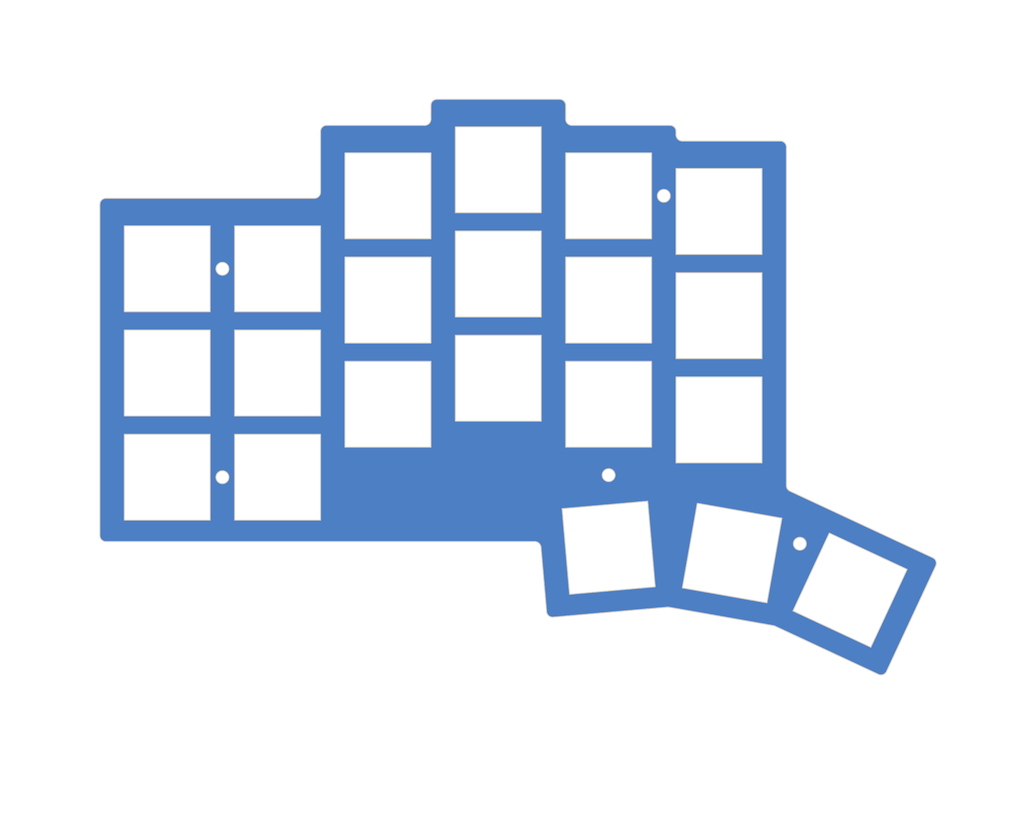
<source format=kicad_pcb>
(kicad_pcb (version 20221018) (generator pcbnew)

  (general
    (thickness 1.6)
  )

  (paper "A3")
  (title_block
    (title "top_plate")
    (rev "v1.0.0")
    (company "Unknown")
  )

  (layers
    (0 "F.Cu" signal)
    (31 "B.Cu" signal)
    (32 "B.Adhes" user "B.Adhesive")
    (33 "F.Adhes" user "F.Adhesive")
    (34 "B.Paste" user)
    (35 "F.Paste" user)
    (36 "B.SilkS" user "B.Silkscreen")
    (37 "F.SilkS" user "F.Silkscreen")
    (38 "B.Mask" user)
    (39 "F.Mask" user)
    (40 "Dwgs.User" user "User.Drawings")
    (41 "Cmts.User" user "User.Comments")
    (42 "Eco1.User" user "User.Eco1")
    (43 "Eco2.User" user "User.Eco2")
    (44 "Edge.Cuts" user)
    (45 "Margin" user)
    (46 "B.CrtYd" user "B.Courtyard")
    (47 "F.CrtYd" user "F.Courtyard")
    (48 "B.Fab" user)
    (49 "F.Fab" user)
  )

  (setup
    (pad_to_mask_clearance 0.05)
    (pcbplotparams
      (layerselection 0x00010fc_ffffffff)
      (plot_on_all_layers_selection 0x0000000_00000000)
      (disableapertmacros false)
      (usegerberextensions false)
      (usegerberattributes true)
      (usegerberadvancedattributes true)
      (creategerberjobfile true)
      (dashed_line_dash_ratio 12.000000)
      (dashed_line_gap_ratio 3.000000)
      (svgprecision 6)
      (plotframeref false)
      (viasonmask false)
      (mode 1)
      (useauxorigin false)
      (hpglpennumber 1)
      (hpglpenspeed 20)
      (hpglpendiameter 15.000000)
      (dxfpolygonmode true)
      (dxfimperialunits true)
      (dxfusepcbnewfont true)
      (psnegative false)
      (psa4output false)
      (plotreference true)
      (plotvalue true)
      (plotinvisibletext false)
      (sketchpadsonfab false)
      (subtractmaskfromsilk false)
      (outputformat 1)
      (mirror false)
      (drillshape 0)
      (scaleselection 1)
      (outputdirectory "../gerbers/top_plate/")
    )
  )

  (net 0 "")

  (gr_arc (start 151.2556 130.1176) (mid 151.548493 129.410493) (end 152.2556 129.1176)
    (stroke (width 0.15) (type solid)) (layer "Edge.Cuts") (tstamp 0308be19-dec1-4a9c-8579-434a41e9fb23))
  (gr_line (start 241.2556 155.7176) (end 227.2556 155.7176)
    (stroke (width 0.15) (type solid)) (layer "Edge.Cuts") (tstamp 0530f616-4360-44a0-932d-1753caa34db1))
  (gr_line (start 241.839053 192.480873) (end 240.618873 178.534147)
    (stroke (width 0.15) (type solid)) (layer "Edge.Cuts") (tstamp 05a0477e-9ad7-4a46-8dce-37c9c676f4e8))
  (gr_line (start 259.2556 155.2676) (end 259.2556 141.2676)
    (stroke (width 0.15) (type solid)) (layer "Edge.Cuts") (tstamp 05fa1611-fad9-4f55-a0bc-9aa8c9c29666))
  (gr_line (start 260.076701 195.093515) (end 262.507776 181.306206)
    (stroke (width 0.15) (type solid)) (layer "Edge.Cuts") (tstamp 07cb946d-e979-4130-9408-c596dabfa8af))
  (gr_line (start 240.618873 178.534147) (end 226.672147 179.754327)
    (stroke (width 0.15) (type solid)) (layer "Edge.Cuts") (tstamp 0815d34f-2d24-460a-9e2e-674568ad4e23))
  (gr_line (start 191.2556 121.7176) (end 191.2556 135.7176)
    (stroke (width 0.15) (type solid)) (layer "Edge.Cuts") (tstamp 0ac3f3e2-bd21-4f48-ab5b-57c2aa8a9958))
  (gr_arc (start 246.2556 119.7676) (mid 245.548493 119.474707) (end 245.2556 118.7676)
    (stroke (width 0.15) (type solid)) (layer "Edge.Cuts") (tstamp 0b539dc0-109a-4e90-849a-38262d417fe2))
  (gr_arc (start 279.585401 206.293626) (mid 279.021113 206.810701) (end 278.256475 206.777316)
    (stroke (width 0.15) (type solid)) (layer "Edge.Cuts") (tstamp 0e60ac71-c38b-42c4-b943-0560e9ff8d52))
  (gr_line (start 223.2556 131.4676) (end 223.2556 117.4676)
    (stroke (width 0.15) (type solid)) (layer "Edge.Cuts") (tstamp 0f644cc7-e79f-49a2-b57a-15b752df244f))
  (gr_line (start 187.2556 147.6176) (end 187.2556 133.6176)
    (stroke (width 0.15) (type solid)) (layer "Edge.Cuts") (tstamp 10bb8224-b387-4e96-a246-25ae83701045))
  (gr_line (start 187.2556 150.6176) (end 173.2556 150.6176)
    (stroke (width 0.15) (type solid)) (layer "Edge.Cuts") (tstamp 1236dd58-bb4d-488c-bbc6-5e000c40d3ac))
  (gr_line (start 209.2556 131.4676) (end 223.2556 131.4676)
    (stroke (width 0.15) (type solid)) (layer "Edge.Cuts") (tstamp 14e01cf9-dff2-4d8e-99f3-bec005fa281f))
  (gr_circle (center 265.442802 185.465249) (end 266.492802 185.465249)
    (stroke (width 0.15) (type solid)) (fill none) (layer "Edge.Cuts") (tstamp 1b91e1c6-8368-43d9-a466-21cbfdbc05e0))
  (gr_line (start 187.2556 128.1176) (end 187.2556 118.2176)
    (stroke (width 0.15) (type solid)) (layer "Edge.Cuts") (tstamp 1cbb424a-7dc1-4c79-a241-a2733754e65e))
  (gr_line (start 151.2556 184.1176) (end 151.2556 130.1176)
    (stroke (width 0.15) (type solid)) (layer "Edge.Cuts") (tstamp 1e1e08e4-2768-4b33-84ca-f8355dd6e71c))
  (gr_line (start 228.2556 117.2176) (end 244.2556 117.2176)
    (stroke (width 0.15) (type solid)) (layer "Edge.Cuts") (tstamp 1ea54338-8a91-4f27-bdf9-0758053dc9bf))
  (gr_line (start 263.832982 176.880594) (end 287.131458 187.744853)
    (stroke (width 0.15) (type solid)) (layer "Edge.Cuts") (tstamp 1eb7611a-b955-4fd3-a563-81a489986df8))
  (gr_line (start 277.016715 202.337384) (end 282.933371 189.649075)
    (stroke (width 0.15) (type solid)) (layer "Edge.Cuts") (tstamp 21e527e2-a596-454a-9550-2830e2cbf991))
  (gr_arc (start 226.2556 112.9676) (mid 226.962707 113.260493) (end 227.2556 113.9676)
    (stroke (width 0.15) (type solid)) (layer "Edge.Cuts") (tstamp 2224bcbd-279f-4d38-a22b-5c879438fca0))
  (gr_line (start 259.2556 141.2676) (end 245.2556 141.2676)
    (stroke (width 0.15) (type solid)) (layer "Edge.Cuts") (tstamp 2280c21d-c4a7-415f-8b33-5bcb16355d80))
  (gr_line (start 227.2556 155.7176) (end 227.2556 169.7176)
    (stroke (width 0.15) (type solid)) (layer "Edge.Cuts") (tstamp 236a217f-f120-4502-8023-fc05dcc820c7))
  (gr_line (start 173.2556 181.6176) (end 187.2556 181.6176)
    (stroke (width 0.15) (type solid)) (layer "Edge.Cuts") (tstamp 249846eb-c842-4d54-b127-f74cd876d6d8))
  (gr_line (start 152.2556 129.1176) (end 186.2556 129.1176)
    (stroke (width 0.15) (type solid)) (layer "Edge.Cuts") (tstamp 28d11eb6-fb55-47ff-b494-ab7c03eba0ad))
  (gr_line (start 155.2556 133.6176) (end 155.2556 147.6176)
    (stroke (width 0.15) (type solid)) (layer "Edge.Cuts") (tstamp 29ece966-494a-4c08-b044-c916ad56381a))
  (gr_line (start 205.2556 116.2176) (end 205.2556 113.9676)
    (stroke (width 0.15) (type solid)) (layer "Edge.Cuts") (tstamp 316d2c5f-ed2a-49cc-89bc-b3508718d2fb))
  (gr_circle (center 243.2556 128.7176) (end 244.3056 128.7176)
    (stroke (width 0.15) (type solid)) (fill none) (layer "Edge.Cuts") (tstamp 33564694-d0d9-45e5-9357-28c105ec1398))
  (gr_line (start 245.2556 138.2676) (end 259.2556 138.2676)
    (stroke (width 0.15) (type solid)) (layer "Edge.Cuts") (tstamp 341cf7ea-271c-4fda-92f3-fffecaaec586))
  (gr_line (start 173.2556 133.6176) (end 173.2556 147.6176)
    (stroke (width 0.15) (type solid)) (layer "Edge.Cuts") (tstamp 34d84d64-fc05-4df5-9a78-70a27e405652))
  (gr_circle (center 234.2556 174.2776) (end 235.3056 174.2776)
    (stroke (width 0.15) (type solid)) (fill none) (layer "Edge.Cuts") (tstamp 3831f427-7e2e-4745-8d09-530deed3d8f1))
  (gr_circle (center 171.2556 140.6176) (end 172.3056 140.6176)
    (stroke (width 0.15) (type solid)) (fill none) (layer "Edge.Cuts") (tstamp 38325827-7ffb-48df-822a-5bb9d3983693))
  (gr_line (start 191.2556 155.7176) (end 191.2556 169.7176)
    (stroke (width 0.15) (type solid)) (layer "Edge.Cuts") (tstamp 38b463c2-c3c8-4efe-ab6c-93252035948b))
  (gr_line (start 279.585401 206.293627) (end 287.615148 189.073779)
    (stroke (width 0.15) (type solid)) (layer "Edge.Cuts") (tstamp 38e8b6a5-7f77-4c50-bd37-b0e9c7c62f3a))
  (gr_arc (start 225.208789 197.449202) (mid 224.478845 197.219052) (end 224.125438 196.540163)
    (stroke (width 0.15) (type solid)) (layer "Edge.Cuts") (tstamp 394ed105-eae5-4c97-9c10-b8b432646542))
  (gr_arc (start 228.2556 117.2176) (mid 227.548493 116.924707) (end 227.2556 116.2176)
    (stroke (width 0.15) (type solid)) (layer "Edge.Cuts") (tstamp 39ecb33a-66be-4b17-af8c-2968ebf6f820))
  (gr_line (start 169.2556 181.6176) (end 169.2556 167.6176)
    (stroke (width 0.15) (type solid)) (layer "Edge.Cuts") (tstamp 3cc22a66-051a-4ae0-9d03-b93ead0d6d69))
  (gr_line (start 245.2556 141.2676) (end 245.2556 155.2676)
    (stroke (width 0.15) (type solid)) (layer "Edge.Cuts") (tstamp 3ddbb403-287c-4c92-b062-308e29fd8f0b))
  (gr_arc (start 187.2556 128.1176) (mid 186.962707 128.824707) (end 186.2556 129.1176)
    (stroke (width 0.15) (type solid)) (layer "Edge.Cuts") (tstamp 3f44ef3a-b1be-4559-aca2-a1f19d4b6c5e))
  (gr_arc (start 222.209762 185.1176) (mid 222.885352 185.380323) (end 223.205957 186.030444)
    (stroke (width 0.15) (type solid)) (layer "Edge.Cuts") (tstamp 4023a121-f7a6-4142-a986-e3013439ed1d))
  (gr_line (start 169.2556 150.6176) (end 155.2556 150.6176)
    (stroke (width 0.15) (type solid)) (layer "Edge.Cuts") (tstamp 40f2eb62-bd23-49c7-b2ac-3d2c161aa35e))
  (gr_line (start 173.2556 150.6176) (end 173.2556 164.6176)
    (stroke (width 0.15) (type solid)) (layer "Edge.Cuts") (tstamp 42e135ae-b8b2-43de-b301-c2bdfb734776))
  (gr_line (start 223.2556 148.4676) (end 223.2556 134.4676)
    (stroke (width 0.15) (type solid)) (layer "Edge.Cuts") (tstamp 44241937-7915-410b-a53d-68922d75cf30))
  (gr_line (start 191.2556 169.7176) (end 205.2556 169.7176)
    (stroke (width 0.15) (type solid)) (layer "Edge.Cuts") (tstamp 457f8922-3f76-4f37-9bad-e01fcd84e6e3))
  (gr_line (start 244.100966 195.830555) (end 261.14561 198.835985)
    (stroke (width 0.15) (type solid)) (layer "Edge.Cuts") (tstamp 496a1c30-c6ca-45b0-a9aa-86f64838353f))
  (gr_line (start 187.2556 167.6176) (end 173.2556 167.6176)
    (stroke (width 0.15) (type solid)) (layer "Edge.Cuts") (tstamp 4e0b5faa-7e42-4d5f-91a3-0df6da3aa637))
  (gr_line (start 227.2556 169.7176) (end 241.2556 169.7176)
    (stroke (width 0.15) (type solid)) (layer "Edge.Cuts") (tstamp 4e0cfa3e-bc47-4535-bc05-5bf064917fac))
  (gr_line (start 245.2556 118.2176) (end 245.2556 118.7676)
    (stroke (width 0.15) (type solid)) (layer "Edge.Cuts") (tstamp 4e35186f-6c33-44be-a7f5-c1d9a0cfe5a6))
  (gr_line (start 223.2556 165.4676) (end 223.2556 151.4676)
    (stroke (width 0.15) (type solid)) (layer "Edge.Cuts") (tstamp 4e93bfd4-b175-408b-881a-5157dc590236))
  (gr_line (start 245.2556 155.2676) (end 259.2556 155.2676)
    (stroke (width 0.15) (type solid)) (layer "Edge.Cuts") (tstamp 4eb0392a-c98a-4c2c-8e2f-be8347b4a266))
  (gr_arc (start 205.2556 116.2176) (mid 204.962707 116.924707) (end 204.2556 117.2176)
    (stroke (width 0.15) (type solid)) (layer "Edge.Cuts") (tstamp 507fa4ed-7f85-49d4-9f8c-bc183043ae6c))
  (gr_line (start 223.2556 134.4676) (end 209.2556 134.4676)
    (stroke (width 0.15) (type solid)) (layer "Edge.Cuts") (tstamp 5099724e-2f17-4f2d-993c-f66896edeb17))
  (gr_line (start 245.2556 124.2676) (end 245.2556 138.2676)
    (stroke (width 0.15) (type solid)) (layer "Edge.Cuts") (tstamp 52ce563b-889c-4b7b-a9bf-aa89b5ba4ac3))
  (gr_line (start 173.2556 167.6176) (end 173.2556 181.6176)
    (stroke (width 0.15) (type solid)) (layer "Edge.Cuts") (tstamp 53d3120f-a582-43ef-b355-ca7965239c1f))
  (gr_line (start 155.2556 181.6176) (end 169.2556 181.6176)
    (stroke (width 0.15) (type solid)) (layer "Edge.Cuts") (tstamp 5415f814-0ce6-46dc-ba90-508eb4176ca5))
  (gr_line (start 205.2556 135.7176) (end 205.2556 121.7176)
    (stroke (width 0.15) (type solid)) (layer "Edge.Cuts") (tstamp 55ebb156-916b-4f79-9226-36457f487a70))
  (gr_line (start 245.2556 172.2676) (end 259.2556 172.2676)
    (stroke (width 0.15) (type solid)) (layer "Edge.Cuts") (tstamp 6111fc8f-bcf3-4a91-9daa-83e0e9f6adb6))
  (gr_line (start 209.2556 148.4676) (end 223.2556 148.4676)
    (stroke (width 0.15) (type solid)) (layer "Edge.Cuts") (tstamp 649f304d-a25d-40ac-97e0-780b4d9b032d))
  (gr_line (start 169.2556 133.6176) (end 155.2556 133.6176)
    (stroke (width 0.15) (type solid)) (layer "Edge.Cuts") (tstamp 662e0926-be2f-4b67-bfff-0a3d58cda359))
  (gr_line (start 241.2556 152.7176) (end 241.2556 138.7176)
    (stroke (width 0.15) (type solid)) (layer "Edge.Cuts") (tstamp 671aae38-c3f8-4b80-affb-297d264a0bfd))
  (gr_arc (start 243.840162 195.819168) (mid 243.970937 195.816314) (end 244.100966 195.830555)
    (stroke (width 0.15) (type solid)) (layer "Edge.Cuts") (tstamp 6a96d84b-b4c2-42ea-bcff-a0a43d6c7471))
  (gr_line (start 241.2556 121.7176) (end 227.2556 121.7176)
    (stroke (width 0.15) (type solid)) (layer "Edge.Cuts") (tstamp 6bc2a18c-3806-48a6-b1c5-a7432dc9f4f6))
  (gr_line (start 227.892327 193.701053) (end 241.839053 192.480873)
    (stroke (width 0.15) (type solid)) (layer "Edge.Cuts") (tstamp 6bc7cc31-454c-4e6b-81ac-148bb397962b))
  (gr_line (start 187.2556 181.6176) (end 187.2556 167.6176)
    (stroke (width 0.15) (type solid)) (layer "Edge.Cuts") (tstamp 6d71ba2f-04b6-40a1-aec8-adf16d7818e3))
  (gr_line (start 241.2556 169.7176) (end 241.2556 155.7176)
    (stroke (width 0.15) (type solid)) (layer "Edge.Cuts") (tstamp 6fc34d8a-3651-4e50-8159-f751b8fb8636))
  (gr_arc (start 262.2556 119.7676) (mid 262.962707 120.060493) (end 263.2556 120.7676)
    (stroke (width 0.15) (type solid)) (layer "Edge.Cuts") (tstamp 71ebc61c-efd6-4ec6-8488-2a648cda6e38))
  (gr_line (start 187.2556 164.6176) (end 187.2556 150.6176)
    (stroke (width 0.15) (type solid)) (layer "Edge.Cuts") (tstamp 74115c32-5cbb-4073-93f9-e21a41a86b38))
  (gr_line (start 261.39458 198.914485) (end 278.256475 206.777316)
    (stroke (width 0.15) (type solid)) (layer "Edge.Cuts") (tstamp 758e32fa-7c90-4a74-b313-a30746b86fc1))
  (gr_line (start 264.328406 196.420728) (end 277.016715 202.337384)
    (stroke (width 0.15) (type solid)) (layer "Edge.Cuts") (tstamp 75b12090-288e-4660-9d52-1f751de14ab8))
  (gr_line (start 173.2556 147.6176) (end 187.2556 147.6176)
    (stroke (width 0.15) (type solid)) (layer "Edge.Cuts") (tstamp 75c3860c-1f13-4092-a4c2-b88f48bccc3c))
  (gr_line (start 191.2556 152.7176) (end 205.2556 152.7176)
    (stroke (width 0.15) (type solid)) (layer "Edge.Cuts") (tstamp 79a7cb5f-eded-4763-bd0f-1380c2f0a01b))
  (gr_line (start 245.2556 158.2676) (end 245.2556 172.2676)
    (stroke (width 0.15) (type solid)) (layer "Edge.Cuts") (tstamp 833223db-770f-401a-b63d-c41ab975de5d))
  (gr_line (start 209.2556 134.4676) (end 209.2556 148.4676)
    (stroke (width 0.15) (type solid)) (layer "Edge.Cuts") (tstamp 8335b966-9cf7-42e6-9d2e-19cdfd8e1a70))
  (gr_line (start 263.2556 175.974287) (end 263.2556 120.7676)
    (stroke (width 0.15) (type solid)) (layer "Edge.Cuts") (tstamp 83bac7a1-347a-4d16-955b-dfc9f7e2cef6))
  (gr_line (start 282.933371 189.649075) (end 270.245062 183.732419)
    (stroke (width 0.15) (type solid)) (layer "Edge.Cuts") (tstamp 8ab9a1f0-5e4d-4635-a5c5-f67646e130c3))
  (gr_line (start 169.2556 147.6176) (end 169.2556 133.6176)
    (stroke (width 0.15) (type solid)) (layer "Edge.Cuts") (tstamp 8cb6e98d-bac0-4ceb-9679-b12e77d15bde))
  (gr_arc (start 187.2556 118.2176) (mid 187.548493 117.510493) (end 188.2556 117.2176)
    (stroke (width 0.15) (type solid)) (layer "Edge.Cuts") (tstamp 9475aaac-f933-4123-a7fc-f7e3352c45c8))
  (gr_line (start 227.2556 121.7176) (end 227.2556 135.7176)
    (stroke (width 0.15) (type solid)) (layer "Edge.Cuts") (tstamp 9b06d136-6087-4b2c-8978-edc497bacc74))
  (gr_line (start 205.2556 169.7176) (end 205.2556 155.7176)
    (stroke (width 0.15) (type solid)) (layer "Edge.Cuts") (tstamp 9b46ad85-e9de-4e92-b07f-6d8714059fac))
  (gr_line (start 259.2556 138.2676) (end 259.2556 124.2676)
    (stroke (width 0.15) (type solid)) (layer "Edge.Cuts") (tstamp 9cda447f-cc5c-44dc-8545-82722af631ee))
  (gr_line (start 155.2556 164.6176) (end 169.2556 164.6176)
    (stroke (width 0.15) (type solid)) (layer "Edge.Cuts") (tstamp 9eff9fee-ca72-4859-beba-f91e96d3f229))
  (gr_line (start 262.507776 181.306206) (end 248.720467 178.875132)
    (stroke (width 0.15) (type solid)) (layer "Edge.Cuts") (tstamp a00b6224-f6ab-46c4-927a-9373e2256d77))
  (gr_line (start 191.2556 135.7176) (end 205.2556 135.7176)
    (stroke (width 0.15) (type solid)) (layer "Edge.Cuts") (tstamp a02c248f-2d7e-4082-94d2-9645a66e0033))
  (gr_arc (start 263.832982 176.880595) (mid 263.412209 176.511587) (end 263.2556 175.974287)
    (stroke (width 0.15) (type solid)) (layer "Edge.Cuts") (tstamp a0abdfaf-0a3e-4107-813a-eb22d9726644))
  (gr_line (start 209.2556 117.4676) (end 209.2556 131.4676)
    (stroke (width 0.15) (type solid)) (layer "Edge.Cuts") (tstamp a8226abe-2b5b-4db7-97c5-3caff700cdc0))
  (gr_line (start 169.2556 167.6176) (end 155.2556 167.6176)
    (stroke (width 0.15) (type solid)) (layer "Edge.Cuts") (tstamp a9f805c9-b3c3-4cbc-9ca2-a454fdfdf3e5))
  (gr_line (start 205.2556 152.7176) (end 205.2556 138.7176)
    (stroke (width 0.15) (type solid)) (layer "Edge.Cuts") (tstamp aafbbda9-f634-4fa4-94c0-687e6eb102f7))
  (gr_arc (start 205.2556 113.9676) (mid 205.548493 113.260493) (end 206.2556 112.9676)
    (stroke (width 0.15) (type solid)) (layer "Edge.Cuts") (tstamp acb11d26-b3c2-4f07-88e4-3d75da0ca755))
  (gr_line (start 152.2556 185.1176) (end 222.209762 185.1176)
    (stroke (width 0.15) (type solid)) (layer "Edge.Cuts") (tstamp ae5c9253-28f8-468b-97ba-acc67de98c7c))
  (gr_arc (start 261.14561 198.835985) (mid 261.272668 198.867076) (end 261.39458 198.914485)
    (stroke (width 0.15) (type solid)) (layer "Edge.Cuts") (tstamp aea7002f-4bf3-4f93-b6ba-2bb14763920e))
  (gr_line (start 188.2556 117.2176) (end 204.2556 117.2176)
    (stroke (width 0.15) (type solid)) (layer "Edge.Cuts") (tstamp ba84e5af-2344-4563-9441-49e0d0f2fe8b))
  (gr_line (start 155.2556 147.6176) (end 169.2556 147.6176)
    (stroke (width 0.15) (type solid)) (layer "Edge.Cuts") (tstamp bc9d01d6-0bf2-4848-98d1-f1dde9aff291))
  (gr_line (start 205.2556 121.7176) (end 191.2556 121.7176)
    (stroke (width 0.15) (type solid)) (layer "Edge.Cuts") (tstamp bf444279-26ca-41e8-ae90-7acacfbd74c1))
  (gr_line (start 246.2556 119.7676) (end 262.2556 119.7676)
    (stroke (width 0.15) (type solid)) (layer "Edge.Cuts") (tstamp bfc66b5c-8b4d-4567-953b-9877b51e08ef))
  (gr_line (start 226.672147 179.754327) (end 227.892327 193.701053)
    (stroke (width 0.15) (type solid)) (layer "Edge.Cuts") (tstamp c19e4c5b-4c1f-46f7-86d4-4ff15421d799))
  (gr_line (start 259.2556 172.2676) (end 259.2556 158.2676)
    (stroke (width 0.15) (type solid)) (layer "Edge.Cuts") (tstamp c20d083a-05b7-4a86-ac29-84d5fe34e8ec))
  (gr_line (start 206.2556 112.9676) (end 226.2556 112.9676)
    (stroke (width 0.15) (type solid)) (layer "Edge.Cuts") (tstamp c224edc7-24e4-4dd1-a83e-3c75bb0e0cc7))
  (gr_line (start 155.2556 150.6176) (end 155.2556 164.6176)
    (stroke (width 0.15) (type solid)) (layer "Edge.Cuts") (tstamp c33f449f-0fc4-4cf3-95e9-f56bf873b54c))
  (gr_line (start 191.2556 138.7176) (end 191.2556 152.7176)
    (stroke (width 0.15) (type solid)) (layer "Edge.Cuts") (tstamp c57666ee-1676-4f85-b1bd-b025122d65c0))
  (gr_line (start 173.2556 164.6176) (end 187.2556 164.6176)
    (stroke (width 0.15) (type solid)) (layer "Edge.Cuts") (tstamp c6b33eda-2ef4-4071-b991-7e32833c5581))
  (gr_line (start 227.2556 113.9676) (end 227.2556 116.2176)
    (stroke (width 0.15) (type solid)) (layer "Edge.Cuts") (tstamp c6b46c5c-be08-4bfc-b9da-36339abf8be0))
  (gr_line (start 241.2556 138.7176) (end 227.2556 138.7176)
    (stroke (width 0.15) (type solid)) (layer "Edge.Cuts") (tstamp c7915e37-a699-4c28-81d4-992b2680d30f))
  (gr_line (start 227.2556 135.7176) (end 241.2556 135.7176)
    (stroke (width 0.15) (type solid)) (layer "Edge.Cuts") (tstamp cac3a592-d776-42d2-92a8-f0070eb303d0))
  (gr_arc (start 287.131459 187.744852) (mid 287.648533 188.30914) (end 287.615148 189.073779)
    (stroke (width 0.15) (type solid)) (layer "Edge.Cuts") (tstamp cd6a77c4-3dc0-4f97-9154-d16317c6b84b))
  (gr_line (start 209.2556 165.4676) (end 223.2556 165.4676)
    (stroke (width 0.15) (type solid)) (layer "Edge.Cuts") (tstamp ce95a39f-ad97-4341-be01-fa4e15df4efc))
  (gr_line (start 259.2556 124.2676) (end 245.2556 124.2676)
    (stroke (width 0.15) (type solid)) (layer "Edge.Cuts") (tstamp d564fa04-00f7-4bbc-a601-bda0ad0b4dcb))
  (gr_line (start 227.2556 138.7176) (end 227.2556 152.7176)
    (stroke (width 0.15) (type solid)) (layer "Edge.Cuts") (tstamp d594dd5f-fa8f-4f79-a9dd-7bb33c5672a1))
  (gr_line (start 241.2556 135.7176) (end 241.2556 121.7176)
    (stroke (width 0.15) (type solid)) (layer "Edge.Cuts") (tstamp d674b760-de11-44bd-95d2-f0566b0f737b))
  (gr_line (start 223.2556 117.4676) (end 209.2556 117.4676)
    (stroke (width 0.15) (type solid)) (layer "Edge.Cuts") (tstamp d914d368-4eda-444d-9b8e-dd40f29e7a8d))
  (gr_line (start 223.205957 186.030444) (end 224.125438 196.540163)
    (stroke (width 0.15) (type solid)) (layer "Edge.Cuts") (tstamp dcd18a72-3ba1-496a-b3f9-06adae244796))
  (gr_line (start 270.245062 183.732419) (end 264.328406 196.420728)
    (stroke (width 0.15) (type solid)) (layer "Edge.Cuts") (tstamp dd931b64-c7f2-42b3-ab02-2ff50cb4cd3c))
  (gr_line (start 169.2556 164.6176) (end 169.2556 150.6176)
    (stroke (width 0.15) (type solid)) (layer "Edge.Cuts") (tstamp dfbeeb67-d8fc-434f-acd3-ba2c2c81ecb7))
  (gr_line (start 187.2556 133.6176) (end 173.2556 133.6176)
    (stroke (width 0.15) (type solid)) (layer "Edge.Cuts") (tstamp e531eb6b-973a-4ba1-a3ff-925ecb49bc88))
  (gr_arc (start 244.2556 117.2176) (mid 244.962707 117.510493) (end 245.2556 118.2176)
    (stroke (width 0.15) (type solid)) (layer "Edge.Cuts") (tstamp e842bc84-c132-435e-aabe-bf8a279f9ef9))
  (gr_line (start 223.2556 151.4676) (end 209.2556 151.4676)
    (stroke (width 0.15) (type solid)) (layer "Edge.Cuts") (tstamp e95e5d8e-bd6f-4e62-abc2-e98f7347ac21))
  (gr_line (start 246.289393 192.66244) (end 260.076701 195.093515)
    (stroke (width 0.15) (type solid)) (layer "Edge.Cuts") (tstamp ea9d1766-df16-4e1b-a3d1-61db0dd617c6))
  (gr_line (start 209.2556 151.4676) (end 209.2556 165.4676)
    (stroke (width 0.15) (type solid)) (layer "Edge.Cuts") (tstamp eac6d8da-18ee-494a-8513-ff2055f84617))
  (gr_line (start 227.2556 152.7176) (end 241.2556 152.7176)
    (stroke (width 0.15) (type solid)) (layer "Edge.Cuts") (tstamp ec1c3327-9eff-441f-986c-e2a43521383e))
  (gr_circle (center 171.2556 174.6176) (end 172.3056 174.6176)
    (stroke (width 0.15) (type solid)) (fill none) (layer "Edge.Cuts") (tstamp f076dbd5-d8e0-49c5-b73d-ff3e8536a154))
  (gr_line (start 155.2556 167.6176) (end 155.2556 181.6176)
    (stroke (width 0.15) (type solid)) (layer "Edge.Cuts") (tstamp f391e96e-faf1-4f06-856a-e0856201b617))
  (gr_line (start 225.208788 197.449202) (end 243.840162 195.819168)
    (stroke (width 0.15) (type solid)) (layer "Edge.Cuts") (tstamp f5c5cd47-dd81-4ad5-8861-08e9fe5f15ae))
  (gr_line (start 205.2556 138.7176) (end 191.2556 138.7176)
    (stroke (width 0.15) (type solid)) (layer "Edge.Cuts") (tstamp fa88039c-5134-47be-9a9a-9c92e0ae6fc3))
  (gr_line (start 259.2556 158.2676) (end 245.2556 158.2676)
    (stroke (width 0.15) (type solid)) (layer "Edge.Cuts") (tstamp fa96b098-c05c-4d07-b5f7-4476ba03c64f))
  (gr_line (start 248.720467 178.875132) (end 246.289393 192.66244)
    (stroke (width 0.15) (type solid)) (layer "Edge.Cuts") (tstamp fb56debe-7603-4629-a908-e312b7f7f649))
  (gr_arc (start 152.2556 185.1176) (mid 151.548493 184.824707) (end 151.2556 184.1176)
    (stroke (width 0.15) (type solid)) (layer "Edge.Cuts") (tstamp fd329219-ff75-41b4-b2e1-7ab8f17148c0))
  (gr_line (start 205.2556 155.7176) (end 191.2556 155.7176)
    (stroke (width 0.15) (type solid)) (layer "Edge.Cuts") (tstamp ff336549-7efc-445d-b701-5120c69d9fa8))

  (zone (net 0) (net_name "") (layers "F&B.Cu") (tstamp f5a24b85-f5cb-4a1a-92b0-6448901e96ab) (hatch edge 0.508)
    (connect_pads (clearance 0.508))
    (min_thickness 0.254) (filled_areas_thickness no)
    (fill yes (thermal_gap 0.508) (thermal_bridge_width 0.508))
    (polygon
      (pts
        (xy 301.752 229.4128)
        (xy 135.4836 229.2096)
        (xy 134.9756 96.774)
        (xy 302.006 96.774)
      )
    )
    (filled_polygon
      (layer "F.Cu")
      (island)
      (pts
        (xy 226.258336 113.04334)
        (xy 226.367784 113.052914)
        (xy 226.405158 113.056184)
        (xy 226.426784 113.059997)
        (xy 226.561155 113.096002)
        (xy 226.581783 113.10351)
        (xy 226.707866 113.162304)
        (xy 226.726875 113.173279)
        (xy 226.840834 113.253074)
        (xy 226.857652 113.267187)
        (xy 226.956012 113.365547)
        (xy 226.970126 113.382367)
        (xy 227.049918 113.496321)
        (xy 227.060897 113.515337)
        (xy 227.119687 113.641411)
        (xy 227.127199 113.66205)
        (xy 227.163201 113.796413)
        (xy 227.167014 113.818042)
        (xy 227.17986 113.964862)
        (xy 227.1801 113.970346)
        (xy 227.1801 116.193069)
        (xy 227.1801 116.2176)
        (xy 227.1801 116.311694)
        (xy 227.191816 116.378138)
        (xy 227.21278 116.497029)
        (xy 227.277139 116.673854)
        (xy 227.277145 116.673866)
        (xy 227.371234 116.836835)
        (xy 227.371241 116.836844)
        (xy 227.492201 116.980998)
        (xy 227.636355 117.101958)
        (xy 227.636364 117.101965)
        (xy 227.705881 117.1421)
        (xy 227.799338 117.196057)
        (xy 227.799341 117.196058)
        (xy 227.799345 117.19606)
        (xy 227.97617 117.260419)
        (xy 227.976172 117.260419)
        (xy 227.976177 117.260421)
        (xy 228.161506 117.2931)
        (xy 228.22812 117.2931)
        (xy 244.231069 117.2931)
        (xy 244.252843 117.2931)
        (xy 244.258336 117.29334)
        (xy 244.367784 117.302914)
        (xy 244.405158 117.306184)
        (xy 244.426784 117.309997)
        (xy 244.561155 117.346002)
        (xy 244.581783 117.35351)
        (xy 244.707866 117.412304)
        (xy 244.726875 117.423279)
        (xy 244.840834 117.503074)
        (xy 244.857652 117.517187)
        (xy 244.956012 117.615547)
        (xy 244.970126 117.632367)
        (xy 245.049918 117.746321)
        (xy 245.060897 117.765337)
        (xy 245.119687 117.891411)
        (xy 245.127199 117.91205)
        (xy 245.163201 118.046413)
        (xy 245.167014 118.068042)
        (xy 245.17986 118.214861)
        (xy 245.1801 118.220354)
        (xy 245.1801 118.743068)
        (xy 245.1801 118.743069)
        (xy 245.1801 118.7676)
        (xy 245.1801 118.861694)
        (xy 245.191816 118.928138)
        (xy 245.21278 119.047029)
        (xy 245.277139 119.223854)
        (xy 245.277145 119.223866)
        (xy 245.371234 119.386835)
        (xy 245.371241 119.386844)
        (xy 245.492201 119.530998)
        (xy 245.636355 119.651958)
        (xy 245.636364 119.651965)
        (xy 245.705881 119.6921)
        (xy 245.799338 119.746057)
        (xy 245.799341 119.746058)
        (xy 245.799345 119.74606)
        (xy 245.97617 119.810419)
        (xy 245.976172 119.810419)
        (xy 245.976177 119.810421)
        (xy 246.161506 119.8431)
        (xy 246.22812 119.8431)
        (xy 262.231069 119.8431)
        (xy 262.252843 119.8431)
        (xy 262.258336 119.84334)
        (xy 262.367784 119.852914)
        (xy 262.405158 119.856184)
        (xy 262.426784 119.859997)
        (xy 262.561155 119.896002)
        (xy 262.581783 119.90351)
        (xy 262.707866 119.962304)
        (xy 262.726875 119.973279)
        (xy 262.840834 120.053074)
        (xy 262.857652 120.067187)
        (xy 262.956012 120.165547)
        (xy 262.970126 120.182367)
        (xy 263.049918 120.296321)
        (xy 263.060897 120.315337)
        (xy 263.119687 120.441411)
        (xy 263.127199 120.46205)
        (xy 263.163201 120.596413)
        (xy 263.167014 120.618042)
        (xy 263.17986 120.764862)
        (xy 263.1801 120.770356)
        (xy 263.1801 175.998528)
        (xy 263.180123 175.998788)
        (xy 263.180151 176.061624)
        (xy 263.208335 176.234011)
        (xy 263.263966 176.399593)
        (xy 263.263972 176.399605)
        (xy 263.345583 176.554028)
        (xy 263.345586 176.554032)
        (xy 263.387008 176.608717)
        (xy 263.451056 176.693273)
        (xy 263.577612 176.813672)
        (xy 263.577614 176.813674)
        (xy 263.577616 176.813675)
        (xy 263.721929 176.912068)
        (xy 263.721933 176.91207)
        (xy 263.721936 176.912072)
        (xy 263.756839 176.928368)
        (xy 263.756952 176.928447)
        (xy 263.783565 176.940856)
        (xy 263.800037 176.948537)
        (xy 263.800822 176.948903)
        (xy 263.801097 176.949032)
        (xy 263.808655 176.952556)
        (xy 263.823307 176.959388)
        (xy 287.097083 187.812129)
        (xy 287.101924 187.814649)
        (xy 287.213507 187.879074)
        (xy 287.229564 187.888345)
        (xy 287.247554 187.900942)
        (xy 287.354119 187.990362)
        (xy 287.369645 188.005888)
        (xy 287.459061 188.11245)
        (xy 287.471658 188.13044)
        (xy 287.541212 188.250909)
        (xy 287.550493 188.270813)
        (xy 287.598075 188.401535)
        (xy 287.60376 188.422749)
        (xy 287.627918 188.559737)
        (xy 287.629833 188.581616)
        (xy 287.629837 188.720721)
        (xy 287.627924 188.7426)
        (xy 287.603773 188.879599)
        (xy 287.598089 188.900813)
        (xy 287.547823 189.038936)
        (xy 287.545718 189.044019)
        (xy 279.518137 206.259224)
        (xy 279.515598 206.264102)
        (xy 279.44191 206.391731)
        (xy 279.429312 206.409722)
        (xy 279.339897 206.516281)
        (xy 279.324366 206.531812)
        (xy 279.217811 206.62122)
        (xy 279.19982 206.633817)
        (xy 279.079347 206.703371)
        (xy 279.059447 206.71265)
        (xy 278.928729 206.760227)
        (xy 278.907519 206.76591)
        (xy 278.770526 206.790065)
        (xy 278.748647 206.791979)
        (xy 278.609546 206.791979)
        (xy 278.587667 206.790065)
        (xy 278.55283 206.783922)
        (xy 278.450672 206.765908)
        (xy 278.429459 206.760223)
        (xy 278.315037 206.718577)
        (xy 278.290843 206.709771)
        (xy 278.285769 206.70767)
        (xy 261.482002 198.871945)
        (xy 261.481996 198.87194)
        (xy 261.474707 198.868541)
        (xy 261.474684 198.86852)
        (xy 261.383935 198.826207)
        (xy 261.383936 198.826207)
        (xy 261.383931 198.826205)
        (xy 261.295678 198.794087)
        (xy 261.295679 198.794087)
        (xy 261.295673 198.794085)
        (xy 261.204971 198.769786)
        (xy 261.204966 198.769785)
        (xy 261.204962 198.769784)
        (xy 261.168333 198.763327)
        (xy 254.188635 197.532618)
        (xy 247.922498 196.427729)
        (xy 264.248366 196.427729)
        (xy 264.248979 196.434739)
        (xy 264.250796 196.44152)
        (xy 264.250798 196.441522)
        (xy 264.250798 196.441523)
        (xy 264.256451 196.449597)
        (xy 264.267429 196.468612)
        (xy 264.271593 196.477542)
        (xy 264.276552 196.482501)
        (xy 264.28232 196.48654)
        (xy 264.282322 196.486542)
        (xy 264.291829 196.489089)
        (xy 264.312464 196.496599)
        (xy 276.943548 202.38657)
        (xy 276.962558 202.397546)
        (xy 276.970629 202.403196)
        (xy 276.970631 202.403198)
        (xy 276.980142 202.405746)
        (xy 276.992705 202.410319)
        (xy 276.99687 202.411435)
        (xy 276.996872 202.411436)
        (xy 276.996873 202.411436)
        (xy 277.001056 202.412557)
        (xy 277.014214 202.414876)
        (xy 277.023717 202.417423)
        (xy 277.02372 202.417421)
        (xy 277.030721 202.416809)
        (xy 277.037507 202.41499)
        (xy 277.03751 202.414991)
        (xy 277.045572 202.409344)
        (xy 277.064597 202.39836)
        (xy 277.073528 202.394197)
        (xy 277.073528 202.394195)
        (xy 277.07849 202.389233)
        (xy 277.082527 202.383469)
        (xy 277.082529 202.383468)
        (xy 277.085079 202.373949)
        (xy 277.092584 202.353328)
        (xy 282.982558 189.722239)
        (xy 282.99354 189.703221)
        (xy 282.999185 189.695159)
        (xy 283.001731 189.685657)
        (xy 283.006304 189.673093)
        (xy 283.008542 189.664742)
        (xy 283.010864 189.651571)
        (xy 283.01341 189.642073)
        (xy 283.013408 189.64207)
        (xy 283.012797 189.63507)
        (xy 283.010977 189.628282)
        (xy 283.010978 189.62828)
        (xy 283.005327 189.62021)
        (xy 282.994343 189.601183)
        (xy 282.990184 189.592262)
        (xy 282.990183 189.592261)
        (xy 282.985218 189.587296)
        (xy 282.979455 189.58326)
        (xy 282.969945 189.580712)
        (xy 282.949311 189.573202)
        (xy 270.318226 183.68323)
        (xy 270.299207 183.67225)
        (xy 270.291147 183.666606)
        (xy 270.291146 183.666605)
        (xy 270.291144 183.666604)
        (xy 270.291142 183.666603)
        (xy 270.28163 183.664054)
        (xy 270.269065 183.659481)
        (xy 270.260741 183.65725)
        (xy 270.247574 183.654929)
        (xy 270.240344 183.652992)
        (xy 270.238057 183.652379)
        (xy 270.231051 183.652992)
        (xy 270.224267 183.65481)
        (xy 270.216192 183.660464)
        (xy 270.197182 183.671439)
        (xy 270.18825 183.675604)
        (xy 270.183285 183.680569)
        (xy 270.179247 183.686335)
        (xy 270.176698 183.695848)
        (xy 270.169189 183.716477)
        (xy 264.279216 196.347563)
        (xy 264.268243 196.366572)
        (xy 264.26259 196.374646)
        (xy 264.260039 196.384167)
        (xy 264.255467 196.39673)
        (xy 264.253236 196.405055)
        (xy 264.250915 196.418219)
        (xy 264.248366 196.427729)
        (xy 247.922498 196.427729)
        (xy 244.090941 195.752122)
        (xy 244.09087 195.752115)
        (xy 244.067835 195.748053)
        (xy 244.067834 195.748053)
        (xy 243.974276 195.739866)
        (xy 243.880362 195.739864)
        (xy 243.880361 195.739864)
        (xy 243.880349 195.739864)
        (xy 243.860957 195.74156)
        (xy 236.934311 196.347563)
        (xy 225.226646 197.37185)
        (xy 225.204949 197.373749)
        (xy 225.199456 197.373989)
        (xy 225.052071 197.373993)
        (xy 225.030195 197.37208)
        (xy 224.893193 197.347927)
        (xy 224.871985 197.342245)
        (xy 224.741265 197.29467)
        (xy 224.721359 197.285388)
        (xy 224.600884 197.215835)
        (xy 224.582893 197.203238)
        (xy 224.476331 197.113826)
        (xy 224.4608 197.098296)
        (xy 224.371381 196.991734)
        (xy 224.358783 196.973744)
        (xy 224.289221 196.853263)
        (xy 224.279944 196.833368)
        (xy 224.232364 196.702646)
        (xy 224.22668 196.681433)
        (xy 224.202929 196.546748)
        (xy 224.201169 196.536766)
        (xy 224.200453 196.531328)
        (xy 224.067009 195.006051)
        (xy 223.285742 186.076132)
        (xy 223.285759 186.076048)
        (xy 223.273486 185.935352)
        (xy 223.273486 185.93535)
        (xy 223.229161 185.763275)
        (xy 223.1572 185.600806)
        (xy 223.059554 185.452348)
        (xy 223.008007 185.396641)
        (xy 222.938868 185.321921)
        (xy 222.798429 185.213079)
        (xy 222.798423 185.213075)
        (xy 222.798422 185.213074)
        (xy 222.642015 185.128746)
        (xy 222.532742 185.09136)
        (xy 222.473894 185.071227)
        (xy 222.473891 185.071226)
        (xy 222.47389 185.071226)
        (xy 222.298605 185.042074)
        (xy 222.298603 185.042074)
        (xy 222.298597 185.042073)
        (xy 222.209785 185.042099)
        (xy 222.209759 185.0421)
        (xy 152.258357 185.0421)
        (xy 152.252863 185.04186)
        (xy 152.106042 185.029014)
        (xy 152.084413 185.025201)
        (xy 151.95005 184.989199)
        (xy 151.929411 184.981687)
        (xy 151.803337 184.922897)
        (xy 151.784321 184.911918)
        (xy 151.670367 184.832126)
        (xy 151.653547 184.818012)
        (xy 151.555187 184.719652)
        (xy 151.541074 184.702834)
        (xy 151.461279 184.588875)
        (xy 151.450302 184.569862)
        (xy 151.39151 184.443783)
        (xy 151.384002 184.423155)
        (xy 151.347997 184.288784)
        (xy 151.344184 184.267156)
        (xy 151.33134 184.120336)
        (xy 151.3311 184.114843)
        (xy 151.3311 181.603648)
        (xy 155.176476 181.603648)
        (xy 155.178186 181.613346)
        (xy 155.17935 181.626659)
        (xy 155.180849 181.635159)
        (xy 155.184307 181.648068)
        (xy 155.186018 181.65777)
        (xy 155.189535 181.663862)
        (xy 155.194052 181.669245)
        (xy 155.202582 181.67417)
        (xy 155.220572 181.686767)
        (xy 155.228118 181.693099)
        (xy 155.228119 181.693099)
        (xy 155.22812 181.6931)
        (xy 155.228121 181.6931)
        (xy 155.234723 181.695503)
        (xy 155.241647 181.696724)
        (xy 155.241647 181.696723)
        (xy 155.241648 181.696724)
        (xy 155.251346 181.695013)
        (xy 155.273225 181.6931)
        (xy 169.21007 181.6931)
        (xy 169.23195 181.695014)
        (xy 169.241647 181.696724)
        (xy 169.241647 181.696723)
        (xy 169.241648 181.696724)
        (xy 169.251346 181.695013)
        (xy 169.264667 181.693848)
        (xy 169.26891 181.6931)
        (xy 169.268912 181.6931)
        (xy 169.268913 181.693099)
        (xy 169.273176 181.692348)
        (xy 169.286073 181.68889)
        (xy 169.295772 181.687181)
        (xy 169.295773 181.687179)
        (xy 169.30186 181.683664)
        (xy 169.307241 181.679149)
        (xy 169.307245 181.679148)
        (xy 169.312169 181.670618)
        (xy 169.324765 181.652628)
        (xy 169.3311 181.64508)
        (xy 169.3311 181.645079)
        (xy 169.333502 181.638479)
        (xy 169.334722 181.631555)
        (xy 169.334724 181.631552)
        (xy 169.333014 181.621853)
        (xy 169.331421 181.603648)
        (xy 173.176476 181.603648)
        (xy 173.178186 181.613346)
        (xy 173.17935 181.626659)
        (xy 173.180849 181.635159)
        (xy 173.184307 181.648068)
        (xy 173.186018 181.65777)
        (xy 173.189535 181.663862)
        (xy 173.194052 181.669245)
        (xy 173.202582 181.67417)
        (xy 173.220572 181.686767)
        (xy 173.228118 181.693099)
        (xy 173.228119 181.693099)
        (xy 173.22812 181.6931)
        (xy 173.228121 181.6931)
        (xy 173.234723 181.695503)
        (xy 173.241647 181.696724)
        (xy 173.241647 181.696723)
        (xy 173.241648 181.696724)
        (xy 173.251346 181.695013)
        (xy 173.273225 181.6931)
        (xy 187.21007 181.6931)
        (xy 187.23195 181.695014)
        (xy 187.241647 181.696724)
        (xy 187.241647 181.696723)
        (xy 187.241648 181.696724)
        (xy 187.251346 181.695013)
        (xy 187.264667 181.693848)
        (xy 187.26891 181.6931)
        (xy 187.268912 181.6931)
        (xy 187.268913 181.693099)
        (xy 187.273176 181.692348)
        (xy 187.286073 181.68889)
        (xy 187.295772 181.687181)
        (xy 187.295773 181.687179)
        (xy 187.30186 181.683664)
        (xy 187.307241 181.679149)
        (xy 187.307245 181.679148)
        (xy 187.312169 181.670618)
        (xy 187.324765 181.652628)
        (xy 187.3311 181.64508)
        (xy 187.3311 181.645079)
        (xy 187.333502 181.638479)
        (xy 187.334722 181.631555)
        (xy 187.334724 181.631552)
        (xy 187.333014 181.621853)
        (xy 187.3311 181.599974)
        (xy 187.3311 179.747322)
        (xy 226.592107 179.747322)
        (xy 226.594655 179.75683)
        (xy 226.598469 179.778458)
        (xy 227.813146 193.662278)
        (xy 227.813146 193.684236)
        (xy 227.812287 193.69405)
        (xy 227.814839 193.703574)
        (xy 227.817159 193.716731)
        (xy 227.819393 193.725067)
        (xy 227.823961 193.737616)
        (xy 227.826511 193.747136)
        (xy 227.830549 193.752902)
        (xy 227.835512 193.757865)
        (xy 227.844436 193.762026)
        (xy 227.863464 193.773012)
        (xy 227.871529 193.77866)
        (xy 227.871531 193.77866)
        (xy 227.871532 193.778661)
        (xy 227.871532 193.77866)
        (xy 227.878314 193.780477)
        (xy 227.88532 193.78109)
        (xy 227.885324 193.781092)
        (xy 227.888229 193.780313)
        (xy 227.89483 193.778545)
        (xy 227.916461 193.774729)
        (xy 240.580655 192.666756)
        (xy 246.212728 192.666756)
        (xy 246.213893 192.680069)
        (xy 246.213893 192.68992)
        (xy 246.216296 192.696524)
        (xy 246.219811 192.702612)
        (xy 246.227357 192.708944)
        (xy 246.242887 192.724474)
        (xy 246.24922 192.732021)
        (xy 246.249221 192.732021)
        (xy 246.255301 192.735532)
        (xy 246.261912 192.737938)
        (xy 246.261913 192.737939)
        (xy 246.271759 192.737939)
        (xy 246.293638 192.739852)
        (xy 251.891867 193.726972)
        (xy 260.018755 195.159962)
        (xy 260.039971 195.165647)
        (xy 260.049221 195.169014)
        (xy 260.059065 195.169014)
        (xy 260.072388 195.17018)
        (xy 260.076701 195.17018)
        (xy 260.081035 195.17018)
        (xy 260.094339 195.169014)
        (xy 260.10418 195.169015)
        (xy 260.104182 195.169013)
        (xy 260.110786 195.16661)
        (xy 260.11687 195.163096)
        (xy 260.116874 195.163096)
        (xy 260.123207 195.155547)
        (xy 260.138734 195.14002)
        (xy 260.146282 195.133688)
        (xy 260.146282 195.133684)
        (xy 260.149794 195.127601)
        (xy 260.152199 195.120997)
        (xy 260.152201 195.120995)
        (xy 260.152201 195.111144)
        (xy 260.154115 195.089264)
        (xy 260.384781 193.781091)
        (xy 261.851088 185.465253)
        (xy 264.31248 185.465253)
        (xy 264.331725 185.672943)
        (xy 264.378737 185.838174)
        (xy 264.388808 185.873568)
        (xy 264.481783 186.060287)
        (xy 264.481784 186.060288)
        (xy 264.60748 186.226738)
        (xy 264.607483 186.22674)
        (xy 264.607484 186.226742)
        (xy 264.761631 186.367265)
        (xy 264.938974 186.477072)
        (xy 265.133475 186.552422)
        (xy 265.338509 186.590749)
        (xy 265.338511 186.590749)
        (xy 265.547093 186.590749)
        (xy 265.547095 186.590749)
        (xy 265.752129 186.552422)
        (xy 265.94663 186.477072)
        (xy 266.123973 186.367265)
        (xy 266.27812 186.226742)
        (xy 266.403821 186.060287)
        (xy 266.496796 185.873568)
        (xy 266.553878 185.672945)
        (xy 266.560563 185.600803)
        (xy 266.573124 185.465253)
        (xy 266.573124 185.465244)
        (xy 266.553878 185.257554)
        (xy 266.553421 185.255949)
        (xy 266.496796 185.05693)
        (xy 266.403821 184.870211)
        (xy 266.332807 184.776173)
        (xy 266.278123 184.703759)
        (xy 266.135632 184.573862)
        (xy 266.123973 184.563233)
        (xy 265.94663 184.453426)
        (xy 265.946625 184.453424)
        (xy 265.752132 184.378077)
        (xy 265.752133 184.378077)
        (xy 265.75213 184.378076)
        (xy 265.752129 184.378076)
        (xy 265.547095 184.339749)
        (xy 265.338509 184.339749)
        (xy 265.133475 184.378076)
        (xy 265.13347 184.378077)
        (xy 264.938978 184.453424)
        (xy 264.938968 184.453429)
        (xy 264.76163 184.563233)
        (xy 264.60748 184.703759)
        (xy 264.481784 184.870209)
        (xy 264.388808 185.05693)
        (xy 264.388805 185.056938)
        (xy 264.331725 185.257554)
        (xy 264.31248 185.465244)
        (xy 264.31248 185.465253)
        (xy 261.851088 185.465253)
        (xy 262.574225 181.364139)
        (xy 262.579912 181.342921)
        (xy 262.583273 181.333688)
        (xy 262.583275 181.333686)
        (xy 262.583275 181.323842)
        (xy 262.584441 181.310521)
        (xy 262.584441 181.301903)
        (xy 262.583275 181.28857)
        (xy 262.583275 181.278727)
        (xy 262.583273 181.278725)
        (xy 262.580869 181.272117)
        (xy 262.577357 181.266033)
        (xy 262.569807 181.259698)
        (xy 262.554283 181.244174)
        (xy 262.547949 181.236625)
        (xy 262.547947 181.236624)
        (xy 262.547946 181.236623)
        (xy 262.541866 181.233112)
        (xy 262.535257 181.230707)
        (xy 262.535256 181.230706)
        (xy 262.535254 181.230706)
        (xy 262.525406 181.230706)
        (xy 262.503526 181.228792)
        (xy 248.778408 178.808683)
        (xy 248.757193 178.802998)
        (xy 248.747948 178.799633)
        (xy 248.747947 178.799633)
        (xy 248.738104 178.799633)
        (xy 248.72477 178.798467)
        (xy 248.716156 178.798467)
        (xy 248.702831 178.799633)
        (xy 248.692988 178.799633)
        (xy 248.692987 178.799633)
        (xy 248.686372 178.80204)
        (xy 248.680291 178.805551)
        (xy 248.673954 178.813104)
        (xy 248.658433 178.828625)
        (xy 248.650886 178.834957)
        (xy 248.647371 178.841044)
        (xy 248.644967 178.847651)
        (xy 248.644967 178.857502)
        (xy 248.643053 178.879374)
        (xy 246.222944 192.604497)
        (xy 246.217261 192.625707)
        (xy 246.213893 192.634959)
        (xy 246.213893 192.644817)
        (xy 246.212728 192.658141)
        (xy 246.212728 192.666756)
        (xy 240.580655 192.666756)
        (xy 241.800276 192.560053)
        (xy 241.822235 192.560053)
        (xy 241.832047 192.56091)
        (xy 241.83205 192.560912)
        (xy 241.841564 192.558362)
        (xy 241.854712 192.556045)
        (xy 241.85889 192.554925)
        (xy 241.858894 192.554925)
        (xy 241.858897 192.554923)
        (xy 241.863064 192.553807)
        (xy 241.875619 192.549237)
        (xy 241.885136 192.546688)
        (xy 241.885137 192.546686)
        (xy 241.890898 192.542652)
        (xy 241.895864 192.537686)
        (xy 241.895866 192.537686)
        (xy 241.900025 192.528764)
        (xy 241.911014 192.509731)
        (xy 241.916661 192.501668)
        (xy 241.91666 192.501664)
        (xy 241.918478 192.494882)
        (xy 241.91909 192.487878)
        (xy 241.919092 192.487876)
        (xy 241.916543 192.478364)
        (xy 241.912729 192.456737)
        (xy 241.671122 189.695159)
        (xy 240.698053 178.572923)
        (xy 240.698054 178.55096)
        (xy 240.698912 178.541151)
        (xy 240.696364 178.531642)
        (xy 240.694043 178.518481)
        (xy 240.692925 178.514309)
        (xy 240.692925 178.514305)
        (xy 240.692923 178.5143)
        (xy 240.691807 178.510135)
        (xy 240.687234 178.497569)
        (xy 240.684688 178.488064)
        (xy 240.684684 178.488061)
        (xy 240.680647 178.482294)
        (xy 240.675689 178.477335)
        (xy 240.666754 178.473169)
        (xy 240.647736 178.462188)
        (xy 240.639669 178.456539)
        (xy 240.63288 178.454719)
        (xy 240.625876 178.454107)
        (xy 240.616359 178.456657)
        (xy 240.594738 178.460469)
        (xy 226.710918 179.675146)
        (xy 226.688959 179.675146)
        (xy 226.67915 179.674288)
        (xy 226.679149 179.674288)
        (xy 226.679148 179.674288)
        (xy 226.669627 179.676839)
        (xy 226.65647 179.679159)
        (xy 226.64815 179.681388)
        (xy 226.635596 179.685956)
        (xy 226.626066 179.68851)
        (xy 226.620294 179.692551)
        (xy 226.615333 179.697513)
        (xy 226.611166 179.706448)
        (xy 226.600192 179.725456)
        (xy 226.594538 179.733531)
        (xy 226.592719 179.740315)
        (xy 226.592107 179.747322)
        (xy 187.3311 179.747322)
        (xy 187.3311 174.277604)
        (xy 233.125278 174.277604)
        (xy 233.144523 174.485294)
        (xy 233.191535 174.650525)
        (xy 233.201606 174.685919)
        (xy 233.294581 174.872638)
        (xy 233.294582 174.872639)
        (xy 233.420278 175.039089)
        (xy 233.420281 175.039091)
        (xy 233.420282 175.039093)
        (xy 233.574429 175.179616)
        (xy 233.751772 175.289423)
        (xy 233.946273 175.364773)
        (xy 234.151307 175.4031)
        (xy 234.151309 175.4031)
        (xy 234.359891 175.4031)
        (xy 234.359893 175.4031)
        (xy 234.564927 175.364773)
        (xy 234.759428 175.289423)
        (xy 234.936771 175.179616)
        (xy 235.090918 175.039093)
        (xy 235.216619 174.872638)
        (xy 235.309594 174.685919)
        (xy 235.366676 174.485296)
        (xy 235.385922 174.2776)
        (xy 235.366676 174.069904)
        (xy 235.309594 173.869281)
        (xy 235.216619 173.682562)
        (xy 235.101733 173.530428)
        (xy 235.090921 173.51611)
        (xy 234.936771 173.375584)
        (xy 234.759433 173.26578)
        (xy 234.759432 173.265779)
        (xy 234.759428 173.265777)
        (xy 234.56493 173.190428)
        (xy 234.564931 173.190428)
        (xy 234.564928 173.190427)
        (xy 234.564927 173.190427)
        (xy 234.359893 173.1521)
        (xy 234.151307 173.1521)
        (xy 233.946273 173.190427)
        (xy 233.946268 173.190428)
        (xy 233.751776 173.265775)
        (xy 233.751766 173.26578)
        (xy 233.574428 173.375584)
        (xy 233.420278 173.51611)
        (xy 233.294582 173.68256)
        (xy 233.201606 173.869281)
        (xy 233.201603 173.869289)
        (xy 233.144523 174.069905)
        (xy 233.125278 174.277595)
        (xy 233.125278 174.277604)
        (xy 187.3311 174.277604)
        (xy 187.3311 172.253648)
        (xy 245.176476 172.253648)
        (xy 245.178186 172.263346)
        (xy 245.17935 172.276659)
        (xy 245.180849 172.285159)
        (xy 245.184307 172.298068)
        (xy 245.186018 172.30777)
        (xy 245.189535 172.313862)
        (xy 245.194052 172.319245)
        (xy 245.202582 172.32417)
        (xy 245.220572 172.336767)
        (xy 245.228118 172.343099)
        (xy 245.228119 172.343099)
        (xy 245.22812 172.3431)
        (xy 245.228121 172.3431)
        (xy 245.234723 172.345503)
        (xy 245.241647 172.346724)
        (xy 245.241647 172.346723)
        (xy 245.241648 172.346724)
        (xy 245.251346 172.345013)
        (xy 245.273225 172.3431)
        (xy 259.21007 172.3431)
        (xy 259.23195 172.345014)
        (xy 259.241647 172.346724)
        (xy 259.241647 172.346723)
        (xy 259.241648 172.346724)
        (xy 259.251346 172.345013)
        (xy 259.264667 172.343848)
        (xy 259.26891 172.3431)
        (xy 259.268912 172.3431)
        (xy 259.268913 172.343099)
        (xy 259.273176 172.342348)
        (xy 259.286073 172.33889)
        (xy 259.295772 172.337181)
        (xy 259.295773 172.337179)
        (xy 259.30186 172.333664)
        (xy 259.307241 172.329149)
        (xy 259.307245 172.329148)
        (xy 259.312169 172.320618)
        (xy 259.324765 172.302628)
        (xy 259.3311 172.29508)
        (xy 259.3311 172.295079)
        (xy 259.333502 172.288479)
        (xy 259.334722 172.281555)
        (xy 259.334724 172.281552)
        (xy 259.333014 172.271853)
        (xy 259.3311 172.249974)
        (xy 259.3311 158.313129)
        (xy 259.333014 158.291248)
        (xy 259.334722 158.281555)
        (xy 259.334724 158.281552)
        (xy 259.333014 158.271853)
        (xy 259.331849 158.25854)
        (xy 259.3311 158.254292)
        (xy 259.3311 158.254288)
        (xy 259.331098 158.254283)
        (xy 259.330348 158.250028)
        (xy 259.32689 158.237122)
        (xy 259.325181 158.227429)
        (xy 259.325181 158.227428)
        (xy 259.325179 158.227427)
        (xy 259.321662 158.221335)
        (xy 259.317149 158.215955)
        (xy 259.308616 158.211029)
        (xy 259.290625 158.198431)
        (xy 259.283079 158.192099)
        (xy 259.276481 158.189697)
        (xy 259.269552 158.188475)
        (xy 259.259854 158.190186)
        (xy 259.237975 158.1921)
        (xy 245.30113 158.1921)
        (xy 245.27925 158.190186)
        (xy 245.269552 158.188475)
        (xy 245.259854 158.190186)
        (xy 245.246538 158.19135)
        (xy 245.238053 158.192846)
        (xy 245.225139 158.196306)
        (xy 245.215427 158.198019)
        (xy 245.209337 158.201534)
        (xy 245.203954 158.206052)
        (xy 245.199026 158.214587)
        (xy 245.186435 158.232569)
        (xy 245.180099 158.240119)
        (xy 245.177697 158.246719)
        (xy 245.176476 158.253648)
        (xy 245.178186 158.263346)
        (xy 245.1801 158.285224)
        (xy 245.1801 172.222069)
        (xy 245.178187 172.243943)
        (xy 245.176476 172.253648)
        (xy 187.3311 172.253648)
        (xy 187.3311 169.703648)
        (xy 191.176476 169.703648)
        (xy 191.178186 169.713346)
        (xy 191.17935 169.726659)
        (xy 191.180849 169.735159)
        (xy 191.184307 169.748068)
        (xy 191.186018 169.75777)
        (xy 191.189535 169.763862)
        (xy 191.194052 169.769245)
        (xy 191.202582 169.77417)
        (xy 191.220572 169.786767)
        (xy 191.228118 169.793099)
        (xy 191.228119 169.793099)
        (xy 191.22812 169.7931)
        (xy 191.228121 169.7931)
        (xy 191.234723 169.795503)
        (xy 191.241647 169.796724)
        (xy 191.241647 169.796723)
        (xy 191.241648 169.796724)
        (xy 191.251346 169.795013)
        (xy 191.273225 169.7931)
        (xy 205.21007 169.7931)
        (xy 205.23195 169.795014)
        (xy 205.241647 169.796724)
        (xy 205.241647 169.796723)
        (xy 205.241648 169.796724)
        (xy 205.251346 169.795013)
        (xy 205.264667 169.793848)
        (xy 205.26891 169.7931)
        (xy 205.268912 169.7931)
        (xy 205.268913 169.793099)
        (xy 205.273176 169.792348)
        (xy 205.286073 169.78889)
        (xy 205.295772 169.787181)
        (xy 205.295773 169.787179)
        (xy 205.30186 169.783664)
        (xy 205.307241 169.779149)
        (xy 205.307245 169.779148)
        (xy 205.312169 169.770618)
        (xy 205.324765 169.752628)
        (xy 205.3311 169.74508)
        (xy 205.3311 169.745079)
        (xy 205.333502 169.738479)
        (xy 205.334722 169.731555)
        (xy 205.334724 169.731552)
        (xy 205.333014 169.721853)
        (xy 205.3311 169.699974)
        (xy 205.3311 165.453648)
        (xy 209.176476 165.453648)
        (xy 209.178186 165.463346)
        (xy 209.17935 165.476659)
        (xy 209.180849 165.485159)
        (xy 209.184307 165.498068)
        (xy 209.186018 165.50777)
        (xy 209.189535 165.513862)
        (xy 209.194052 165.519245)
        (xy 209.202582 165.52417)
        (xy 209.220572 165.536767)
        (xy 209.228118 165.543099)
        (xy 209.228119 165.543099)
        (xy 209.22812 165.5431)
        (xy 209.228121 165.5431)
        (xy 209.234723 165.545503)
        (xy 209.241647 165.546724)
        (xy 209.241647 165.546723)
        (xy 209.241648 165.546724)
        (xy 209.251346 165.545013)
        (xy 209.273225 165.5431)
        (xy 223.21007 165.5431)
        (xy 223.23195 165.545014)
        (xy 223.241647 165.546724)
        (xy 223.241647 165.546723)
        (xy 223.241648 165.546724)
        (xy 223.251346 165.545013)
        (xy 223.264667 165.543848)
        (xy 223.26891 165.5431)
        (xy 223.268912 165.5431)
        (xy 223.268913 165.543099)
        (xy 223.273176 165.542348)
        (xy 223.286073 165.53889)
        (xy 223.295772 165.537181)
        (xy 223.295773 165.537179)
        (xy 223.30186 165.533664)
        (xy 223.307241 165.529149)
        (xy 223.307245 165.529148)
        (xy 223.31217 165.520616)
        (xy 223.324762 165.502631)
        (xy 223.3311 165.49508)
        (xy 223.331099 165.495074)
        (xy 223.333501 165.488476)
        (xy 223.334721 165.481556)
        (xy 223.334724 165.481552)
        (xy 223.333011 165.471839)
        (xy 223.331099 165.449986)
        (xy 223.331099 155.703648)
        (xy 227.176475 155.703648)
        (xy 227.178185 155.713348)
        (xy 227.180099 155.735225)
        (xy 227.180099 169.672071)
        (xy 227.178187 169.693939)
        (xy 227.176476 169.703647)
        (xy 227.178186 169.713345)
        (xy 227.17935 169.726659)
        (xy 227.180849 169.735159)
        (xy 227.184307 169.748068)
        (xy 227.186018 169.75777)
        (xy 227.189535 169.763862)
        (xy 227.194052 169.769245)
        (xy 227.202582 169.77417)
        (xy 227.220572 169.786767)
        (xy 227.228118 169.793099)
        (xy 227.228119 169.793099)
        (xy 227.22812 169.7931)
        (xy 227.228121 169.7931)
        (xy 227.234723 169.795503)
        (xy 227.241647 169.796724)
        (xy 227.241647 169.796723)
        (xy 227.241648 169.796724)
        (xy 227.251346 169.795013)
        (xy 227.273225 169.7931)
        (xy 241.21007 169.7931)
        (xy 241.23195 169.795014)
        (xy 241.241647 169.796724)
        (xy 241.241647 169.796723)
        (xy 241.241648 169.796724)
        (xy 241.251346 169.795013)
        (xy 241.264667 169.793848)
        (xy 241.26891 169.7931)
        (xy 241.268912 169.7931)
        (xy 241.268913 169.793099)
        (xy 241.273176 169.792348)
        (xy 241.286073 169.78889)
        (xy 241.295772 169.787181)
        (xy 241.295773 169.787179)
        (xy 241.30186 169.783664)
        (xy 241.307241 169.779149)
        (xy 241.307245 169.779148)
        (xy 241.312169 169.770618)
        (xy 241.324765 169.752628)
        (xy 241.3311 169.74508)
        (xy 241.3311 169.745079)
        (xy 241.333502 169.738479)
        (xy 241.334722 169.731554)
        (xy 241.334724 169.731552)
        (xy 241.333013 169.72185)
        (xy 241.3311 169.699985)
        (xy 241.3311 155.763128)
        (xy 241.333014 155.741248)
        (xy 241.334722 155.731555)
        (xy 241.334724 155.731552)
        (xy 241.333014 155.721853)
        (xy 241.331849 155.70854)
        (xy 241.3311 155.704292)
        (xy 241.3311 155.704288)
        (xy 241.331098 155.704283)
        (xy 241.330348 155.700028)
        (xy 241.32689 155.687122)
        (xy 241.325181 155.677428)
        (xy 241.325179 155.677427)
        (xy 241.321662 155.671335)
        (xy 241.317149 155.665955)
        (xy 241.308616 155.661029)
        (xy 241.290625 155.648431)
        (xy 241.283079 155.642099)
        (xy 241.276481 155.639697)
        (xy 241.269552 155.638475)
        (xy 241.259854 155.640186)
        (xy 241.237975 155.6421)
        (xy 227.30113 155.6421)
        (xy 227.27925 155.640186)
        (xy 227.269552 155.638475)
        (xy 227.259854 155.640186)
        (xy 227.246538 155.64135)
        (xy 227.238053 155.642846)
        (xy 227.225139 155.646306)
        (xy 227.215427 155.648019)
        (xy 227.209337 155.651534)
        (xy 227.203954 155.656052)
        (xy 227.199026 155.664587)
        (xy 227.186434 155.68257)
        (xy 227.180099 155.690119)
        (xy 227.177695 155.696723)
        (xy 227.176475 155.703648)
        (xy 223.331099 155.703648)
        (xy 223.331099 155.253648)
        (xy 245.176476 155.253648)
        (xy 245.178186 155.263346)
        (xy 245.17935 155.276659)
        (xy 245.180849 155.285159)
        (xy 245.184307 155.298068)
        (xy 245.186018 155.30777)
        (xy 245.189535 155.313862)
        (xy 245.194052 155.319245)
        (xy 245.202582 155.32417)
        (xy 245.220572 155.336767)
        (xy 245.228118 155.343099)
        (xy 245.228119 155.343099)
        (xy 245.22812 155.3431)
        (xy 245.228121 155.3431)
        (xy 245.234723 155.345503)
        (xy 245.241647 155.346724)
        (xy 245.241647 155.346723)
        (xy 245.241648 155.346724)
        (xy 245.251346 155.345013)
        (xy 245.273225 155.3431)
        (xy 259.21007 155.3431)
        (xy 259.23195 155.345014)
        (xy 259.241647 155.346724)
        (xy 259.241647 155.346723)
        (xy 259.241648 155.346724)
        (xy 259.251346 155.345013)
        (xy 259.264667 155.343848)
        (xy 259.26891 155.3431)
        (xy 259.268912 155.3431)
        (xy 259.268913 155.343099)
        (xy 259.273176 155.342348)
        (xy 259.286073 155.33889)
        (xy 259.295772 155.337181)
        (xy 259.295773 155.337179)
        (xy 259.30186 155.333664)
        (xy 259.307241 155.329149)
        (xy 259.307245 155.329148)
        (xy 259.312169 155.320618)
        (xy 259.324765 155.302628)
        (xy 259.3311 155.29508)
        (xy 259.3311 155.295079)
        (xy 259.333502 155.288479)
        (xy 259.334722 155.281555)
        (xy 259.334724 155.281552)
        (xy 259.333014 155.271853)
        (xy 259.3311 155.249974)
        (xy 259.3311 141.313129)
        (xy 259.333014 141.291248)
        (xy 259.334722 141.281555)
        (xy 259.334724 141.281552)
        (xy 259.333014 141.271853)
        (xy 259.331849 141.25854)
        (xy 259.3311 141.254292)
        (xy 259.3311 141.254288)
        (xy 259.331098 141.254283)
        (xy 259.330348 141.250028)
        (xy 259.32689 141.237122)
        (xy 259.325181 141.227429)
        (xy 259.325181 141.227428)
        (xy 259.325179 141.227427)
        (xy 259.321662 141.221335)
        (xy 259.317149 141.215955)
        (xy 259.308616 141.211029)
        (xy 259.290625 141.198431)
        (xy 259.283079 141.192099)
        (xy 259.276481 141.189697)
        (xy 259.269552 141.188475)
        (xy 259.259854 141.190186)
        (xy 259.237975 141.1921)
        (xy 245.30113 141.1921)
        (xy 245.27925 141.190186)
        (xy 245.269552 141.188475)
        (xy 245.259854 141.190186)
        (xy 245.246538 141.19135)
        (xy 245.238053 141.192846)
        (xy 245.225139 141.196306)
        (xy 245.215427 141.198019)
        (xy 245.209337 141.201534)
        (xy 245.203954 141.206052)
        (xy 245.199026 141.214587)
        (xy 245.186435 141.232569)
        (xy 245.180099 141.240119)
        (xy 245.177697 141.246719)
        (xy 245.176476 141.253648)
        (xy 245.178186 141.263346)
        (xy 245.1801 141.285224)
        (xy 245.1801 155.222069)
        (xy 245.178187 155.243943)
        (xy 245.176476 155.253648)
        (xy 223.331099 155.253648)
        (xy 223.331099 151.513126)
        (xy 223.333015 151.491238)
        (xy 223.334722 151.481555)
        (xy 223.334724 151.481552)
        (xy 223.333014 151.471852)
        (xy 223.331849 151.45854)
        (xy 223.3311 151.454292)
        (xy 223.3311 151.454288)
        (xy 223.331098 151.454283)
        (xy 223.330348 151.450028)
        (xy 223.32689 151.437122)
        (xy 223.325181 151.427429)
        (xy 223.325181 151.427428)
        (xy 223.325179 151.427427)
        (xy 223.321662 151.421335)
        (xy 223.317149 151.415955)
        (xy 223.308616 151.411029)
        (xy 223.290625 151.398431)
        (xy 223.283079 151.392099)
        (xy 223.276481 151.389697)
        (xy 223.269552 151.388475)
        (xy 223.259854 151.390186)
        (xy 223.237975 151.3921)
        (xy 209.30113 151.3921)
        (xy 209.27925 151.390186)
        (xy 209.269552 151.388475)
        (xy 209.259854 151.390186)
        (xy 209.246538 151.39135)
        (xy 209.238053 151.392846)
        (xy 209.225139 151.396306)
        (xy 209.215427 151.398019)
        (xy 209.209337 151.401534)
        (xy 209.203954 151.406052)
        (xy 209.199026 151.414587)
        (xy 209.186435 151.432569)
        (xy 209.180099 151.440119)
        (xy 209.177697 151.446719)
        (xy 209.176476 151.453648)
        (xy 209.178186 151.463346)
        (xy 209.1801 151.485224)
        (xy 209.1801 165.422069)
        (xy 209.178187 165.443943)
        (xy 209.176476 165.453648)
        (xy 205.3311 165.453648)
        (xy 205.3311 155.763129)
        (xy 205.333014 155.741248)
        (xy 205.334722 155.731555)
        (xy 205.334724 155.731552)
        (xy 205.333014 155.721853)
        (xy 205.331849 155.70854)
        (xy 205.3311 155.704292)
        (xy 205.3311 155.704288)
        (xy 205.331098 155.704283)
        (xy 205.330348 155.700028)
        (xy 205.32689 155.687122)
        (xy 205.325181 155.677428)
        (xy 205.325179 155.677427)
        (xy 205.321662 155.671335)
        (xy 205.317149 155.665955)
        (xy 205.308616 155.661029)
        (xy 205.290625 155.648431)
        (xy 205.283079 155.642099)
        (xy 205.276481 155.639697)
        (xy 205.269552 155.638475)
        (xy 205.259854 155.640186)
        (xy 205.237975 155.6421)
        (xy 191.30113 155.6421)
        (xy 191.27925 155.640186)
        (xy 191.269552 155.638475)
        (xy 191.259854 155.640186)
        (xy 191.246538 155.64135)
        (xy 191.238053 155.642846)
        (xy 191.225139 155.646306)
        (xy 191.215427 155.648019)
        (xy 191.209337 155.651534)
        (xy 191.203954 155.656052)
        (xy 191.199026 155.664587)
        (xy 191.186435 155.682569)
        (xy 191.180099 155.690119)
        (xy 191.177697 155.696719)
        (xy 191.176476 155.703648)
        (xy 191.178186 155.713346)
        (xy 191.1801 155.735224)
        (xy 191.1801 169.672069)
        (xy 191.178187 169.693943)
        (xy 191.176476 169.703648)
        (xy 187.3311 169.703648)
        (xy 187.3311 167.663129)
        (xy 187.333014 167.641248)
        (xy 187.334722 167.631555)
        (xy 187.334724 167.631552)
        (xy 187.333014 167.621853)
        (xy 187.331849 167.60854)
        (xy 187.3311 167.604292)
        (xy 187.3311 167.604288)
        (xy 187.331098 167.604283)
        (xy 187.330348 167.600028)
        (xy 187.32689 167.587122)
        (xy 187.325181 167.577429)
        (xy 187.325181 167.577428)
        (xy 187.325179 167.577427)
        (xy 187.321662 167.571335)
        (xy 187.317149 167.565955)
        (xy 187.308616 167.561029)
        (xy 187.290625 167.548431)
        (xy 187.283079 167.542099)
        (xy 187.276481 167.539697)
        (xy 187.269552 167.538475)
        (xy 187.259854 167.540186)
        (xy 187.237975 167.5421)
        (xy 173.30113 167.5421)
        (xy 173.27925 167.540186)
        (xy 173.269552 167.538475)
        (xy 173.259854 167.540186)
        (xy 173.246538 167.54135)
        (xy 173.238053 167.542846)
        (xy 173.225139 167.546306)
        (xy 173.215427 167.548019)
        (xy 173.209337 167.551534)
        (xy 173.203954 167.556052)
        (xy 173.199026 167.564587)
        (xy 173.186435 167.582569)
        (xy 173.180099 167.590119)
        (xy 173.177697 167.596719)
        (xy 173.176476 167.603648)
        (xy 173.178186 167.613346)
        (xy 173.1801 167.635224)
        (xy 173.1801 181.572069)
        (xy 173.178187 181.593943)
        (xy 173.176476 181.603648)
        (xy 169.331421 181.603648)
        (xy 169.3311 181.599974)
        (xy 169.3311 174.617604)
        (xy 170.125278 174.617604)
        (xy 170.144523 174.825294)
        (xy 170.191535 174.990525)
        (xy 170.201606 175.025919)
        (xy 170.294581 175.212638)
        (xy 170.294582 175.212639)
        (xy 170.420278 175.379089)
        (xy 170.420281 175.379091)
        (xy 170.420282 175.379093)
        (xy 170.574429 175.519616)
        (xy 170.751772 175.629423)
        (xy 170.946273 175.704773)
        (xy 171.151307 175.7431)
        (xy 171.151309 175.7431)
        (xy 171.359891 175.7431)
        (xy 171.359893 175.7431)
        (xy 171.564927 175.704773)
        (xy 171.759428 175.629423)
        (xy 171.936771 175.519616)
        (xy 172.090918 175.379093)
        (xy 172.216619 175.212638)
        (xy 172.309594 175.025919)
        (xy 172.366676 174.825296)
        (xy 172.385922 174.6176)
        (xy 172.366676 174.409904)
        (xy 172.309594 174.209281)
        (xy 172.216619 174.022562)
        (xy 172.100867 173.869281)
        (xy 172.090921 173.85611)
        (xy 171.936771 173.715584)
        (xy 171.759433 173.60578)
        (xy 171.759432 173.605779)
        (xy 171.759428 173.605777)
        (xy 171.56493 173.530428)
        (xy 171.564931 173.530428)
        (xy 171.564928 173.530427)
        (xy 171.564927 173.530427)
        (xy 171.359893 173.4921)
        (xy 171.151307 173.4921)
        (xy 170.946273 173.530427)
        (xy 170.946268 173.530428)
        (xy 170.751776 173.605775)
        (xy 170.751766 173.60578)
        (xy 170.574428 173.715584)
        (xy 170.420278 173.85611)
        (xy 170.294582 174.02256)
        (xy 170.201606 174.209281)
        (xy 170.201603 174.209289)
        (xy 170.144523 174.409905)
        (xy 170.125278 174.617595)
        (xy 170.125278 174.617604)
        (xy 169.3311 174.617604)
        (xy 169.3311 167.663129)
        (xy 169.333014 167.641248)
        (xy 169.334722 167.631555)
        (xy 169.334724 167.631552)
        (xy 169.333014 167.621853)
        (xy 169.331849 167.60854)
        (xy 169.3311 167.604292)
        (xy 169.3311 167.604288)
        (xy 169.331098 167.604283)
        (xy 169.330348 167.600028)
        (xy 169.32689 167.587122)
        (xy 169.325181 167.577429)
        (xy 169.325181 167.577428)
        (xy 169.325179 167.577427)
        (xy 169.321662 167.571335)
        (xy 169.317149 167.565955)
        (xy 169.308616 167.561029)
        (xy 169.290625 167.548431)
        (xy 169.283079 167.542099)
        (xy 169.276481 167.539697)
        (xy 169.269552 167.538475)
        (xy 169.259854 167.540186)
        (xy 169.237975 167.5421)
        (xy 155.30113 167.5421)
        (xy 155.27925 167.540186)
        (xy 155.269552 167.538475)
        (xy 155.259854 167.540186)
        (xy 155.246538 167.54135)
        (xy 155.238053 167.542846)
        (xy 155.225139 167.546306)
        (xy 155.215427 167.548019)
        (xy 155.209337 167.551534)
        (xy 155.203954 167.556052)
        (xy 155.199026 167.564587)
        (xy 155.186435 167.582569)
        (xy 155.180099 167.590119)
        (xy 155.177697 167.596719)
        (xy 155.176476 167.603648)
        (xy 155.178186 167.613346)
        (xy 155.1801 167.635224)
        (xy 155.1801 181.572069)
        (xy 155.178187 181.593943)
        (xy 155.176476 181.603648)
        (xy 151.3311 181.603648)
        (xy 151.3311 164.603648)
        (xy 155.176476 164.603648)
        (xy 155.178186 164.613346)
        (xy 155.17935 164.626659)
        (xy 155.180849 164.635159)
        (xy 155.184307 164.648068)
        (xy 155.186018 164.65777)
        (xy 155.189535 164.663862)
        (xy 155.194052 164.669245)
        (xy 155.202582 164.67417)
        (xy 155.220572 164.686767)
        (xy 155.228118 164.693099)
        (xy 155.228119 164.693099)
        (xy 155.22812 164.6931)
        (xy 155.228121 164.6931)
        (xy 155.234723 164.695503)
        (xy 155.241647 164.696724)
        (xy 155.241647 164.696723)
        (xy 155.241648 164.696724)
        (xy 155.251346 164.695013)
        (xy 155.273225 164.6931)
        (xy 169.21007 164.6931)
        (xy 169.23195 164.695014)
        (xy 169.241647 164.696724)
        (xy 169.241647 164.696723)
        (xy 169.241648 164.696724)
        (xy 169.251346 164.695013)
        (xy 169.264667 164.693848)
        (xy 169.26891 164.6931)
        (xy 169.268912 164.6931)
        (xy 169.268913 164.693099)
        (xy 169.273176 164.692348)
        (xy 169.286073 164.68889)
        (xy 169.295772 164.687181)
        (xy 169.295773 164.687179)
        (xy 169.30186 164.683664)
        (xy 169.307241 164.679149)
        (xy 169.307245 164.679148)
        (xy 169.312169 164.670618)
        (xy 169.324765 164.652628)
        (xy 169.3311 164.64508)
        (xy 169.3311 164.645079)
        (xy 169.333502 164.638479)
        (xy 169.334722 164.631555)
        (xy 169.334724 164.631552)
        (xy 169.333014 164.621853)
        (xy 169.331421 164.603648)
        (xy 173.176476 164.603648)
        (xy 173.178186 164.613346)
        (xy 173.17935 164.626659)
        (xy 173.180849 164.635159)
        (xy 173.184307 164.648068)
        (xy 173.186018 164.65777)
        (xy 173.189535 164.663862)
        (xy 173.194052 164.669245)
        (xy 173.202582 164.67417)
        (xy 173.220572 164.686767)
        (xy 173.228118 164.693099)
        (xy 173.228119 164.693099)
        (xy 173.22812 164.6931)
        (xy 173.228121 164.6931)
        (xy 173.234723 164.695503)
        (xy 173.241647 164.696724)
        (xy 173.241647 164.696723)
        (xy 173.241648 164.696724)
        (xy 173.251346 164.695013)
        (xy 173.273225 164.6931)
        (xy 187.21007 164.6931)
        (xy 187.23195 164.695014)
        (xy 187.241647 164.696724)
        (xy 187.241647 164.696723)
        (xy 187.241648 164.696724)
        (xy 187.251346 164.695013)
        (xy 187.264667 164.693848)
        (xy 187.26891 164.6931)
        (xy 187.268912 164.6931)
        (xy 187.268913 164.693099)
        (xy 187.273176 164.692348)
        (xy 187.286073 164.68889)
        (xy 187.295772 164.687181)
        (xy 187.295773 164.687179)
        (xy 187.30186 164.683664)
        (xy 187.307241 164.679149)
        (xy 187.307245 164.679148)
        (xy 187.312169 164.670618)
        (xy 187.324765 164.652628)
        (xy 187.3311 164.64508)
        (xy 187.3311 164.645079)
        (xy 187.333502 164.638479)
        (xy 187.334722 164.631555)
        (xy 187.334724 164.631552)
        (xy 187.333014 164.621853)
        (xy 187.3311 164.599974)
        (xy 187.3311 152.703648)
        (xy 191.176476 152.703648)
        (xy 191.178186 152.713346)
        (xy 191.17935 152.726659)
        (xy 191.180849 152.735159)
        (xy 191.184307 152.748068)
        (xy 191.186018 152.75777)
        (xy 191.189535 152.763862)
        (xy 191.194052 152.769245)
        (xy 191.202582 152.77417)
        (xy 191.220572 152.786767)
        (xy 191.228118 152.793099)
        (xy 191.228119 152.793099)
        (xy 191.22812 152.7931)
        (xy 191.228121 152.7931)
        (xy 191.234723 152.795503)
        (xy 191.241647 152.796724)
        (xy 191.241647 152.796723)
        (xy 191.241648 152.796724)
        (xy 191.251346 152.795013)
        (xy 191.273225 152.7931)
        (xy 205.21007 152.7931)
        (xy 205.23195 152.795014)
        (xy 205.241647 152.796724)
        (xy 205.241647 152.796723)
        (xy 205.241648 152.796724)
        (xy 205.251346 152.795013)
        (xy 205.264667 152.793848)
        (xy 205.26891 152.7931)
        (xy 205.268912 152.7931)
        (xy 205.268913 152.793099)
        (xy 205.273176 152.792348)
        (xy 205.286073 152.78889)
        (xy 205.295772 152.787181)
        (xy 205.295773 152.787179)
        (xy 205.30186 152.783664)
        (xy 205.307241 152.779149)
        (xy 205.307245 152.779148)
        (xy 205.312169 152.770618)
        (xy 205.324765 152.752628)
        (xy 205.3311 152.74508)
        (xy 205.3311 152.745079)
        (xy 205.333502 152.738479)
        (xy 205.334722 152.731555)
        (xy 205.334724 152.731552)
        (xy 205.333014 152.721853)
        (xy 205.3311 152.699974)
        (xy 205.3311 148.453648)
        (xy 209.176476 148.453648)
        (xy 209.178186 148.463346)
        (xy 209.17935 148.476659)
        (xy 209.180849 148.485159)
        (xy 209.184307 148.498068)
        (xy 209.186018 148.50777)
        (xy 209.189535 148.513862)
        (xy 209.194052 148.519245)
        (xy 209.202582 148.52417)
        (xy 209.220572 148.536767)
        (xy 209.228118 148.543099)
        (xy 209.228119 148.543099)
        (xy 209.22812 148.5431)
        (xy 209.228121 148.5431)
        (xy 209.234723 148.545503)
        (xy 209.241647 148.546724)
        (xy 209.241647 148.546723)
        (xy 209.241648 148.546724)
        (xy 209.251346 148.545013)
        (xy 209.273225 148.5431)
        (xy 223.21007 148.5431)
        (xy 223.23195 148.545014)
        (xy 223.241647 148.546724)
        (xy 223.241647 148.546723)
        (xy 223.241648 148.546724)
        (xy 223.251346 148.545013)
        (xy 223.264667 148.543848)
        (xy 223.26891 148.5431)
        (xy 223.268912 148.5431)
        (xy 223.268913 148.543099)
        (xy 223.273176 148.542348)
        (xy 223.286073 148.53889)
        (xy 223.295772 148.537181)
        (xy 223.295773 148.537179)
        (xy 223.30186 148.533664)
        (xy 223.307241 148.529149)
        (xy 223.307245 148.529148)
        (xy 223.31217 148.520616)
        (xy 223.324762 148.502631)
        (xy 223.3311 148.49508)
        (xy 223.331099 148.495074)
        (xy 223.333501 148.488476)
        (xy 223.334721 148.481556)
        (xy 223.334724 148.481552)
        (xy 223.333011 148.471839)
        (xy 223.331099 148.449986)
        (xy 223.331099 138.703648)
        (xy 227.176475 138.703648)
        (xy 227.178185 138.713348)
        (xy 227.180099 138.735225)
        (xy 227.180099 152.672071)
        (xy 227.178187 152.693939)
        (xy 227.176476 152.703647)
        (xy 227.178186 152.713345)
        (xy 227.17935 152.726659)
        (xy 227.180849 152.735159)
        (xy 227.184307 152.748068)
        (xy 227.186018 152.75777)
        (xy 227.189535 152.763862)
        (xy 227.194052 152.769245)
        (xy 227.202582 152.77417)
        (xy 227.220572 152.786767)
        (xy 227.228118 152.793099)
        (xy 227.228119 152.793099)
        (xy 227.22812 152.7931)
        (xy 227.228121 152.7931)
        (xy 227.234723 152.795503)
        (xy 227.241647 152.796724)
        (xy 227.241647 152.796723)
        (xy 227.241648 152.796724)
        (xy 227.251346 152.795013)
        (xy 227.273225 152.7931)
        (xy 241.21007 152.7931)
        (xy 241.23195 152.795014)
        (xy 241.241647 152.796724)
        (xy 241.241647 152.796723)
        (xy 241.241648 152.796724)
        (xy 241.251346 152.795013)
        (xy 241.264667 152.793848)
        (xy 241.26891 152.7931)
        (xy 241.268912 152.7931)
        (xy 241.268913 152.793099)
        (xy 241.273176 152.792348)
        (xy 241.286073 152.78889)
        (xy 241.295772 152.787181)
        (xy 241.295773 152.787179)
        (xy 241.30186 152.783664)
        (xy 241.307241 152.779149)
        (xy 241.307245 152.779148)
        (xy 241.312169 152.770618)
        (xy 241.324765 152.752628)
        (xy 241.3311 152.74508)
        (xy 241.3311 152.745079)
        (xy 241.333502 152.738479)
        (xy 241.334722 152.731554)
        (xy 241.334724 152.731552)
        (xy 241.333013 152.72185)
        (xy 241.3311 152.699985)
        (xy 241.3311 138.763129)
        (xy 241.333014 138.741248)
        (xy 241.334722 138.731555)
        (xy 241.334724 138.731552)
        (xy 241.333014 138.721853)
        (xy 241.331849 138.70854)
        (xy 241.3311 138.704292)
        (xy 241.3311 138.704288)
        (xy 241.331098 138.704283)
        (xy 241.330348 138.700028)
        (xy 241.32689 138.687122)
        (xy 241.325181 138.677428)
        (xy 241.325179 138.677427)
        (xy 241.321662 138.671335)
        (xy 241.317149 138.665955)
        (xy 241.308616 138.661029)
        (xy 241.290625 138.648431)
        (xy 241.283079 138.642099)
        (xy 241.276481 138.639697)
        (xy 241.269552 138.638475)
        (xy 241.259854 138.640186)
        (xy 241.237975 138.6421)
        (xy 227.30113 138.6421)
        (xy 227.27925 138.640186)
        (xy 227.269552 138.638475)
        (xy 227.259854 138.640186)
        (xy 227.246538 138.64135)
        (xy 227.238053 138.642846)
        (xy 227.225139 138.646306)
        (xy 227.215427 138.648019)
        (xy 227.209337 138.651534)
        (xy 227.203954 138.656052)
        (xy 227.199026 138.664587)
        (xy 227.186434 138.68257)
        (xy 227.180099 138.690119)
        (xy 227.177695 138.696723)
        (xy 227.176475 138.703648)
        (xy 223.331099 138.703648)
        (xy 223.331099 138.253648)
        (xy 245.176476 138.253648)
        (xy 245.178186 138.263346)
        (xy 245.17935 138.276659)
        (xy 245.180849 138.285159)
        (xy 245.184307 138.298068)
        (xy 245.186018 138.30777)
        (xy 245.189535 138.313862)
        (xy 245.194052 138.319245)
        (xy 245.202582 138.32417)
        (xy 245.220572 138.336767)
        (xy 245.228118 138.343099)
        (xy 245.228119 138.343099)
        (xy 245.22812 138.3431)
        (xy 245.228121 138.3431)
        (xy 245.234723 138.345503)
        (xy 245.241647 138.346724)
        (xy 245.241647 138.346723)
        (xy 245.241648 138.346724)
        (xy 245.251346 138.345013)
        (xy 245.273225 138.3431)
        (xy 259.21007 138.3431)
        (xy 259.23195 138.345014)
        (xy 259.241647 138.346724)
        (xy 259.241647 138.346723)
        (xy 259.241648 138.346724)
        (xy 259.251346 138.345013)
        (xy 259.264667 138.343848)
        (xy 259.26891 138.3431)
        (xy 259.268912 138.3431)
        (xy 259.268913 138.343099)
        (xy 259.273176 138.342348)
        (xy 259.286073 138.33889)
        (xy 259.295772 138.337181)
        (xy 259.295773 138.337179)
        (xy 259.30186 138.333664)
        (xy 259.307241 138.329149)
        (xy 259.307245 138.329148)
        (xy 259.312169 138.320618)
        (xy 259.324765 138.302628)
        (xy 259.3311 138.29508)
        (xy 259.3311 138.295079)
        (xy 259.333502 138.288479)
        (xy 259.334722 138.281555)
        (xy 259.334724 138.281552)
        (xy 259.333014 138.271853)
        (xy 259.3311 138.249974)
        (xy 259.3311 124.313129)
        (xy 259.333014 124.291248)
        (xy 259.334722 124.281555)
        (xy 259.334724 124.281552)
        (xy 259.333014 124.271853)
        (xy 259.331849 124.25854)
        (xy 259.3311 124.254292)
        (xy 259.3311 124.254288)
        (xy 259.331098 124.254283)
        (xy 259.330348 124.250028)
        (xy 259.32689 124.237122)
        (xy 259.325181 124.227429)
        (xy 259.325181 124.227428)
        (xy 259.325179 124.227427)
        (xy 259.321662 124.221335)
        (xy 259.317149 124.215955)
        (xy 259.308616 124.211029)
        (xy 259.290625 124.198431)
        (xy 259.283079 124.192099)
        (xy 259.276481 124.189697)
        (xy 259.269552 124.188475)
        (xy 259.259854 124.190186)
        (xy 259.237975 124.1921)
        (xy 245.30113 124.1921)
        (xy 245.27925 124.190186)
        (xy 245.269552 124.188475)
        (xy 245.259854 124.190186)
        (xy 245.246538 124.19135)
        (xy 245.238053 124.192846)
        (xy 245.225139 124.196306)
        (xy 245.215427 124.198019)
        (xy 245.209337 124.201534)
        (xy 245.203954 124.206052)
        (xy 245.199026 124.214587)
        (xy 245.186435 124.232569)
        (xy 245.180099 124.240119)
        (xy 245.177697 124.246719)
        (xy 245.176476 124.253648)
        (xy 245.178186 124.263346)
        (xy 245.1801 124.285224)
        (xy 245.1801 138.222069)
        (xy 245.178187 138.243943)
        (xy 245.176476 138.253648)
        (xy 223.331099 138.253648)
        (xy 223.331099 134.513126)
        (xy 223.333015 134.491238)
        (xy 223.334722 134.481555)
        (xy 223.334724 134.481552)
        (xy 223.333014 134.471852)
        (xy 223.331849 134.45854)
        (xy 223.3311 134.454292)
        (xy 223.3311 134.454288)
        (xy 223.331098 134.454283)
        (xy 223.330348 134.450028)
        (xy 223.32689 134.437122)
        (xy 223.325181 134.427429)
        (xy 223.325181 134.427428)
        (xy 223.325179 134.427427)
        (xy 223.321662 134.421335)
        (xy 223.317149 134.415955)
        (xy 223.308616 134.411029)
        (xy 223.290625 134.398431)
        (xy 223.283079 134.392099)
        (xy 223.276481 134.389697)
        (xy 223.269552 134.388475)
        (xy 223.259854 134.390186)
        (xy 223.237975 134.3921)
        (xy 209.30113 134.3921)
        (xy 209.27925 134.390186)
        (xy 209.269552 134.388475)
        (xy 209.259854 134.390186)
        (xy 209.246538 134.39135)
        (xy 209.238053 134.392846)
        (xy 209.225139 134.396306)
        (xy 209.215427 134.398019)
        (xy 209.209337 134.401534)
        (xy 209.203954 134.406052)
        (xy 209.199026 134.414587)
        (xy 209.186435 134.432569)
        (xy 209.180099 134.440119)
        (xy 209.177697 134.446719)
        (xy 209.176476 134.453648)
        (xy 209.178186 134.463346)
        (xy 209.1801 134.485224)
        (xy 209.1801 148.422069)
        (xy 209.178187 148.443943)
        (xy 209.176476 148.453648)
        (xy 205.3311 148.453648)
        (xy 205.3311 138.763129)
        (xy 205.333014 138.741248)
        (xy 205.334722 138.731555)
        (xy 205.334724 138.731552)
        (xy 205.333014 138.721853)
        (xy 205.331849 138.70854)
        (xy 205.3311 138.704292)
        (xy 205.3311 138.704288)
        (xy 205.331098 138.704283)
        (xy 205.330348 138.700028)
        (xy 205.32689 138.687122)
        (xy 205.325181 138.677428)
        (xy 205.325179 138.677427)
        (xy 205.321662 138.671335)
        (xy 205.317149 138.665955)
        (xy 205.308616 138.661029)
        (xy 205.290625 138.648431)
        (xy 205.283079 138.642099)
        (xy 205.276481 138.639697)
        (xy 205.269552 138.638475)
        (xy 205.259854 138.640186)
        (xy 205.237975 138.6421)
        (xy 191.30113 138.6421)
        (xy 191.27925 138.640186)
        (xy 191.269552 138.638475)
        (xy 191.259854 138.640186)
        (xy 191.246538 138.64135)
        (xy 191.238053 138.642846)
        (xy 191.225139 138.646306)
        (xy 191.215427 138.648019)
        (xy 191.209337 138.651534)
        (xy 191.203954 138.656052)
        (xy 191.199026 138.664587)
        (xy 191.186435 138.682569)
        (xy 191.180099 138.690119)
        (xy 191.177697 138.696719)
        (xy 191.176476 138.703648)
        (xy 191.178186 138.713346)
        (xy 191.1801 138.735224)
        (xy 191.1801 152.672069)
        (xy 191.178187 152.693943)
        (xy 191.176476 152.703648)
        (xy 187.3311 152.703648)
        (xy 187.3311 150.663129)
        (xy 187.333014 150.641248)
        (xy 187.334722 150.631555)
        (xy 187.334724 150.631552)
        (xy 187.333014 150.621853)
        (xy 187.331849 150.60854)
        (xy 187.3311 150.604292)
        (xy 187.3311 150.604288)
        (xy 187.331098 150.604283)
        (xy 187.330348 150.600028)
        (xy 187.32689 150.587122)
        (xy 187.325181 150.577429)
        (xy 187.325181 150.577428)
        (xy 187.325179 150.577427)
        (xy 187.321662 150.571335)
        (xy 187.317149 150.565955)
        (xy 187.308616 150.561029)
        (xy 187.290625 150.548431)
        (xy 187.283079 150.542099)
        (xy 187.276481 150.539697)
        (xy 187.269552 150.538475)
        (xy 187.259854 150.540186)
        (xy 187.237975 150.5421)
        (xy 173.30113 150.5421)
        (xy 173.27925 150.540186)
        (xy 173.269552 150.538475)
        (xy 173.259854 150.540186)
        (xy 173.246538 150.54135)
        (xy 173.238053 150.542846)
        (xy 173.225139 150.546306)
        (xy 173.215427 150.548019)
        (xy 173.209337 150.551534)
        (xy 173.203954 150.556052)
        (xy 173.199026 150.564587)
        (xy 173.186435 150.582569)
        (xy 173.180099 150.590119)
        (xy 173.177697 150.596719)
        (xy 173.176476 150.603648)
        (xy 173.178186 150.613346)
        (xy 173.1801 150.635224)
        (xy 173.1801 164.572069)
        (xy 173.178187 164.593943)
        (xy 173.176476 164.603648)
        (xy 169.331421 164.603648)
        (xy 169.3311 164.599974)
        (xy 169.3311 150.663129)
        (xy 169.333014 150.641248)
        (xy 169.334722 150.631555)
        (xy 169.334724 150.631552)
        (xy 169.333014 150.621853)
        (xy 169.331849 150.60854)
        (xy 169.3311 150.604292)
        (xy 169.3311 150.604288)
        (xy 169.331098 150.604283)
        (xy 169.330348 150.600028)
        (xy 169.32689 150.587122)
        (xy 169.325181 150.577429)
        (xy 169.325181 150.577428)
        (xy 169.325179 150.577427)
        (xy 169.321662 150.571335)
        (xy 169.317149 150.565955)
        (xy 169.308616 150.561029)
        (xy 169.290625 150.548431)
        (xy 169.283079 150.542099)
        (xy 169.276481 150.539697)
        (xy 169.269552 150.538475)
        (xy 169.259854 150.540186)
        (xy 169.237975 150.5421)
        (xy 155.30113 150.5421)
        (xy 155.27925 150.540186)
        (xy 155.269552 150.538475)
        (xy 155.259854 150.540186)
        (xy 155.246538 150.54135)
        (xy 155.238053 150.542846)
        (xy 155.225139 150.546306)
        (xy 155.215427 150.548019)
        (xy 155.209337 150.551534)
        (xy 155.203954 150.556052)
        (xy 155.199026 150.564587)
        (xy 155.186435 150.582569)
        (xy 155.180099 150.590119)
        (xy 155.177697 150.596719)
        (xy 155.176476 150.603648)
        (xy 155.178186 150.613346)
        (xy 155.1801 150.635224)
        (xy 155.1801 164.572069)
        (xy 155.178187 164.593943)
        (xy 155.176476 164.603648)
        (xy 151.3311 164.603648)
        (xy 151.3311 147.603648)
        (xy 155.176476 147.603648)
        (xy 155.178186 147.613346)
        (xy 155.17935 147.626659)
        (xy 155.180849 147.635159)
        (xy 155.184307 147.648068)
        (xy 155.186018 147.65777)
        (xy 155.189535 147.663862)
        (xy 155.194052 147.669245)
        (xy 155.202582 147.67417)
        (xy 155.220572 147.686767)
        (xy 155.228118 147.693099)
        (xy 155.228119 147.693099)
        (xy 155.22812 147.6931)
        (xy 155.228121 147.6931)
        (xy 155.234723 147.695503)
        (xy 155.241647 147.696724)
        (xy 155.241647 147.696723)
        (xy 155.241648 147.696724)
        (xy 155.251346 147.695013)
        (xy 155.273225 147.6931)
        (xy 169.21007 147.6931)
        (xy 169.23195 147.695014)
        (xy 169.241647 147.696724)
        (xy 169.241647 147.696723)
        (xy 169.241648 147.696724)
        (xy 169.251346 147.695013)
        (xy 169.264667 147.693848)
        (xy 169.26891 147.6931)
        (xy 169.268912 147.6931)
        (xy 169.268913 147.693099)
        (xy 169.273176 147.692348)
        (xy 169.286073 147.68889)
        (xy 169.295772 147.687181)
        (xy 169.295773 147.687179)
        (xy 169.30186 147.683664)
        (xy 169.307241 147.679149)
        (xy 169.307245 147.679148)
        (xy 169.312169 147.670618)
        (xy 169.324765 147.652628)
        (xy 169.3311 147.64508)
        (xy 169.3311 147.645079)
        (xy 169.333502 147.638479)
        (xy 169.334722 147.631555)
        (xy 169.334724 147.631552)
        (xy 169.333014 147.621853)
        (xy 169.331421 147.603648)
        (xy 173.176476 147.603648)
        (xy 173.178186 147.613346)
        (xy 173.17935 147.626659)
        (xy 173.180849 147.635159)
        (xy 173.184307 147.648068)
        (xy 173.186018 147.65777)
        (xy 173.189535 147.663862)
        (xy 173.194052 147.669245)
        (xy 173.202582 147.67417)
        (xy 173.220572 147.686767)
        (xy 173.228118 147.693099)
        (xy 173.228119 147.693099)
        (xy 173.22812 147.6931)
        (xy 173.228121 147.6931)
        (xy 173.234723 147.695503)
        (xy 173.241647 147.696724)
        (xy 173.241647 147.696723)
        (xy 173.241648 147.696724)
        (xy 173.251346 147.695013)
        (xy 173.273225 147.6931)
        (xy 187.21007 147.6931)
        (xy 187.23195 147.695014)
        (xy 187.241647 147.696724)
        (xy 187.241647 147.696723)
        (xy 187.241648 147.696724)
        (xy 187.251346 147.695013)
        (xy 187.264667 147.693848)
        (xy 187.26891 147.6931)
        (xy 187.268912 147.6931)
        (xy 187.268913 147.693099)
        (xy 187.273176 147.692348)
        (xy 187.286073 147.68889)
        (xy 187.295772 147.687181)
        (xy 187.295773 147.687179)
        (xy 187.30186 147.683664)
        (xy 187.307241 147.679149)
        (xy 187.307245 147.679148)
        (xy 187.312169 147.670618)
        (xy 187.324765 147.652628)
        (xy 187.3311 147.64508)
        (xy 187.3311 147.645079)
        (xy 187.333502 147.638479)
        (xy 187.334722 147.631555)
        (xy 187.334724 147.631552)
        (xy 187.333014 147.621853)
        (xy 187.3311 147.599974)
        (xy 187.3311 135.703648)
        (xy 191.176476 135.703648)
        (xy 191.178186 135.713346)
        (xy 191.17935 135.726659)
        (xy 191.180849 135.735159)
        (xy 191.184307 135.748068)
        (xy 191.186018 135.75777)
        (xy 191.189535 135.763862)
        (xy 191.194052 135.769245)
        (xy 191.202582 135.77417)
        (xy 191.220572 135.786767)
        (xy 191.228118 135.793099)
        (xy 191.228119 135.793099)
        (xy 191.22812 135.7931)
        (xy 191.228121 135.7931)
        (xy 191.234723 135.795503)
        (xy 191.241647 135.796724)
        (xy 191.241647 135.796723)
        (xy 191.241648 135.796724)
        (xy 191.251346 135.795013)
        (xy 191.273225 135.7931)
        (xy 205.21007 135.7931)
        (xy 205.23195 135.795014)
        (xy 205.241647 135.796724)
        (xy 205.241647 135.796723)
        (xy 205.241648 135.796724)
        (xy 205.251346 135.795013)
        (xy 205.264667 135.793848)
        (xy 205.26891 135.7931)
        (xy 205.268912 135.7931)
        (xy 205.268913 135.793099)
        (xy 205.273176 135.792348)
        (xy 205.286073 135.78889)
        (xy 205.295772 135.787181)
        (xy 205.295773 135.787179)
        (xy 205.30186 135.783664)
        (xy 205.307241 135.779149)
        (xy 205.307245 135.779148)
        (xy 205.312169 135.770618)
        (xy 205.324765 135.752628)
        (xy 205.3311 135.74508)
        (xy 205.3311 135.745079)
        (xy 205.333502 135.738479)
        (xy 205.334722 135.731555)
        (xy 205.334724 135.731552)
        (xy 205.333014 135.721853)
        (xy 205.3311 135.699974)
        (xy 205.3311 131.453648)
        (xy 209.176476 131.453648)
        (xy 209.178186 131.463346)
        (xy 209.17935 131.476659)
        (xy 209.180849 131.485159)
        (xy 209.184307 131.498068)
        (xy 209.186018 131.50777)
        (xy 209.189535 131.513862)
        (xy 209.194052 131.519245)
        (xy 209.202582 131.52417)
        (xy 209.220572 131.536767)
        (xy 209.228118 131.543099)
        (xy 209.228119 131.543099)
        (xy 209.22812 131.5431)
        (xy 209.228121 131.5431)
        (xy 209.234723 131.545503)
        (xy 209.241647 131.546724)
        (xy 209.241647 131.546723)
        (xy 209.241648 131.546724)
        (xy 209.251346 131.545013)
        (xy 209.273225 131.5431)
        (xy 223.21007 131.5431)
        (xy 223.23195 131.545014)
        (xy 223.241647 131.546724)
        (xy 223.241647 131.546723)
        (xy 223.241648 131.546724)
        (xy 223.251346 131.545013)
        (xy 223.264667 131.543848)
        (xy 223.26891 131.5431)
        (xy 223.268912 131.5431)
        (xy 223.268913 131.543099)
        (xy 223.273176 131.542348)
        (xy 223.286073 131.53889)
        (xy 223.295772 131.537181)
        (xy 223.295773 131.537179)
        (xy 223.30186 131.533664)
        (xy 223.307241 131.529149)
        (xy 223.307245 131.529148)
        (xy 223.31217 131.520616)
        (xy 223.324762 131.502631)
        (xy 223.3311 131.49508)
        (xy 223.331099 131.495074)
        (xy 223.333501 131.488476)
        (xy 223.334721 131.481556)
        (xy 223.334724 131.481552)
        (xy 223.333011 131.471839)
        (xy 223.331099 131.449986)
        (xy 223.331099 121.703648)
        (xy 227.176475 121.703648)
        (xy 227.178185 121.713348)
        (xy 227.180099 121.735225)
        (xy 227.180099 135.672071)
        (xy 227.178187 135.693939)
        (xy 227.176476 135.703647)
        (xy 227.178186 135.713345)
        (xy 227.17935 135.726659)
        (xy 227.180849 135.735159)
        (xy 227.184307 135.748068)
        (xy 227.186018 135.75777)
        (xy 227.189535 135.763862)
        (xy 227.194052 135.769245)
        (xy 227.202582 135.77417)
        (xy 227.220572 135.786767)
        (xy 227.228118 135.793099)
        (xy 227.228119 135.793099)
        (xy 227.22812 135.7931)
        (xy 227.228121 135.7931)
        (xy 227.234723 135.795503)
        (xy 227.241647 135.796724)
        (xy 227.241647 135.796723)
        (xy 227.241648 135.796724)
        (xy 227.251346 135.795013)
        (xy 227.273225 135.7931)
        (xy 241.21007 135.7931)
        (xy 241.23195 135.795014)
        (xy 241.241647 135.796724)
        (xy 241.241647 135.796723)
        (xy 241.241648 135.796724)
        (xy 241.251346 135.795013)
        (xy 241.264667 135.793848)
        (xy 241.26891 135.7931)
        (xy 241.268912 135.7931)
        (xy 241.268913 135.793099)
        (xy 241.273176 135.792348)
        (xy 241.286073 135.78889)
        (xy 241.295772 135.787181)
        (xy 241.295773 135.787179)
        (xy 241.30186 135.783664)
        (xy 241.307241 135.779149)
        (xy 241.307245 135.779148)
        (xy 241.312169 135.770618)
        (xy 241.324765 135.752628)
        (xy 241.3311 135.74508)
        (xy 241.3311 135.745079)
        (xy 241.333502 135.738479)
        (xy 241.334722 135.731554)
        (xy 241.334724 135.731552)
        (xy 241.333013 135.72185)
        (xy 241.3311 135.699985)
        (xy 241.3311 128.717604)
        (xy 242.125278 128.717604)
        (xy 242.144523 128.925294)
        (xy 242.193109 129.096057)
        (xy 242.201606 129.125919)
        (xy 242.294581 129.312638)
        (xy 242.319721 129.345929)
        (xy 242.420278 129.479089)
        (xy 242.420281 129.479091)
        (xy 242.420282 129.479093)
        (xy 242.574429 129.619616)
        (xy 242.751772 129.729423)
        (xy 242.946273 129.804773)
        (xy 243.151307 129.8431)
        (xy 243.151309 129.8431)
        (xy 243.359891 129.8431)
        (xy 243.359893 129.8431)
        (xy 243.564927 129.804773)
        (xy 243.759428 129.729423)
        (xy 243.936771 129.619616)
        (xy 244.090918 129.479093)
        (xy 244.216619 129.312638)
        (xy 244.309594 129.125919)
        (xy 244.366676 128.925296)
        (xy 244.385922 128.7176)
        (xy 244.366676 128.509904)
        (xy 244.309594 128.309281)
        (xy 244.216619 128.122562)
        (xy 244.145605 128.028524)
        (xy 244.090921 127.95611)
        (xy 243.936771 127.815584)
        (xy 243.759433 127.70578)
        (xy 243.759432 127.705779)
        (xy 243.759428 127.705777)
        (xy 243.56493 127.630428)
        (xy 243.564931 127.630428)
        (xy 243.564928 127.630427)
        (xy 243.564927 127.630427)
        (xy 243.359893 127.5921)
        (xy 243.151307 127.5921)
        (xy 242.946273 127.630427)
        (xy 242.946268 127.630428)
        (xy 242.751776 127.705775)
        (xy 242.751766 127.70578)
        (xy 242.574428 127.815584)
        (xy 242.420278 127.95611)
        (xy 242.294582 128.12256)
        (xy 242.201606 128.309281)
        (xy 242.201603 128.309289)
        (xy 242.144523 128.509905)
        (xy 242.125278 128.717595)
        (xy 242.125278 128.717604)
        (xy 241.3311 128.717604)
        (xy 241.3311 121.763128)
        (xy 241.333014 121.741248)
        (xy 241.334722 121.731555)
        (xy 241.334724 121.731552)
        (xy 241.333014 121.721853)
        (xy 241.331849 121.70854)
        (xy 241.3311 121.704292)
        (xy 241.3311 121.704288)
        (xy 241.331098 121.704283)
        (xy 241.330348 121.700028)
        (xy 241.32689 121.687122)
        (xy 241.325181 121.677428)
        (xy 241.325179 121.677427)
        (xy 241.321662 121.671335)
        (xy 241.317149 121.665955)
        (xy 241.308616 121.661029)
        (xy 241.290625 121.648431)
        (xy 241.283079 121.642099)
        (xy 241.276481 121.639697)
        (xy 241.269552 121.638475)
        (xy 241.259854 121.640186)
        (xy 241.237975 121.6421)
        (xy 227.30113 121.6421)
        (xy 227.27925 121.640186)
        (xy 227.269552 121.638475)
        (xy 227.259854 121.640186)
        (xy 227.246538 121.64135)
        (xy 227.238053 121.642846)
        (xy 227.225139 121.646306)
        (xy 227.215427 121.648019)
        (xy 227.209337 121.651534)
        (xy 227.203954 121.656052)
        (xy 227.199026 121.664587)
        (xy 227.186434 121.68257)
        (xy 227.180099 121.690119)
        (xy 227.177695 121.696723)
        (xy 227.176475 121.703648)
        (xy 223.331099 121.703648)
        (xy 223.331099 117.513126)
        (xy 223.333015 117.491238)
        (xy 223.334722 117.481555)
        (xy 223.334724 117.481552)
        (xy 223.333014 117.471852)
        (xy 223.331849 117.45854)
        (xy 223.3311 117.454292)
        (xy 223.3311 117.454288)
        (xy 223.331098 117.454283)
        (xy 223.330348 117.450028)
        (xy 223.32689 117.437122)
        (xy 223.325181 117.427429)
        (xy 223.325181 117.427428)
        (xy 223.325179 117.427427)
        (xy 223.321662 117.421335)
        (xy 223.317149 117.415955)
        (xy 223.308616 117.411029)
        (xy 223.290625 117.398431)
        (xy 223.283079 117.392099)
        (xy 223.276481 117.389697)
        (xy 223.269552 117.388475)
        (xy 223.259854 117.390186)
        (xy 223.237975 117.3921)
        (xy 209.30113 117.3921)
        (xy 209.27925 117.390186)
        (xy 209.269552 117.388475)
        (xy 209.259854 117.390186)
        (xy 209.246538 117.39135)
        (xy 209.238053 117.392846)
        (xy 209.225139 117.396306)
        (xy 209.215427 117.398019)
        (xy 209.209337 117.401534)
        (xy 209.203954 117.406052)
        (xy 209.199026 117.414587)
        (xy 209.186435 117.432569)
        (xy 209.180099 117.440119)
        (xy 209.177697 117.446719)
        (xy 209.176476 117.453648)
        (xy 209.178186 117.463346)
        (xy 209.1801 117.485224)
        (xy 209.1801 131.422069)
        (xy 209.178187 131.443943)
        (xy 209.176476 131.453648)
        (xy 205.3311 131.453648)
        (xy 205.3311 121.763129)
        (xy 205.333014 121.741248)
        (xy 205.334722 121.731555)
        (xy 205.334724 121.731552)
        (xy 205.333014 121.721853)
        (xy 205.331849 121.70854)
        (xy 205.3311 121.704292)
        (xy 205.3311 121.704288)
        (xy 205.331098 121.704283)
        (xy 205.330348 121.700028)
        (xy 205.32689 121.687122)
        (xy 205.325181 121.677428)
        (xy 205.325179 121.677427)
        (xy 205.321662 121.671335)
        (xy 205.317149 121.665955)
        (xy 205.308616 121.661029)
        (xy 205.290625 121.648431)
        (xy 205.283079 121.642099)
        (xy 205.276481 121.639697)
        (xy 205.269552 121.638475)
        (xy 205.259854 121.640186)
        (xy 205.237975 121.6421)
        (xy 191.30113 121.6421)
        (xy 191.27925 121.640186)
        (xy 191.269552 121.638475)
        (xy 191.259854 121.640186)
        (xy 191.246538 121.64135)
        (xy 191.238053 121.642846)
        (xy 191.225139 121.646306)
        (xy 191.215427 121.648019)
        (xy 191.209337 121.651534)
        (xy 191.203954 121.656052)
        (xy 191.199026 121.664587)
        (xy 191.186435 121.682569)
        (xy 191.180099 121.690119)
        (xy 191.177697 121.696719)
        (xy 191.176476 121.703648)
        (xy 191.178186 121.713346)
        (xy 191.1801 121.735224)
        (xy 191.1801 135.672069)
        (xy 191.178187 135.693943)
        (xy 191.176476 135.703648)
        (xy 187.3311 135.703648)
        (xy 187.3311 133.663129)
        (xy 187.333014 133.641248)
        (xy 187.334722 133.631555)
        (xy 187.334724 133.631552)
        (xy 187.333014 133.621853)
        (xy 187.331849 133.60854)
        (xy 187.3311 133.604292)
        (xy 187.3311 133.604288)
        (xy 187.331098 133.604283)
        (xy 187.330348 133.600028)
        (xy 187.32689 133.587122)
        (xy 187.325181 133.577429)
        (xy 187.325181 133.577428)
        (xy 187.325179 133.577427)
        (xy 187.321662 133.571335)
        (xy 187.317149 133.565955)
        (xy 187.308616 133.561029)
        (xy 187.290625 133.548431)
        (xy 187.283079 133.542099)
        (xy 187.276481 133.539697)
        (xy 187.269552 133.538475)
        (xy 187.259854 133.540186)
        (xy 187.237975 133.5421)
        (xy 173.30113 133.5421)
        (xy 173.27925 133.540186)
        (xy 173.269552 133.538475)
        (xy 173.259854 133.540186)
        (xy 173.246538 133.54135)
        (xy 173.238053 133.542846)
        (xy 173.225139 133.546306)
        (xy 173.215427 133.548019)
        (xy 173.209337 133.551534)
        (xy 173.203954 133.556052)
        (xy 173.199026 133.564587)
        (xy 173.186435 133.582569)
        (xy 173.180099 133.590119)
        (xy 173.177697 133.596719)
        (xy 173.176476 133.603648)
        (xy 173.178186 133.613346)
        (xy 173.1801 133.635224)
        (xy 173.1801 147.572069)
        (xy 173.178187 147.593943)
        (xy 173.176476 147.603648)
        (xy 169.331421 147.603648)
        (xy 169.3311 147.599974)
        (xy 169.3311 140.617604)
        (xy 170.125278 140.617604)
        (xy 170.144523 140.825294)
        (xy 170.191535 140.990525)
        (xy 170.201606 141.025919)
        (xy 170.294581 141.212638)
        (xy 170.315334 141.240119)
        (xy 170.420278 141.379089)
        (xy 170.420281 141.379091)
        (xy 170.420282 141.379093)
        (xy 170.574429 141.519616)
        (xy 170.751772 141.629423)
        (xy 170.946273 141.704773)
        (xy 171.151307 141.7431)
        (xy 171.151309 141.7431)
        (xy 171.359891 141.7431)
        (xy 171.359893 141.7431)
        (xy 171.564927 141.704773)
        (xy 171.759428 141.629423)
        (xy 171.936771 141.519616)
        (xy 172.090918 141.379093)
        (xy 172.216619 141.212638)
        (xy 172.309594 141.025919)
        (xy 172.366676 140.825296)
        (xy 172.385922 140.6176)
        (xy 172.366676 140.409904)
        (xy 172.309594 140.209281)
        (xy 172.216619 140.022562)
        (xy 172.145605 139.928524)
        (xy 172.090921 139.85611)
        (xy 171.936771 139.715584)
        (xy 171.759433 139.60578)
        (xy 171.759432 139.605779)
        (xy 171.759428 139.605777)
        (xy 171.56493 139.530428)
        (xy 171.564931 139.530428)
        (xy 171.564928 139.530427)
        (xy 171.564927 139.530427)
        (xy 171.359893 139.4921)
        (xy 171.151307 139.4921)
        (xy 170.946273 139.530427)
        (xy 170.946268 139.530428)
        (xy 170.751776 139.605775)
        (xy 170.751766 139.60578)
        (xy 170.574428 139.715584)
        (xy 170.420278 139.85611)
        (xy 170.294582 140.02256)
        (xy 170.201606 140.209281)
        (xy 170.201603 140.209289)
        (xy 170.144523 140.409905)
        (xy 170.125278 140.617595)
        (xy 170.125278 140.617604)
        (xy 169.3311 140.617604)
        (xy 169.3311 133.663129)
        (xy 169.333014 133.641248)
        (xy 169.334722 133.631555)
        (xy 169.334724 133.631552)
        (xy 169.333014 133.621853)
        (xy 169.331849 133.60854)
        (xy 169.3311 133.604292)
        (xy 169.3311 133.604288)
        (xy 169.331098 133.604283)
        (xy 169.330348 133.600028)
        (xy 169.32689 133.587122)
        (xy 169.325181 133.577429)
        (xy 169.325181 133.577428)
        (xy 169.325179 133.577427)
        (xy 169.321662 133.571335)
        (xy 169.317149 133.565955)
        (xy 169.308616 133.561029)
        (xy 169.290625 133.548431)
        (xy 169.283079 133.542099)
        (xy 169.276481 133.539697)
        (xy 169.269552 133.538475)
        (xy 169.259854 133.540186)
        (xy 169.237975 133.5421)
        (xy 155.30113 133.5421)
        (xy 155.27925 133.540186)
        (xy 155.269552 133.538475)
        (xy 155.259854 133.540186)
        (xy 155.246538 133.54135)
        (xy 155.238053 133.542846)
        (xy 155.225139 133.546306)
        (xy 155.215427 133.548019)
        (xy 155.209337 133.551534)
        (xy 155.203954 133.556052)
        (xy 155.199026 133.564587)
        (xy 155.186435 133.582569)
        (xy 155.180099 133.590119)
        (xy 155.177697 133.596719)
        (xy 155.176476 133.603648)
        (xy 155.178186 133.613346)
        (xy 155.1801 133.635224)
        (xy 155.1801 147.572069)
        (xy 155.178187 147.593943)
        (xy 155.176476 147.603648)
        (xy 151.3311 147.603648)
        (xy 151.3311 130.120355)
        (xy 151.33134 130.114861)
        (xy 151.344184 129.968043)
        (xy 151.347998 129.946413)
        (xy 151.384003 129.81204)
        (xy 151.391508 129.79142)
        (xy 151.450306 129.665328)
        (xy 151.461276 129.646329)
        (xy 151.541078 129.532359)
        (xy 151.555181 129.515553)
        (xy 151.653553 129.417181)
        (xy 151.670359 129.403078)
        (xy 151.784329 129.323276)
        (xy 151.803328 129.312306)
        (xy 151.92942 129.253508)
        (xy 151.95004 129.246003)
        (xy 152.084417 129.209997)
        (xy 152.106039 129.206184)
        (xy 152.153603 129.202023)
        (xy 152.252864 129.19334)
        (xy 152.258357 129.1931)
        (xy 186.349692 129.1931)
        (xy 186.349694 129.1931)
        (xy 186.535023 129.160421)
        (xy 186.535028 129.160419)
        (xy 186.535029 129.160419)
        (xy 186.711854 129.09606)
        (xy 186.711854 129.096059)
        (xy 186.711862 129.096057)
        (xy 186.874838 129.001963)
        (xy 187.018998 128.880998)
        (xy 187.139963 128.736838)
        (xy 187.234057 128.573862)
        (xy 187.250937 128.527484)
        (xy 187.298419 128.397029)
        (xy 187.298419 128.397028)
        (xy 187.298421 128.397023)
        (xy 187.3311 128.211694)
        (xy 187.3311 128.1176)
        (xy 187.3311 128.093069)
        (xy 187.3311 118.220355)
        (xy 187.33134 118.214863)
        (xy 187.344184 118.068043)
        (xy 187.347998 118.046413)
        (xy 187.384003 117.91204)
        (xy 187.391508 117.89142)
        (xy 187.450306 117.765328)
        (xy 187.461276 117.746329)
        (xy 187.541078 117.632359)
        (xy 187.555181 117.615553)
        (xy 187.653553 117.517181)
        (xy 187.670359 117.503078)
        (xy 187.784329 117.423276)
        (xy 187.803328 117.412306)
        (xy 187.92942 117.353508)
        (xy 187.95004 117.346003)
        (xy 188.084417 117.309997)
        (xy 188.106039 117.306184)
        (xy 188.153603 117.302023)
        (xy 188.252864 117.29334)
        (xy 188.258357 117.2931)
        (xy 204.349692 117.2931)
        (xy 204.349694 117.2931)
        (xy 204.535023 117.260421)
        (xy 204.535028 117.260419)
        (xy 204.535029 117.260419)
        (xy 204.711854 117.19606)
        (xy 204.711854 117.196059)
        (xy 204.711862 117.196057)
        (xy 204.874838 117.101963)
        (xy 205.018998 116.980998)
        (xy 205.139963 116.836838)
        (xy 205.234057 116.673862)
        (xy 205.298421 116.497023)
        (xy 205.3311 116.311694)
        (xy 205.3311 116.2176)
        (xy 205.3311 116.193069)
        (xy 205.3311 116.193068)
        (xy 205.331099 113.970345)
        (xy 205.331339 113.964852)
        (xy 205.344185 113.818025)
        (xy 205.347993 113.796429)
        (xy 205.384003 113.66204)
        (xy 205.391508 113.64142)
        (xy 205.450306 113.515328)
        (xy 205.461276 113.496329)
        (xy 205.541078 113.382359)
        (xy 205.555181 113.365553)
        (xy 205.653553 113.267181)
        (xy 205.670359 113.253078)
        (xy 205.784329 113.173276)
        (xy 205.803328 113.162306)
        (xy 205.92942 113.103508)
        (xy 205.95004 113.096003)
        (xy 206.084417 113.059997)
        (xy 206.106039 113.056184)
        (xy 206.153603 113.052023)
        (xy 206.252864 113.04334)
        (xy 206.258357 113.0431)
        (xy 206.280131 113.0431)
        (xy 226.231069 113.0431)
        (xy 226.252843 113.0431)
      )
    )
    (filled_polygon
      (layer "B.Cu")
      (island)
      (pts
        (xy 226.258336 113.04334)
        (xy 226.367784 113.052914)
        (xy 226.405158 113.056184)
        (xy 226.426784 113.059997)
        (xy 226.561155 113.096002)
        (xy 226.581783 113.10351)
        (xy 226.707866 113.162304)
        (xy 226.726875 113.173279)
        (xy 226.840834 113.253074)
        (xy 226.857652 113.267187)
        (xy 226.956012 113.365547)
        (xy 226.970126 113.382367)
        (xy 227.049918 113.496321)
        (xy 227.060897 113.515337)
        (xy 227.119687 113.641411)
        (xy 227.127199 113.66205)
        (xy 227.163201 113.796413)
        (xy 227.167014 113.818042)
        (xy 227.17986 113.964862)
        (xy 227.1801 113.970346)
        (xy 227.1801 116.193069)
        (xy 227.1801 116.2176)
        (xy 227.1801 116.311694)
        (xy 227.191816 116.378138)
        (xy 227.21278 116.497029)
        (xy 227.277139 116.673854)
        (xy 227.277145 116.673866)
        (xy 227.371234 116.836835)
        (xy 227.371241 116.836844)
        (xy 227.492201 116.980998)
        (xy 227.636355 117.101958)
        (xy 227.636364 117.101965)
        (xy 227.705881 117.1421)
        (xy 227.799338 117.196057)
        (xy 227.799341 117.196058)
        (xy 227.799345 117.19606)
        (xy 227.97617 117.260419)
        (xy 227.976172 117.260419)
        (xy 227.976177 117.260421)
        (xy 228.161506 117.2931)
        (xy 228.22812 117.2931)
        (xy 244.231069 117.2931)
        (xy 244.252843 117.2931)
        (xy 244.258336 117.29334)
        (xy 244.367784 117.302914)
        (xy 244.405158 117.306184)
        (xy 244.426784 117.309997)
        (xy 244.561155 117.346002)
        (xy 244.581783 117.35351)
        (xy 244.707866 117.412304)
        (xy 244.726875 117.423279)
        (xy 244.840834 117.503074)
        (xy 244.857652 117.517187)
        (xy 244.956012 117.615547)
        (xy 244.970126 117.632367)
        (xy 245.049918 117.746321)
        (xy 245.060897 117.765337)
        (xy 245.119687 117.891411)
        (xy 245.127199 117.91205)
        (xy 245.163201 118.046413)
        (xy 245.167014 118.068042)
        (xy 245.17986 118.214861)
        (xy 245.1801 118.220354)
        (xy 245.1801 118.743068)
        (xy 245.1801 118.743069)
        (xy 245.1801 118.7676)
        (xy 245.1801 118.861694)
        (xy 245.191816 118.928138)
        (xy 245.21278 119.047029)
        (xy 245.277139 119.223854)
        (xy 245.277145 119.223866)
        (xy 245.371234 119.386835)
        (xy 245.371241 119.386844)
        (xy 245.492201 119.530998)
        (xy 245.636355 119.651958)
        (xy 245.636364 119.651965)
        (xy 245.705881 119.6921)
        (xy 245.799338 119.746057)
        (xy 245.799341 119.746058)
        (xy 245.799345 119.74606)
        (xy 245.97617 119.810419)
        (xy 245.976172 119.810419)
        (xy 245.976177 119.810421)
        (xy 246.161506 119.8431)
        (xy 246.22812 119.8431)
        (xy 262.231069 119.8431)
        (xy 262.252843 119.8431)
        (xy 262.258336 119.84334)
        (xy 262.367784 119.852914)
        (xy 262.405158 119.856184)
        (xy 262.426784 119.859997)
        (xy 262.561155 119.896002)
        (xy 262.581783 119.90351)
        (xy 262.707866 119.962304)
        (xy 262.726875 119.973279)
        (xy 262.840834 120.053074)
        (xy 262.857652 120.067187)
        (xy 262.956012 120.165547)
        (xy 262.970126 120.182367)
        (xy 263.049918 120.296321)
        (xy 263.060897 120.315337)
        (xy 263.119687 120.441411)
        (xy 263.127199 120.46205)
        (xy 263.163201 120.596413)
        (xy 263.167014 120.618042)
        (xy 263.17986 120.764862)
        (xy 263.1801 120.770356)
        (xy 263.1801 175.998528)
        (xy 263.180123 175.998788)
        (xy 263.180151 176.061624)
        (xy 263.208335 176.234011)
        (xy 263.263966 176.399593)
        (xy 263.263972 176.399605)
        (xy 263.345583 176.554028)
        (xy 263.345586 176.554032)
        (xy 263.387008 176.608717)
        (xy 263.451056 176.693273)
        (xy 263.577612 176.813672)
        (xy 263.577614 176.813674)
        (xy 263.577616 176.813675)
        (xy 263.721929 176.912068)
        (xy 263.721933 176.91207)
        (xy 263.721936 176.912072)
        (xy 263.756839 176.928368)
        (xy 263.756952 176.928447)
        (xy 263.783565 176.940856)
        (xy 263.800037 176.948537)
        (xy 263.800822 176.948903)
        (xy 263.801097 176.949032)
        (xy 263.808655 176.952556)
        (xy 263.823307 176.959388)
        (xy 287.097083 187.812129)
        (xy 287.101924 187.814649)
        (xy 287.213507 187.879074)
        (xy 287.229564 187.888345)
        (xy 287.247554 187.900942)
        (xy 287.354119 187.990362)
        (xy 287.369645 188.005888)
        (xy 287.459061 188.11245)
        (xy 287.471658 188.13044)
        (xy 287.541212 188.250909)
        (xy 287.550493 188.270813)
        (xy 287.598075 188.401535)
        (xy 287.60376 188.422749)
        (xy 287.627918 188.559737)
        (xy 287.629833 188.581616)
        (xy 287.629837 188.720721)
        (xy 287.627924 188.7426)
        (xy 287.603773 188.879599)
        (xy 287.598089 188.900813)
        (xy 287.547823 189.038936)
        (xy 287.545718 189.044019)
        (xy 279.518137 206.259224)
        (xy 279.515598 206.264102)
        (xy 279.44191 206.391731)
        (xy 279.429312 206.409722)
        (xy 279.339897 206.516281)
        (xy 279.324366 206.531812)
        (xy 279.217811 206.62122)
        (xy 279.19982 206.633817)
        (xy 279.079347 206.703371)
        (xy 279.059447 206.71265)
        (xy 278.928729 206.760227)
        (xy 278.907519 206.76591)
        (xy 278.770526 206.790065)
        (xy 278.748647 206.791979)
        (xy 278.609546 206.791979)
        (xy 278.587667 206.790065)
        (xy 278.55283 206.783922)
        (xy 278.450672 206.765908)
        (xy 278.429459 206.760223)
        (xy 278.315037 206.718577)
        (xy 278.290843 206.709771)
        (xy 278.285769 206.70767)
        (xy 261.482002 198.871945)
        (xy 261.481996 198.87194)
        (xy 261.474707 198.868541)
        (xy 261.474684 198.86852)
        (xy 261.383935 198.826207)
        (xy 261.383936 198.826207)
        (xy 261.383931 198.826205)
        (xy 261.295678 198.794087)
        (xy 261.295679 198.794087)
        (xy 261.295673 198.794085)
        (xy 261.204971 198.769786)
        (xy 261.204966 198.769785)
        (xy 261.204962 198.769784)
        (xy 261.168333 198.763327)
        (xy 254.188635 197.532618)
        (xy 247.922498 196.427729)
        (xy 264.248366 196.427729)
        (xy 264.248979 196.434739)
        (xy 264.250796 196.44152)
        (xy 264.250798 196.441522)
        (xy 264.250798 196.441523)
        (xy 264.256451 196.449597)
        (xy 264.267429 196.468612)
        (xy 264.271593 196.477542)
        (xy 264.276552 196.482501)
        (xy 264.28232 196.48654)
        (xy 264.282322 196.486542)
        (xy 264.291829 196.489089)
        (xy 264.312464 196.496599)
        (xy 276.943548 202.38657)
        (xy 276.962558 202.397546)
        (xy 276.970629 202.403196)
        (xy 276.970631 202.403198)
        (xy 276.980142 202.405746)
        (xy 276.992705 202.410319)
        (xy 276.99687 202.411435)
        (xy 276.996872 202.411436)
        (xy 276.996873 202.411436)
        (xy 277.001056 202.412557)
        (xy 277.014214 202.414876)
        (xy 277.023717 202.417423)
        (xy 277.02372 202.417421)
        (xy 277.030721 202.416809)
        (xy 277.037507 202.41499)
        (xy 277.03751 202.414991)
        (xy 277.045572 202.409344)
        (xy 277.064597 202.39836)
        (xy 277.073528 202.394197)
        (xy 277.073528 202.394195)
        (xy 277.07849 202.389233)
        (xy 277.082527 202.383469)
        (xy 277.082529 202.383468)
        (xy 277.085079 202.373949)
        (xy 277.092584 202.353328)
        (xy 282.982558 189.722239)
        (xy 282.99354 189.703221)
        (xy 282.999185 189.695159)
        (xy 283.001731 189.685657)
        (xy 283.006304 189.673093)
        (xy 283.008542 189.664742)
        (xy 283.010864 189.651571)
        (xy 283.01341 189.642073)
        (xy 283.013408 189.64207)
        (xy 283.012797 189.63507)
        (xy 283.010977 189.628282)
        (xy 283.010978 189.62828)
        (xy 283.005327 189.62021)
        (xy 282.994343 189.601183)
        (xy 282.990184 189.592262)
        (xy 282.990183 189.592261)
        (xy 282.985218 189.587296)
        (xy 282.979455 189.58326)
        (xy 282.969945 189.580712)
        (xy 282.949311 189.573202)
        (xy 270.318226 183.68323)
        (xy 270.299207 183.67225)
        (xy 270.291147 183.666606)
        (xy 270.291146 183.666605)
        (xy 270.291144 183.666604)
        (xy 270.291142 183.666603)
        (xy 270.28163 183.664054)
        (xy 270.269065 183.659481)
        (xy 270.260741 183.65725)
        (xy 270.247574 183.654929)
        (xy 270.240344 183.652992)
        (xy 270.238057 183.652379)
        (xy 270.231051 183.652992)
        (xy 270.224267 183.65481)
        (xy 270.216192 183.660464)
        (xy 270.197182 183.671439)
        (xy 270.18825 183.675604)
        (xy 270.183285 183.680569)
        (xy 270.179247 183.686335)
        (xy 270.176698 183.695848)
        (xy 270.169189 183.716477)
        (xy 264.279216 196.347563)
        (xy 264.268243 196.366572)
        (xy 264.26259 196.374646)
        (xy 264.260039 196.384167)
        (xy 264.255467 196.39673)
        (xy 264.253236 196.405055)
        (xy 264.250915 196.418219)
        (xy 264.248366 196.427729)
        (xy 247.922498 196.427729)
        (xy 244.090941 195.752122)
        (xy 244.09087 195.752115)
        (xy 244.067835 195.748053)
        (xy 244.067834 195.748053)
        (xy 243.974276 195.739866)
        (xy 243.880362 195.739864)
        (xy 243.880361 195.739864)
        (xy 243.880349 195.739864)
        (xy 243.860957 195.74156)
        (xy 236.934311 196.347563)
        (xy 225.226646 197.37185)
        (xy 225.204949 197.373749)
        (xy 225.199456 197.373989)
        (xy 225.052071 197.373993)
        (xy 225.030195 197.37208)
        (xy 224.893193 197.347927)
        (xy 224.871985 197.342245)
        (xy 224.741265 197.29467)
        (xy 224.721359 197.285388)
        (xy 224.600884 197.215835)
        (xy 224.582893 197.203238)
        (xy 224.476331 197.113826)
        (xy 224.4608 197.098296)
        (xy 224.371381 196.991734)
        (xy 224.358783 196.973744)
        (xy 224.289221 196.853263)
        (xy 224.279944 196.833368)
        (xy 224.232364 196.702646)
        (xy 224.22668 196.681433)
        (xy 224.202929 196.546748)
        (xy 224.201169 196.536766)
        (xy 224.200453 196.531328)
        (xy 224.067009 195.006051)
        (xy 223.285742 186.076132)
        (xy 223.285759 186.076048)
        (xy 223.273486 185.935352)
        (xy 223.273486 185.93535)
        (xy 223.229161 185.763275)
        (xy 223.1572 185.600806)
        (xy 223.059554 185.452348)
        (xy 223.008007 185.396641)
        (xy 222.938868 185.321921)
        (xy 222.798429 185.213079)
        (xy 222.798423 185.213075)
        (xy 222.798422 185.213074)
        (xy 222.642015 185.128746)
        (xy 222.532742 185.09136)
        (xy 222.473894 185.071227)
        (xy 222.473891 185.071226)
        (xy 222.47389 185.071226)
        (xy 222.298605 185.042074)
        (xy 222.298603 185.042074)
        (xy 222.298597 185.042073)
        (xy 222.209785 185.042099)
        (xy 222.209759 185.0421)
        (xy 152.258357 185.0421)
        (xy 152.252863 185.04186)
        (xy 152.106042 185.029014)
        (xy 152.084413 185.025201)
        (xy 151.95005 184.989199)
        (xy 151.929411 184.981687)
        (xy 151.803337 184.922897)
        (xy 151.784321 184.911918)
        (xy 151.670367 184.832126)
        (xy 151.653547 184.818012)
        (xy 151.555187 184.719652)
        (xy 151.541074 184.702834)
        (xy 151.461279 184.588875)
        (xy 151.450302 184.569862)
        (xy 151.39151 184.443783)
        (xy 151.384002 184.423155)
        (xy 151.347997 184.288784)
        (xy 151.344184 184.267156)
        (xy 151.33134 184.120336)
        (xy 151.3311 184.114843)
        (xy 151.3311 181.603648)
        (xy 155.176476 181.603648)
        (xy 155.178186 181.613346)
        (xy 155.17935 181.626659)
        (xy 155.180849 181.635159)
        (xy 155.184307 181.648068)
        (xy 155.186018 181.65777)
        (xy 155.189535 181.663862)
        (xy 155.194052 181.669245)
        (xy 155.202582 181.67417)
        (xy 155.220572 181.686767)
        (xy 155.228118 181.693099)
        (xy 155.228119 181.693099)
        (xy 155.22812 181.6931)
        (xy 155.228121 181.6931)
        (xy 155.234723 181.695503)
        (xy 155.241647 181.696724)
        (xy 155.241647 181.696723)
        (xy 155.241648 181.696724)
        (xy 155.251346 181.695013)
        (xy 155.273225 181.6931)
        (xy 169.21007 181.6931)
        (xy 169.23195 181.695014)
        (xy 169.241647 181.696724)
        (xy 169.241647 181.696723)
        (xy 169.241648 181.696724)
        (xy 169.251346 181.695013)
        (xy 169.264667 181.693848)
        (xy 169.26891 181.6931)
        (xy 169.268912 181.6931)
        (xy 169.268913 181.693099)
        (xy 169.273176 181.692348)
        (xy 169.286073 181.68889)
        (xy 169.295772 181.687181)
        (xy 169.295773 181.687179)
        (xy 169.30186 181.683664)
        (xy 169.307241 181.679149)
        (xy 169.307245 181.679148)
        (xy 169.312169 181.670618)
        (xy 169.324765 181.652628)
        (xy 169.3311 181.64508)
        (xy 169.3311 181.645079)
        (xy 169.333502 181.638479)
        (xy 169.334722 181.631555)
        (xy 169.334724 181.631552)
        (xy 169.333014 181.621853)
        (xy 169.331421 181.603648)
        (xy 173.176476 181.603648)
        (xy 173.178186 181.613346)
        (xy 173.17935 181.626659)
        (xy 173.180849 181.635159)
        (xy 173.184307 181.648068)
        (xy 173.186018 181.65777)
        (xy 173.189535 181.663862)
        (xy 173.194052 181.669245)
        (xy 173.202582 181.67417)
        (xy 173.220572 181.686767)
        (xy 173.228118 181.693099)
        (xy 173.228119 181.693099)
        (xy 173.22812 181.6931)
        (xy 173.228121 181.6931)
        (xy 173.234723 181.695503)
        (xy 173.241647 181.696724)
        (xy 173.241647 181.696723)
        (xy 173.241648 181.696724)
        (xy 173.251346 181.695013)
        (xy 173.273225 181.6931)
        (xy 187.21007 181.6931)
        (xy 187.23195 181.695014)
        (xy 187.241647 181.696724)
        (xy 187.241647 181.696723)
        (xy 187.241648 181.696724)
        (xy 187.251346 181.695013)
        (xy 187.264667 181.693848)
        (xy 187.26891 181.6931)
        (xy 187.268912 181.6931)
        (xy 187.268913 181.693099)
        (xy 187.273176 181.692348)
        (xy 187.286073 181.68889)
        (xy 187.295772 181.687181)
        (xy 187.295773 181.687179)
        (xy 187.30186 181.683664)
        (xy 187.307241 181.679149)
        (xy 187.307245 181.679148)
        (xy 187.312169 181.670618)
        (xy 187.324765 181.652628)
        (xy 187.3311 181.64508)
        (xy 187.3311 181.645079)
        (xy 187.333502 181.638479)
        (xy 187.334722 181.631555)
        (xy 187.334724 181.631552)
        (xy 187.333014 181.621853)
        (xy 187.3311 181.599974)
        (xy 187.3311 179.747322)
        (xy 226.592107 179.747322)
        (xy 226.594655 179.75683)
        (xy 226.598469 179.778458)
        (xy 227.813146 193.662278)
        (xy 227.813146 193.684236)
        (xy 227.812287 193.69405)
        (xy 227.814839 193.703574)
        (xy 227.817159 193.716731)
        (xy 227.819393 193.725067)
        (xy 227.823961 193.737616)
        (xy 227.826511 193.747136)
        (xy 227.830549 193.752902)
        (xy 227.835512 193.757865)
        (xy 227.844436 193.762026)
        (xy 227.863464 193.773012)
        (xy 227.871529 193.77866)
        (xy 227.871531 193.77866)
        (xy 227.871532 193.778661)
        (xy 227.871532 193.77866)
        (xy 227.878314 193.780477)
        (xy 227.88532 193.78109)
        (xy 227.885324 193.781092)
        (xy 227.888229 193.780313)
        (xy 227.89483 193.778545)
        (xy 227.916461 193.774729)
        (xy 240.580655 192.666756)
        (xy 246.212728 192.666756)
        (xy 246.213893 192.680069)
        (xy 246.213893 192.68992)
        (xy 246.216296 192.696524)
        (xy 246.219811 192.702612)
        (xy 246.227357 192.708944)
        (xy 246.242887 192.724474)
        (xy 246.24922 192.732021)
        (xy 246.249221 192.732021)
        (xy 246.255301 192.735532)
        (xy 246.261912 192.737938)
        (xy 246.261913 192.737939)
        (xy 246.271759 192.737939)
        (xy 246.293638 192.739852)
        (xy 251.891867 193.726972)
        (xy 260.018755 195.159962)
        (xy 260.039971 195.165647)
        (xy 260.049221 195.169014)
        (xy 260.059065 195.169014)
        (xy 260.072388 195.17018)
        (xy 260.076701 195.17018)
        (xy 260.081035 195.17018)
        (xy 260.094339 195.169014)
        (xy 260.10418 195.169015)
        (xy 260.104182 195.169013)
        (xy 260.110786 195.16661)
        (xy 260.11687 195.163096)
        (xy 260.116874 195.163096)
        (xy 260.123207 195.155547)
        (xy 260.138734 195.14002)
        (xy 260.146282 195.133688)
        (xy 260.146282 195.133684)
        (xy 260.149794 195.127601)
        (xy 260.152199 195.120997)
        (xy 260.152201 195.120995)
        (xy 260.152201 195.111144)
        (xy 260.154115 195.089264)
        (xy 260.384781 193.781091)
        (xy 261.851088 185.465253)
        (xy 264.31248 185.465253)
        (xy 264.331725 185.672943)
        (xy 264.378737 185.838174)
        (xy 264.388808 185.873568)
        (xy 264.481783 186.060287)
        (xy 264.481784 186.060288)
        (xy 264.60748 186.226738)
        (xy 264.607483 186.22674)
        (xy 264.607484 186.226742)
        (xy 264.761631 186.367265)
        (xy 264.938974 186.477072)
        (xy 265.133475 186.552422)
        (xy 265.338509 186.590749)
        (xy 265.338511 186.590749)
        (xy 265.547093 186.590749)
        (xy 265.547095 186.590749)
        (xy 265.752129 186.552422)
        (xy 265.94663 186.477072)
        (xy 266.123973 186.367265)
        (xy 266.27812 186.226742)
        (xy 266.403821 186.060287)
        (xy 266.496796 185.873568)
        (xy 266.553878 185.672945)
        (xy 266.560563 185.600803)
        (xy 266.573124 185.465253)
        (xy 266.573124 185.465244)
        (xy 266.553878 185.257554)
        (xy 266.553421 185.255949)
        (xy 266.496796 185.05693)
        (xy 266.403821 184.870211)
        (xy 266.332807 184.776173)
        (xy 266.278123 184.703759)
        (xy 266.135632 184.573862)
        (xy 266.123973 184.563233)
        (xy 265.94663 184.453426)
        (xy 265.946625 184.453424)
        (xy 265.752132 184.378077)
        (xy 265.752133 184.378077)
        (xy 265.75213 184.378076)
        (xy 265.752129 184.378076)
        (xy 265.547095 184.339749)
        (xy 265.338509 184.339749)
        (xy 265.133475 184.378076)
        (xy 265.13347 184.378077)
        (xy 264.938978 184.453424)
        (xy 264.938968 184.453429)
        (xy 264.76163 184.563233)
        (xy 264.60748 184.703759)
        (xy 264.481784 184.870209)
        (xy 264.388808 185.05693)
        (xy 264.388805 185.056938)
        (xy 264.331725 185.257554)
        (xy 264.31248 185.465244)
        (xy 264.31248 185.465253)
        (xy 261.851088 185.465253)
        (xy 262.574225 181.364139)
        (xy 262.579912 181.342921)
        (xy 262.583273 181.333688)
        (xy 262.583275 181.333686)
        (xy 262.583275 181.323842)
        (xy 262.584441 181.310521)
        (xy 262.584441 181.301903)
        (xy 262.583275 181.28857)
        (xy 262.583275 181.278727)
        (xy 262.583273 181.278725)
        (xy 262.580869 181.272117)
        (xy 262.577357 181.266033)
        (xy 262.569807 181.259698)
        (xy 262.554283 181.244174)
        (xy 262.547949 181.236625)
        (xy 262.547947 181.236624)
        (xy 262.547946 181.236623)
        (xy 262.541866 181.233112)
        (xy 262.535257 181.230707)
        (xy 262.535256 181.230706)
        (xy 262.535254 181.230706)
        (xy 262.525406 181.230706)
        (xy 262.503526 181.228792)
        (xy 248.778408 178.808683)
        (xy 248.757193 178.802998)
        (xy 248.747948 178.799633)
        (xy 248.747947 178.799633)
        (xy 248.738104 178.799633)
        (xy 248.72477 178.798467)
        (xy 248.716156 178.798467)
        (xy 248.702831 178.799633)
        (xy 248.692988 178.799633)
        (xy 248.692987 178.799633)
        (xy 248.686372 178.80204)
        (xy 248.680291 178.805551)
        (xy 248.673954 178.813104)
        (xy 248.658433 178.828625)
        (xy 248.650886 178.834957)
        (xy 248.647371 178.841044)
        (xy 248.644967 178.847651)
        (xy 248.644967 178.857502)
        (xy 248.643053 178.879374)
        (xy 246.222944 192.604497)
        (xy 246.217261 192.625707)
        (xy 246.213893 192.634959)
        (xy 246.213893 192.644817)
        (xy 246.212728 192.658141)
        (xy 246.212728 192.666756)
        (xy 240.580655 192.666756)
        (xy 241.800276 192.560053)
        (xy 241.822235 192.560053)
        (xy 241.832047 192.56091)
        (xy 241.83205 192.560912)
        (xy 241.841564 192.558362)
        (xy 241.854712 192.556045)
        (xy 241.85889 192.554925)
        (xy 241.858894 192.554925)
        (xy 241.858897 192.554923)
        (xy 241.863064 192.553807)
        (xy 241.875619 192.549237)
        (xy 241.885136 192.546688)
        (xy 241.885137 192.546686)
        (xy 241.890898 192.542652)
        (xy 241.895864 192.537686)
        (xy 241.895866 192.537686)
        (xy 241.900025 192.528764)
        (xy 241.911014 192.509731)
        (xy 241.916661 192.501668)
        (xy 241.91666 192.501664)
        (xy 241.918478 192.494882)
        (xy 241.91909 192.487878)
        (xy 241.919092 192.487876)
        (xy 241.916543 192.478364)
        (xy 241.912729 192.456737)
        (xy 241.671122 189.695159)
        (xy 240.698053 178.572923)
        (xy 240.698054 178.55096)
        (xy 240.698912 178.541151)
        (xy 240.696364 178.531642)
        (xy 240.694043 178.518481)
        (xy 240.692925 178.514309)
        (xy 240.692925 178.514305)
        (xy 240.692923 178.5143)
        (xy 240.691807 178.510135)
        (xy 240.687234 178.497569)
        (xy 240.684688 178.488064)
        (xy 240.684684 178.488061)
        (xy 240.680647 178.482294)
        (xy 240.675689 178.477335)
        (xy 240.666754 178.473169)
        (xy 240.647736 178.462188)
        (xy 240.639669 178.456539)
        (xy 240.63288 178.454719)
        (xy 240.625876 178.454107)
        (xy 240.616359 178.456657)
        (xy 240.594738 178.460469)
        (xy 226.710918 179.675146)
        (xy 226.688959 179.675146)
        (xy 226.67915 179.674288)
        (xy 226.679149 179.674288)
        (xy 226.679148 179.674288)
        (xy 226.669627 179.676839)
        (xy 226.65647 179.679159)
        (xy 226.64815 179.681388)
        (xy 226.635596 179.685956)
        (xy 226.626066 179.68851)
        (xy 226.620294 179.692551)
        (xy 226.615333 179.697513)
        (xy 226.611166 179.706448)
        (xy 226.600192 179.725456)
        (xy 226.594538 179.733531)
        (xy 226.592719 179.740315)
        (xy 226.592107 179.747322)
        (xy 187.3311 179.747322)
        (xy 187.3311 174.277604)
        (xy 233.125278 174.277604)
        (xy 233.144523 174.485294)
        (xy 233.191535 174.650525)
        (xy 233.201606 174.685919)
        (xy 233.294581 174.872638)
        (xy 233.294582 174.872639)
        (xy 233.420278 175.039089)
        (xy 233.420281 175.039091)
        (xy 233.420282 175.039093)
        (xy 233.574429 175.179616)
        (xy 233.751772 175.289423)
        (xy 233.946273 175.364773)
        (xy 234.151307 175.4031)
        (xy 234.151309 175.4031)
        (xy 234.359891 175.4031)
        (xy 234.359893 175.4031)
        (xy 234.564927 175.364773)
        (xy 234.759428 175.289423)
        (xy 234.936771 175.179616)
        (xy 235.090918 175.039093)
        (xy 235.216619 174.872638)
        (xy 235.309594 174.685919)
        (xy 235.366676 174.485296)
        (xy 235.385922 174.2776)
        (xy 235.366676 174.069904)
        (xy 235.309594 173.869281)
        (xy 235.216619 173.682562)
        (xy 235.101733 173.530428)
        (xy 235.090921 173.51611)
        (xy 234.936771 173.375584)
        (xy 234.759433 173.26578)
        (xy 234.759432 173.265779)
        (xy 234.759428 173.265777)
        (xy 234.56493 173.190428)
        (xy 234.564931 173.190428)
        (xy 234.564928 173.190427)
        (xy 234.564927 173.190427)
        (xy 234.359893 173.1521)
        (xy 234.151307 173.1521)
        (xy 233.946273 173.190427)
        (xy 233.946268 173.190428)
        (xy 233.751776 173.265775)
        (xy 233.751766 173.26578)
        (xy 233.574428 173.375584)
        (xy 233.420278 173.51611)
        (xy 233.294582 173.68256)
        (xy 233.201606 173.869281)
        (xy 233.201603 173.869289)
        (xy 233.144523 174.069905)
        (xy 233.125278 174.277595)
        (xy 233.125278 174.277604)
        (xy 187.3311 174.277604)
        (xy 187.3311 172.253648)
        (xy 245.176476 172.253648)
        (xy 245.178186 172.263346)
        (xy 245.17935 172.276659)
        (xy 245.180849 172.285159)
        (xy 245.184307 172.298068)
        (xy 245.186018 172.30777)
        (xy 245.189535 172.313862)
        (xy 245.194052 172.319245)
        (xy 245.202582 172.32417)
        (xy 245.220572 172.336767)
        (xy 245.228118 172.343099)
        (xy 245.228119 172.343099)
        (xy 245.22812 172.3431)
        (xy 245.228121 172.3431)
        (xy 245.234723 172.345503)
        (xy 245.241647 172.346724)
        (xy 245.241647 172.346723)
        (xy 245.241648 172.346724)
        (xy 245.251346 172.345013)
        (xy 245.273225 172.3431)
        (xy 259.21007 172.3431)
        (xy 259.23195 172.345014)
        (xy 259.241647 172.346724)
        (xy 259.241647 172.346723)
        (xy 259.241648 172.346724)
        (xy 259.251346 172.345013)
        (xy 259.264667 172.343848)
        (xy 259.26891 172.3431)
        (xy 259.268912 172.3431)
        (xy 259.268913 172.343099)
        (xy 259.273176 172.342348)
        (xy 259.286073 172.33889)
        (xy 259.295772 172.337181)
        (xy 259.295773 172.337179)
        (xy 259.30186 172.333664)
        (xy 259.307241 172.329149)
        (xy 259.307245 172.329148)
        (xy 259.312169 172.320618)
        (xy 259.324765 172.302628)
        (xy 259.3311 172.29508)
        (xy 259.3311 172.295079)
        (xy 259.333502 172.288479)
        (xy 259.334722 172.281555)
        (xy 259.334724 172.281552)
        (xy 259.333014 172.271853)
        (xy 259.3311 172.249974)
        (xy 259.3311 158.313129)
        (xy 259.333014 158.291248)
        (xy 259.334722 158.281555)
        (xy 259.334724 158.281552)
        (xy 259.333014 158.271853)
        (xy 259.331849 158.25854)
        (xy 259.3311 158.254292)
        (xy 259.3311 158.254288)
        (xy 259.331098 158.254283)
        (xy 259.330348 158.250028)
        (xy 259.32689 158.237122)
        (xy 259.325181 158.227429)
        (xy 259.325181 158.227428)
        (xy 259.325179 158.227427)
        (xy 259.321662 158.221335)
        (xy 259.317149 158.215955)
        (xy 259.308616 158.211029)
        (xy 259.290625 158.198431)
        (xy 259.283079 158.192099)
        (xy 259.276481 158.189697)
        (xy 259.269552 158.188475)
        (xy 259.259854 158.190186)
        (xy 259.237975 158.1921)
        (xy 245.30113 158.1921)
        (xy 245.27925 158.190186)
        (xy 245.269552 158.188475)
        (xy 245.259854 158.190186)
        (xy 245.246538 158.19135)
        (xy 245.238053 158.192846)
        (xy 245.225139 158.196306)
        (xy 245.215427 158.198019)
        (xy 245.209337 158.201534)
        (xy 245.203954 158.206052)
        (xy 245.199026 158.214587)
        (xy 245.186435 158.232569)
        (xy 245.180099 158.240119)
        (xy 245.177697 158.246719)
        (xy 245.176476 158.253648)
        (xy 245.178186 158.263346)
        (xy 245.1801 158.285224)
        (xy 245.1801 172.222069)
        (xy 245.178187 172.243943)
        (xy 245.176476 172.253648)
        (xy 187.3311 172.253648)
        (xy 187.3311 169.703648)
        (xy 191.176476 169.703648)
        (xy 191.178186 169.713346)
        (xy 191.17935 169.726659)
        (xy 191.180849 169.735159)
        (xy 191.184307 169.748068)
        (xy 191.186018 169.75777)
        (xy 191.189535 169.763862)
        (xy 191.194052 169.769245)
        (xy 191.202582 169.77417)
        (xy 191.220572 169.786767)
        (xy 191.228118 169.793099)
        (xy 191.228119 169.793099)
        (xy 191.22812 169.7931)
        (xy 191.228121 169.7931)
        (xy 191.234723 169.795503)
        (xy 191.241647 169.796724)
        (xy 191.241647 169.796723)
        (xy 191.241648 169.796724)
        (xy 191.251346 169.795013)
        (xy 191.273225 169.7931)
        (xy 205.21007 169.7931)
        (xy 205.23195 169.795014)
        (xy 205.241647 169.796724)
        (xy 205.241647 169.796723)
        (xy 205.241648 169.796724)
        (xy 205.251346 169.795013)
        (xy 205.264667 169.793848)
        (xy 205.26891 169.7931)
        (xy 205.268912 169.7931)
        (xy 205.268913 169.793099)
        (xy 205.273176 169.792348)
        (xy 205.286073 169.78889)
        (xy 205.295772 169.787181)
        (xy 205.295773 169.787179)
        (xy 205.30186 169.783664)
        (xy 205.307241 169.779149)
        (xy 205.307245 169.779148)
        (xy 205.312169 169.770618)
        (xy 205.324765 169.752628)
        (xy 205.3311 169.74508)
        (xy 205.3311 169.745079)
        (xy 205.333502 169.738479)
        (xy 205.334722 169.731555)
        (xy 205.334724 169.731552)
        (xy 205.333014 169.721853)
        (xy 205.3311 169.699974)
        (xy 205.3311 165.453648)
        (xy 209.176476 165.453648)
        (xy 209.178186 165.463346)
        (xy 209.17935 165.476659)
        (xy 209.180849 165.485159)
        (xy 209.184307 165.498068)
        (xy 209.186018 165.50777)
        (xy 209.189535 165.513862)
        (xy 209.194052 165.519245)
        (xy 209.202582 165.52417)
        (xy 209.220572 165.536767)
        (xy 209.228118 165.543099)
        (xy 209.228119 165.543099)
        (xy 209.22812 165.5431)
        (xy 209.228121 165.5431)
        (xy 209.234723 165.545503)
        (xy 209.241647 165.546724)
        (xy 209.241647 165.546723)
        (xy 209.241648 165.546724)
        (xy 209.251346 165.545013)
        (xy 209.273225 165.5431)
        (xy 223.21007 165.5431)
        (xy 223.23195 165.545014)
        (xy 223.241647 165.546724)
        (xy 223.241647 165.546723)
        (xy 223.241648 165.546724)
        (xy 223.251346 165.545013)
        (xy 223.264667 165.543848)
        (xy 223.26891 165.5431)
        (xy 223.268912 165.5431)
        (xy 223.268913 165.543099)
        (xy 223.273176 165.542348)
        (xy 223.286073 165.53889)
        (xy 223.295772 165.537181)
        (xy 223.295773 165.537179)
        (xy 223.30186 165.533664)
        (xy 223.307241 165.529149)
        (xy 223.307245 165.529148)
        (xy 223.31217 165.520616)
        (xy 223.324762 165.502631)
        (xy 223.3311 165.49508)
        (xy 223.331099 165.495074)
        (xy 223.333501 165.488476)
        (xy 223.334721 165.481556)
        (xy 223.334724 165.481552)
        (xy 223.333011 165.471839)
        (xy 223.331099 165.449986)
        (xy 223.331099 155.703648)
        (xy 227.176475 155.703648)
        (xy 227.178185 155.713348)
        (xy 227.180099 155.735225)
        (xy 227.180099 169.672071)
        (xy 227.178187 169.693939)
        (xy 227.176476 169.703647)
        (xy 227.178186 169.713345)
        (xy 227.17935 169.726659)
        (xy 227.180849 169.735159)
        (xy 227.184307 169.748068)
        (xy 227.186018 169.75777)
        (xy 227.189535 169.763862)
        (xy 227.194052 169.769245)
        (xy 227.202582 169.77417)
        (xy 227.220572 169.786767)
        (xy 227.228118 169.793099)
        (xy 227.228119 169.793099)
        (xy 227.22812 169.7931)
        (xy 227.228121 169.7931)
        (xy 227.234723 169.795503)
        (xy 227.241647 169.796724)
        (xy 227.241647 169.796723)
        (xy 227.241648 169.796724)
        (xy 227.251346 169.795013)
        (xy 227.273225 169.7931)
        (xy 241.21007 169.7931)
        (xy 241.23195 169.795014)
        (xy 241.241647 169.796724)
        (xy 241.241647 169.796723)
        (xy 241.241648 169.796724)
        (xy 241.251346 169.795013)
        (xy 241.264667 169.793848)
        (xy 241.26891 169.7931)
        (xy 241.268912 169.7931)
        (xy 241.268913 169.793099)
        (xy 241.273176 169.792348)
        (xy 241.286073 169.78889)
        (xy 241.295772 169.787181)
        (xy 241.295773 169.787179)
        (xy 241.30186 169.783664)
        (xy 241.307241 169.779149)
        (xy 241.307245 169.779148)
        (xy 241.312169 169.770618)
        (xy 241.324765 169.752628)
        (xy 241.3311 169.74508)
        (xy 241.3311 169.745079)
        (xy 241.333502 169.738479)
        (xy 241.334722 169.731554)
        (xy 241.334724 169.731552)
        (xy 241.333013 169.72185)
        (xy 241.3311 169.699985)
        (xy 241.3311 155.763128)
        (xy 241.333014 155.741248)
        (xy 241.334722 155.731555)
        (xy 241.334724 155.731552)
        (xy 241.333014 155.721853)
        (xy 241.331849 155.70854)
        (xy 241.3311 155.704292)
        (xy 241.3311 155.704288)
        (xy 241.331098 155.704283)
        (xy 241.330348 155.700028)
        (xy 241.32689 155.687122)
        (xy 241.325181 155.677428)
        (xy 241.325179 155.677427)
        (xy 241.321662 155.671335)
        (xy 241.317149 155.665955)
        (xy 241.308616 155.661029)
        (xy 241.290625 155.648431)
        (xy 241.283079 155.642099)
        (xy 241.276481 155.639697)
        (xy 241.269552 155.638475)
        (xy 241.259854 155.640186)
        (xy 241.237975 155.6421)
        (xy 227.30113 155.6421)
        (xy 227.27925 155.640186)
        (xy 227.269552 155.638475)
        (xy 227.259854 155.640186)
        (xy 227.246538 155.64135)
        (xy 227.238053 155.642846)
        (xy 227.225139 155.646306)
        (xy 227.215427 155.648019)
        (xy 227.209337 155.651534)
        (xy 227.203954 155.656052)
        (xy 227.199026 155.664587)
        (xy 227.186434 155.68257)
        (xy 227.180099 155.690119)
        (xy 227.177695 155.696723)
        (xy 227.176475 155.703648)
        (xy 223.331099 155.703648)
        (xy 223.331099 155.253648)
        (xy 245.176476 155.253648)
        (xy 245.178186 155.263346)
        (xy 245.17935 155.276659)
        (xy 245.180849 155.285159)
        (xy 245.184307 155.298068)
        (xy 245.186018 155.30777)
        (xy 245.189535 155.313862)
        (xy 245.194052 155.319245)
        (xy 245.202582 155.32417)
        (xy 245.220572 155.336767)
        (xy 245.228118 155.343099)
        (xy 245.228119 155.343099)
        (xy 245.22812 155.3431)
        (xy 245.228121 155.3431)
        (xy 245.234723 155.345503)
        (xy 245.241647 155.346724)
        (xy 245.241647 155.346723)
        (xy 245.241648 155.346724)
        (xy 245.251346 155.345013)
        (xy 245.273225 155.3431)
        (xy 259.21007 155.3431)
        (xy 259.23195 155.345014)
        (xy 259.241647 155.346724)
        (xy 259.241647 155.346723)
        (xy 259.241648 155.346724)
        (xy 259.251346 155.345013)
        (xy 259.264667 155.343848)
        (xy 259.26891 155.3431)
        (xy 259.268912 155.3431)
        (xy 259.268913 155.343099)
        (xy 259.273176 155.342348)
        (xy 259.286073 155.33889)
        (xy 259.295772 155.337181)
        (xy 259.295773 155.337179)
        (xy 259.30186 155.333664)
        (xy 259.307241 155.329149)
        (xy 259.307245 155.329148)
        (xy 259.312169 155.320618)
        (xy 259.324765 155.302628)
        (xy 259.3311 155.29508)
        (xy 259.3311 155.295079)
        (xy 259.333502 155.288479)
        (xy 259.334722 155.281555)
        (xy 259.334724 155.281552)
        (xy 259.333014 155.271853)
        (xy 259.3311 155.249974)
        (xy 259.3311 141.313129)
        (xy 259.333014 141.291248)
        (xy 259.334722 141.281555)
        (xy 259.334724 141.281552)
        (xy 259.333014 141.271853)
        (xy 259.331849 141.25854)
        (xy 259.3311 141.254292)
        (xy 259.3311 141.254288)
        (xy 259.331098 141.254283)
        (xy 259.330348 141.250028)
        (xy 259.32689 141.237122)
        (xy 259.325181 141.227429)
        (xy 259.325181 141.227428)
        (xy 259.325179 141.227427)
        (xy 259.321662 141.221335)
        (xy 259.317149 141.215955)
        (xy 259.308616 141.211029)
        (xy 259.290625 141.198431)
        (xy 259.283079 141.192099)
        (xy 259.276481 141.189697)
        (xy 259.269552 141.188475)
        (xy 259.259854 141.190186)
        (xy 259.237975 141.1921)
        (xy 245.30113 141.1921)
        (xy 245.27925 141.190186)
        (xy 245.269552 141.188475)
        (xy 245.259854 141.190186)
        (xy 245.246538 141.19135)
        (xy 245.238053 141.192846)
        (xy 245.225139 141.196306)
        (xy 245.215427 141.198019)
        (xy 245.209337 141.201534)
        (xy 245.203954 141.206052)
        (xy 245.199026 141.214587)
        (xy 245.186435 141.232569)
        (xy 245.180099 141.240119)
        (xy 245.177697 141.246719)
        (xy 245.176476 141.253648)
        (xy 245.178186 141.263346)
        (xy 245.1801 141.285224)
        (xy 245.1801 155.222069)
        (xy 245.178187 155.243943)
        (xy 245.176476 155.253648)
        (xy 223.331099 155.253648)
        (xy 223.331099 151.513126)
        (xy 223.333015 151.491238)
        (xy 223.334722 151.481555)
        (xy 223.334724 151.481552)
        (xy 223.333014 151.471852)
        (xy 223.331849 151.45854)
        (xy 223.3311 151.454292)
        (xy 223.3311 151.454288)
        (xy 223.331098 151.454283)
        (xy 223.330348 151.450028)
        (xy 223.32689 151.437122)
        (xy 223.325181 151.427429)
        (xy 223.325181 151.427428)
        (xy 223.325179 151.427427)
        (xy 223.321662 151.421335)
        (xy 223.317149 151.415955)
        (xy 223.308616 151.411029)
        (xy 223.290625 151.398431)
        (xy 223.283079 151.392099)
        (xy 223.276481 151.389697)
        (xy 223.269552 151.388475)
        (xy 223.259854 151.390186)
        (xy 223.237975 151.3921)
        (xy 209.30113 151.3921)
        (xy 209.27925 151.390186)
        (xy 209.269552 151.388475)
        (xy 209.259854 151.390186)
        (xy 209.246538 151.39135)
        (xy 209.238053 151.392846)
        (xy 209.225139 151.396306)
        (xy 209.215427 151.398019)
        (xy 209.209337 151.401534)
        (xy 209.203954 151.406052)
        (xy 209.199026 151.414587)
        (xy 209.186435 151.432569)
        (xy 209.180099 151.440119)
        (xy 209.177697 151.446719)
        (xy 209.176476 151.453648)
        (xy 209.178186 151.463346)
        (xy 209.1801 151.485224)
        (xy 209.1801 165.422069)
        (xy 209.178187 165.443943)
        (xy 209.176476 165.453648)
        (xy 205.3311 165.453648)
        (xy 205.3311 155.763129)
        (xy 205.333014 155.741248)
        (xy 205.334722 155.731555)
        (xy 205.334724 155.731552)
        (xy 205.333014 155.721853)
        (xy 205.331849 155.70854)
        (xy 205.3311 155.704292)
        (xy 205.3311 155.704288)
        (xy 205.331098 155.704283)
        (xy 205.330348 155.700028)
        (xy 205.32689 155.687122)
        (xy 205.325181 155.677428)
        (xy 205.325179 155.677427)
        (xy 205.321662 155.671335)
        (xy 205.317149 155.665955)
        (xy 205.308616 155.661029)
        (xy 205.290625 155.648431)
        (xy 205.283079 155.642099)
        (xy 205.276481 155.639697)
        (xy 205.269552 155.638475)
        (xy 205.259854 155.640186)
        (xy 205.237975 155.6421)
        (xy 191.30113 155.6421)
        (xy 191.27925 155.640186)
        (xy 191.269552 155.638475)
        (xy 191.259854 155.640186)
        (xy 191.246538 155.64135)
        (xy 191.238053 155.642846)
        (xy 191.225139 155.646306)
        (xy 191.215427 155.648019)
        (xy 191.209337 155.651534)
        (xy 191.203954 155.656052)
        (xy 191.199026 155.664587)
        (xy 191.186435 155.682569)
        (xy 191.180099 155.690119)
        (xy 191.177697 155.696719)
        (xy 191.176476 155.703648)
        (xy 191.178186 155.713346)
        (xy 191.1801 155.735224)
        (xy 191.1801 169.672069)
        (xy 191.178187 169.693943)
        (xy 191.176476 169.703648)
        (xy 187.3311 169.703648)
        (xy 187.3311 167.663129)
        (xy 187.333014 167.641248)
        (xy 187.334722 167.631555)
        (xy 187.334724 167.631552)
        (xy 187.333014 167.621853)
        (xy 187.331849 167.60854)
        (xy 187.3311 167.604292)
        (xy 187.3311 167.604288)
        (xy 187.331098 167.604283)
        (xy 187.330348 167.600028)
        (xy 187.32689 167.587122)
        (xy 187.325181 167.577429)
        (xy 187.325181 167.577428)
        (xy 187.325179 167.577427)
        (xy 187.321662 167.571335)
        (xy 187.317149 167.565955)
        (xy 187.308616 167.561029)
        (xy 187.290625 167.548431)
        (xy 187.283079 167.542099)
        (xy 187.276481 167.539697)
        (xy 187.269552 167.538475)
        (xy 187.259854 167.540186)
        (xy 187.237975 167.5421)
        (xy 173.30113 167.5421)
        (xy 173.27925 167.540186)
        (xy 173.269552 167.538475)
        (xy 173.259854 167.540186)
        (xy 173.246538 167.54135)
        (xy 173.238053 167.542846)
        (xy 173.225139 167.546306)
        (xy 173.215427 167.548019)
        (xy 173.209337 167.551534)
        (xy 173.203954 167.556052)
        (xy 173.199026 167.564587)
        (xy 173.186435 167.582569)
        (xy 173.180099 167.590119)
        (xy 173.177697 167.596719)
        (xy 173.176476 167.603648)
        (xy 173.178186 167.613346)
        (xy 173.1801 167.635224)
        (xy 173.1801 181.572069)
        (xy 173.178187 181.593943)
        (xy 173.176476 181.603648)
        (xy 169.331421 181.603648)
        (xy 169.3311 181.599974)
        (xy 169.3311 174.617604)
        (xy 170.125278 174.617604)
        (xy 170.144523 174.825294)
        (xy 170.191535 174.990525)
        (xy 170.201606 175.025919)
        (xy 170.294581 175.212638)
        (xy 170.294582 175.212639)
        (xy 170.420278 175.379089)
        (xy 170.420281 175.379091)
        (xy 170.420282 175.379093)
        (xy 170.574429 175.519616)
        (xy 170.751772 175.629423)
        (xy 170.946273 175.704773)
        (xy 171.151307 175.7431)
        (xy 171.151309 175.7431)
        (xy 171.359891 175.7431)
        (xy 171.359893 175.7431)
        (xy 171.564927 175.704773)
        (xy 171.759428 175.629423)
        (xy 171.936771 175.519616)
        (xy 172.090918 175.379093)
        (xy 172.216619 175.212638)
        (xy 172.309594 175.025919)
        (xy 172.366676 174.825296)
        (xy 172.385922 174.6176)
        (xy 172.366676 174.409904)
        (xy 172.309594 174.209281)
        (xy 172.216619 174.022562)
        (xy 172.100867 173.869281)
        (xy 172.090921 173.85611)
        (xy 171.936771 173.715584)
        (xy 171.759433 173.60578)
        (xy 171.759432 173.605779)
        (xy 171.759428 173.605777)
        (xy 171.56493 173.530428)
        (xy 171.564931 173.530428)
        (xy 171.564928 173.530427)
        (xy 171.564927 173.530427)
        (xy 171.359893 173.4921)
        (xy 171.151307 173.4921)
        (xy 170.946273 173.530427)
        (xy 170.946268 173.530428)
        (xy 170.751776 173.605775)
        (xy 170.751766 173.60578)
        (xy 170.574428 173.715584)
        (xy 170.420278 173.85611)
        (xy 170.294582 174.02256)
        (xy 170.201606 174.209281)
        (xy 170.201603 174.209289)
        (xy 170.144523 174.409905)
        (xy 170.125278 174.617595)
        (xy 170.125278 174.617604)
        (xy 169.3311 174.617604)
        (xy 169.3311 167.663129)
        (xy 169.333014 167.641248)
        (xy 169.334722 167.631555)
        (xy 169.334724 167.631552)
        (xy 169.333014 167.621853)
        (xy 169.331849 167.60854)
        (xy 169.3311 167.604292)
        (xy 169.3311 167.604288)
        (xy 169.331098 167.604283)
        (xy 169.330348 167.600028)
        (xy 169.32689 167.587122)
        (xy 169.325181 167.577429)
        (xy 169.325181 167.577428)
        (xy 169.325179 167.577427)
        (xy 169.321662 167.571335)
        (xy 169.317149 167.565955)
        (xy 169.308616 167.561029)
        (xy 169.290625 167.548431)
        (xy 169.283079 167.542099)
        (xy 169.276481 167.539697)
        (xy 169.269552 167.538475)
        (xy 169.259854 167.540186)
        (xy 169.237975 167.5421)
        (xy 155.30113 167.5421)
        (xy 155.27925 167.540186)
        (xy 155.269552 167.538475)
        (xy 155.259854 167.540186)
        (xy 155.246538 167.54135)
        (xy 155.238053 167.542846)
        (xy 155.225139 167.546306)
        (xy 155.215427 167.548019)
        (xy 155.209337 167.551534)
        (xy 155.203954 167.556052)
        (xy 155.199026 167.564587)
        (xy 155.186435 167.582569)
        (xy 155.180099 167.590119)
        (xy 155.177697 167.596719)
        (xy 155.176476 167.603648)
        (xy 155.178186 167.613346)
        (xy 155.1801 167.635224)
        (xy 155.1801 181.572069)
        (xy 155.178187 181.593943)
        (xy 155.176476 181.603648)
        (xy 151.3311 181.603648)
        (xy 151.3311 164.603648)
        (xy 155.176476 164.603648)
        (xy 155.178186 164.613346)
        (xy 155.17935 164.626659)
        (xy 155.180849 164.635159)
        (xy 155.184307 164.648068)
        (xy 155.186018 164.65777)
        (xy 155.189535 164.663862)
        (xy 155.194052 164.669245)
        (xy 155.202582 164.67417)
        (xy 155.220572 164.686767)
        (xy 155.228118 164.693099)
        (xy 155.228119 164.693099)
        (xy 155.22812 164.6931)
        (xy 155.228121 164.6931)
        (xy 155.234723 164.695503)
        (xy 155.241647 164.696724)
        (xy 155.241647 164.696723)
        (xy 155.241648 164.696724)
        (xy 155.251346 164.695013)
        (xy 155.273225 164.6931)
        (xy 169.21007 164.6931)
        (xy 169.23195 164.695014)
        (xy 169.241647 164.696724)
        (xy 169.241647 164.696723)
        (xy 169.241648 164.696724)
        (xy 169.251346 164.695013)
        (xy 169.264667 164.693848)
        (xy 169.26891 164.6931)
        (xy 169.268912 164.6931)
        (xy 169.268913 164.693099)
        (xy 169.273176 164.692348)
        (xy 169.286073 164.68889)
        (xy 169.295772 164.687181)
        (xy 169.295773 164.687179)
        (xy 169.30186 164.683664)
        (xy 169.307241 164.679149)
        (xy 169.307245 164.679148)
        (xy 169.312169 164.670618)
        (xy 169.324765 164.652628)
        (xy 169.3311 164.64508)
        (xy 169.3311 164.645079)
        (xy 169.333502 164.638479)
        (xy 169.334722 164.631555)
        (xy 169.334724 164.631552)
        (xy 169.333014 164.621853)
        (xy 169.331421 164.603648)
        (xy 173.176476 164.603648)
        (xy 173.178186 164.613346)
        (xy 173.17935 164.626659)
        (xy 173.180849 164.635159)
        (xy 173.184307 164.648068)
        (xy 173.186018 164.65777)
        (xy 173.189535 164.663862)
        (xy 173.194052 164.669245)
        (xy 173.202582 164.67417)
        (xy 173.220572 164.686767)
        (xy 173.228118 164.693099)
        (xy 173.228119 164.693099)
        (xy 173.22812 164.6931)
        (xy 173.228121 164.6931)
        (xy 173.234723 164.695503)
        (xy 173.241647 164.696724)
        (xy 173.241647 164.696723)
        (xy 173.241648 164.696724)
        (xy 173.251346 164.695013)
        (xy 173.273225 164.6931)
        (xy 187.21007 164.6931)
        (xy 187.23195 164.695014)
        (xy 187.241647 164.696724)
        (xy 187.241647 164.696723)
        (xy 187.241648 164.696724)
        (xy 187.251346 164.695013)
        (xy 187.264667 164.693848)
        (xy 187.26891 164.6931)
        (xy 187.268912 164.6931)
        (xy 187.268913 164.693099)
        (xy 187.273176 164.692348)
        (xy 187.286073 164.68889)
        (xy 187.295772 164.687181)
        (xy 187.295773 164.687179)
        (xy 187.30186 164.683664)
        (xy 187.307241 164.679149)
        (xy 187.307245 164.679148)
        (xy 187.312169 164.670618)
        (xy 187.324765 164.652628)
        (xy 187.3311 164.64508)
        (xy 187.3311 164.645079)
        (xy 187.333502 164.638479)
        (xy 187.334722 164.631555)
        (xy 187.334724 164.631552)
        (xy 187.333014 164.621853)
        (xy 187.3311 164.599974)
        (xy 187.3311 152.703648)
        (xy 191.176476 152.703648)
        (xy 191.178186 152.713346)
        (xy 191.17935 152.726659)
        (xy 191.180849 152.735159)
        (xy 191.184307 152.748068)
        (xy 191.186018 152.75777)
        (xy 191.189535 152.763862)
        (xy 191.194052 152.769245)
        (xy 191.202582 152.77417)
        (xy 191.220572 152.786767)
        (xy 191.228118 152.793099)
        (xy 191.228119 152.793099)
        (xy 191.22812 152.7931)
        (xy 191.228121 152.7931)
        (xy 191.234723 152.795503)
        (xy 191.241647 152.796724)
        (xy 191.241647 152.796723)
        (xy 191.241648 152.796724)
        (xy 191.251346 152.795013)
        (xy 191.273225 152.7931)
        (xy 205.21007 152.7931)
        (xy 205.23195 152.795014)
        (xy 205.241647 152.796724)
        (xy 205.241647 152.796723)
        (xy 205.241648 152.796724)
        (xy 205.251346 152.795013)
        (xy 205.264667 152.793848)
        (xy 205.26891 152.7931)
        (xy 205.268912 152.7931)
        (xy 205.268913 152.793099)
        (xy 205.273176 152.792348)
        (xy 205.286073 152.78889)
        (xy 205.295772 152.787181)
        (xy 205.295773 152.787179)
        (xy 205.30186 152.783664)
        (xy 205.307241 152.779149)
        (xy 205.307245 152.779148)
        (xy 205.312169 152.770618)
        (xy 205.324765 152.752628)
        (xy 205.3311 152.74508)
        (xy 205.3311 152.745079)
        (xy 205.333502 152.738479)
        (xy 205.334722 152.731555)
        (xy 205.334724 152.731552)
        (xy 205.333014 152.721853)
        (xy 205.3311 152.699974)
        (xy 205.3311 148.453648)
        (xy 209.176476 148.453648)
        (xy 209.178186 148.463346)
        (xy 209.17935 148.476659)
        (xy 209.180849 148.485159)
        (xy 209.184307 148.498068)
        (xy 209.186018 148.50777)
        (xy 209.189535 148.513862)
        (xy 209.194052 148.519245)
        (xy 209.202582 148.52417)
        (xy 209.220572 148.536767)
        (xy 209.228118 148.543099)
        (xy 209.228119 148.543099)
        (xy 209.22812 148.5431)
        (xy 209.228121 148.5431)
        (xy 209.234723 148.545503)
        (xy 209.241647 148.546724)
        (xy 209.241647 148.546723)
        (xy 209.241648 148.546724)
        (xy 209.251346 148.545013)
        (xy 209.273225 148.5431)
        (xy 223.21007 148.5431)
        (xy 223.23195 148.545014)
        (xy 223.241647 148.546724)
        (xy 223.241647 148.546723)
        (xy 223.241648 148.546724)
        (xy 223.251346 148.545013)
        (xy 223.264667 148.543848)
        (xy 223.26891 148.5431)
        (xy 223.268912 148.5431)
        (xy 223.268913 148.543099)
        (xy 223.273176 148.542348)
        (xy 223.286073 148.53889)
        (xy 223.295772 148.537181)
        (xy 223.295773 148.537179)
        (xy 223.30186 148.533664)
        (xy 223.307241 148.529149)
        (xy 223.307245 148.529148)
        (xy 223.31217 148.520616)
        (xy 223.324762 148.502631)
        (xy 223.3311 148.49508)
        (xy 223.331099 148.495074)
        (xy 223.333501 148.488476)
        (xy 223.334721 148.481556)
        (xy 223.334724 148.481552)
        (xy 223.333011 148.471839)
        (xy 223.331099 148.449986)
        (xy 223.331099 138.703648)
        (xy 227.176475 138.703648)
        (xy 227.178185 138.713348)
        (xy 227.180099 138.735225)
        (xy 227.180099 152.672071)
        (xy 227.178187 152.693939)
        (xy 227.176476 152.703647)
        (xy 227.178186 152.713345)
        (xy 227.17935 152.726659)
        (xy 227.180849 152.735159)
        (xy 227.184307 152.748068)
        (xy 227.186018 152.75777)
        (xy 227.189535 152.763862)
        (xy 227.194052 152.769245)
        (xy 227.202582 152.77417)
        (xy 227.220572 152.786767)
        (xy 227.228118 152.793099)
        (xy 227.228119 152.793099)
        (xy 227.22812 152.7931)
        (xy 227.228121 152.7931)
        (xy 227.234723 152.795503)
        (xy 227.241647 152.796724)
        (xy 227.241647 152.796723)
        (xy 227.241648 152.796724)
        (xy 227.251346 152.795013)
        (xy 227.273225 152.7931)
        (xy 241.21007 152.7931)
        (xy 241.23195 152.795014)
        (xy 241.241647 152.796724)
        (xy 241.241647 152.796723)
        (xy 241.241648 152.796724)
        (xy 241.251346 152.795013)
        (xy 241.264667 152.793848)
        (xy 241.26891 152.7931)
        (xy 241.268912 152.7931)
        (xy 241.268913 152.793099)
        (xy 241.273176 152.792348)
        (xy 241.286073 152.78889)
        (xy 241.295772 152.787181)
        (xy 241.295773 152.787179)
        (xy 241.30186 152.783664)
        (xy 241.307241 152.779149)
        (xy 241.307245 152.779148)
        (xy 241.312169 152.770618)
        (xy 241.324765 152.752628)
        (xy 241.3311 152.74508)
        (xy 241.3311 152.745079)
        (xy 241.333502 152.738479)
        (xy 241.334722 152.731554)
        (xy 241.334724 152.731552)
        (xy 241.333013 152.72185)
        (xy 241.3311 152.699985)
        (xy 241.3311 138.763129)
        (xy 241.333014 138.741248)
        (xy 241.334722 138.731555)
        (xy 241.334724 138.731552)
        (xy 241.333014 138.721853)
        (xy 241.331849 138.70854)
        (xy 241.3311 138.704292)
        (xy 241.3311 138.704288)
        (xy 241.331098 138.704283)
        (xy 241.330348 138.700028)
        (xy 241.32689 138.687122)
        (xy 241.325181 138.677428)
        (xy 241.325179 138.677427)
        (xy 241.321662 138.671335)
        (xy 241.317149 138.665955)
        (xy 241.308616 138.661029)
        (xy 241.290625 138.648431)
        (xy 241.283079 138.642099)
        (xy 241.276481 138.639697)
        (xy 241.269552 138.638475)
        (xy 241.259854 138.640186)
        (xy 241.237975 138.6421)
        (xy 227.30113 138.6421)
        (xy 227.27925 138.640186)
        (xy 227.269552 138.638475)
        (xy 227.259854 138.640186)
        (xy 227.246538 138.64135)
        (xy 227.238053 138.642846)
        (xy 227.225139 138.646306)
        (xy 227.215427 138.648019)
        (xy 227.209337 138.651534)
        (xy 227.203954 138.656052)
        (xy 227.199026 138.664587)
        (xy 227.186434 138.68257)
        (xy 227.180099 138.690119)
        (xy 227.177695 138.696723)
        (xy 227.176475 138.703648)
        (xy 223.331099 138.703648)
        (xy 223.331099 138.253648)
        (xy 245.176476 138.253648)
        (xy 245.178186 138.263346)
        (xy 245.17935 138.276659)
        (xy 245.180849 138.285159)
        (xy 245.184307 138.298068)
        (xy 245.186018 138.30777)
        (xy 245.189535 138.313862)
        (xy 245.194052 138.319245)
        (xy 245.202582 138.32417)
        (xy 245.220572 138.336767)
        (xy 245.228118 138.343099)
        (xy 245.228119 138.343099)
        (xy 245.22812 138.3431)
        (xy 245.228121 138.3431)
        (xy 245.234723 138.345503)
        (xy 245.241647 138.346724)
        (xy 245.241647 138.346723)
        (xy 245.241648 138.346724)
        (xy 245.251346 138.345013)
        (xy 245.273225 138.3431)
        (xy 259.21007 138.3431)
        (xy 259.23195 138.345014)
        (xy 259.241647 138.346724)
        (xy 259.241647 138.346723)
        (xy 259.241648 138.346724)
        (xy 259.251346 138.345013)
        (xy 259.264667 138.343848)
        (xy 259.26891 138.3431)
        (xy 259.268912 138.3431)
        (xy 259.268913 138.343099)
        (xy 259.273176 138.342348)
        (xy 259.286073 138.33889)
        (xy 259.295772 138.337181)
        (xy 259.295773 138.337179)
        (xy 259.30186 138.333664)
        (xy 259.307241 138.329149)
        (xy 259.307245 138.329148)
        (xy 259.312169 138.320618)
        (xy 259.324765 138.302628)
        (xy 259.3311 138.29508)
        (xy 259.3311 138.295079)
        (xy 259.333502 138.288479)
        (xy 259.334722 138.281555)
        (xy 259.334724 138.281552)
        (xy 259.333014 138.271853)
        (xy 259.3311 138.249974)
        (xy 259.3311 124.313129)
        (xy 259.333014 124.291248)
        (xy 259.334722 124.281555)
        (xy 259.334724 124.281552)
        (xy 259.333014 124.271853)
        (xy 259.331849 124.25854)
        (xy 259.3311 124.254292)
        (xy 259.3311 124.254288)
        (xy 259.331098 124.254283)
        (xy 259.330348 124.250028)
        (xy 259.32689 124.237122)
        (xy 259.325181 124.227429)
        (xy 259.325181 124.227428)
        (xy 259.325179 124.227427)
        (xy 259.321662 124.221335)
        (xy 259.317149 124.215955)
        (xy 259.308616 124.211029)
        (xy 259.290625 124.198431)
        (xy 259.283079 124.192099)
        (xy 259.276481 124.189697)
        (xy 259.269552 124.188475)
        (xy 259.259854 124.190186)
        (xy 259.237975 124.1921)
        (xy 245.30113 124.1921)
        (xy 245.27925 124.190186)
        (xy 245.269552 124.188475)
        (xy 245.259854 124.190186)
        (xy 245.246538 124.19135)
        (xy 245.238053 124.192846)
        (xy 245.225139 124.196306)
        (xy 245.215427 124.198019)
        (xy 245.209337 124.201534)
        (xy 245.203954 124.206052)
        (xy 245.199026 124.214587)
        (xy 245.186435 124.232569)
        (xy 245.180099 124.240119)
        (xy 245.177697 124.246719)
        (xy 245.176476 124.253648)
        (xy 245.178186 124.263346)
        (xy 245.1801 124.285224)
        (xy 245.1801 138.222069)
        (xy 245.178187 138.243943)
        (xy 245.176476 138.253648)
        (xy 223.331099 138.253648)
        (xy 223.331099 134.513126)
        (xy 223.333015 134.491238)
        (xy 223.334722 134.481555)
        (xy 223.334724 134.481552)
        (xy 223.333014 134.471852)
        (xy 223.331849 134.45854)
        (xy 223.3311 134.454292)
        (xy 223.3311 134.454288)
        (xy 223.331098 134.454283)
        (xy 223.330348 134.450028)
        (xy 223.32689 134.437122)
        (xy 223.325181 134.427429)
        (xy 223.325181 134.427428)
        (xy 223.325179 134.427427)
        (xy 223.321662 134.421335)
        (xy 223.317149 134.415955)
        (xy 223.308616 134.411029)
        (xy 223.290625 134.398431)
        (xy 223.283079 134.392099)
        (xy 223.276481 134.389697)
        (xy 223.269552 134.388475)
        (xy 223.259854 134.390186)
        (xy 223.237975 134.3921)
        (xy 209.30113 134.3921)
        (xy 209.27925 134.390186)
        (xy 209.269552 134.388475)
        (xy 209.259854 134.390186)
        (xy 209.246538 134.39135)
        (xy 209.238053 134.392846)
        (xy 209.225139 134.396306)
        (xy 209.215427 134.398019)
        (xy 209.209337 134.401534)
        (xy 209.203954 134.406052)
        (xy 209.199026 134.414587)
        (xy 209.186435 134.432569)
        (xy 209.180099 134.440119)
        (xy 209.177697 134.446719)
        (xy 209.176476 134.453648)
        (xy 209.178186 134.463346)
        (xy 209.1801 134.485224)
        (xy 209.1801 148.422069)
        (xy 209.178187 148.443943)
        (xy 209.176476 148.453648)
        (xy 205.3311 148.453648)
        (xy 205.3311 138.763129)
        (xy 205.333014 138.741248)
        (xy 205.334722 138.731555)
        (xy 205.334724 138.731552)
        (xy 205.333014 138.721853)
        (xy 205.331849 138.70854)
        (xy 205.3311 138.704292)
        (xy 205.3311 138.704288)
        (xy 205.331098 138.704283)
        (xy 205.330348 138.700028)
        (xy 205.32689 138.687122)
        (xy 205.325181 138.677428)
        (xy 205.325179 138.677427)
        (xy 205.321662 138.671335)
        (xy 205.317149 138.665955)
        (xy 205.308616 138.661029)
        (xy 205.290625 138.648431)
        (xy 205.283079 138.642099)
        (xy 205.276481 138.639697)
        (xy 205.269552 138.638475)
        (xy 205.259854 138.640186)
        (xy 205.237975 138.6421)
        (xy 191.30113 138.6421)
        (xy 191.27925 138.640186)
        (xy 191.269552 138.638475)
        (xy 191.259854 138.640186)
        (xy 191.246538 138.64135)
        (xy 191.238053 138.642846)
        (xy 191.225139 138.646306)
        (xy 191.215427 138.648019)
        (xy 191.209337 138.651534)
        (xy 191.203954 138.656052)
        (xy 191.199026 138.664587)
        (xy 191.186435 138.682569)
        (xy 191.180099 138.690119)
        (xy 191.177697 138.696719)
        (xy 191.176476 138.703648)
        (xy 191.178186 138.713346)
        (xy 191.1801 138.735224)
        (xy 191.1801 152.672069)
        (xy 191.178187 152.693943)
        (xy 191.176476 152.703648)
        (xy 187.3311 152.703648)
        (xy 187.3311 150.663129)
        (xy 187.333014 150.641248)
        (xy 187.334722 150.631555)
        (xy 187.334724 150.631552)
        (xy 187.333014 150.621853)
        (xy 187.331849 150.60854)
        (xy 187.3311 150.604292)
        (xy 187.3311 150.604288)
        (xy 187.331098 150.604283)
        (xy 187.330348 150.600028)
        (xy 187.32689 150.587122)
        (xy 187.325181 150.577429)
        (xy 187.325181 150.577428)
        (xy 187.325179 150.577427)
        (xy 187.321662 150.571335)
        (xy 187.317149 150.565955)
        (xy 187.308616 150.561029)
        (xy 187.290625 150.548431)
        (xy 187.283079 150.542099)
        (xy 187.276481 150.539697)
        (xy 187.269552 150.538475)
        (xy 187.259854 150.540186)
        (xy 187.237975 150.5421)
        (xy 173.30113 150.5421)
        (xy 173.27925 150.540186)
        (xy 173.269552 150.538475)
        (xy 173.259854 150.540186)
        (xy 173.246538 150.54135)
        (xy 173.238053 150.542846)
        (xy 173.225139 150.546306)
        (xy 173.215427 150.548019)
        (xy 173.209337 150.551534)
        (xy 173.203954 150.556052)
        (xy 173.199026 150.564587)
        (xy 173.186435 150.582569)
        (xy 173.180099 150.590119)
        (xy 173.177697 150.596719)
        (xy 173.176476 150.603648)
        (xy 173.178186 150.613346)
        (xy 173.1801 150.635224)
        (xy 173.1801 164.572069)
        (xy 173.178187 164.593943)
        (xy 173.176476 164.603648)
        (xy 169.331421 164.603648)
        (xy 169.3311 164.599974)
        (xy 169.3311 150.663129)
        (xy 169.333014 150.641248)
        (xy 169.334722 150.631555)
        (xy 169.334724 150.631552)
        (xy 169.333014 150.621853)
        (xy 169.331849 150.60854)
        (xy 169.3311 150.604292)
        (xy 169.3311 150.604288)
        (xy 169.331098 150.604283)
        (xy 169.330348 150.600028)
        (xy 169.32689 150.587122)
        (xy 169.325181 150.577429)
        (xy 169.325181 150.577428)
        (xy 169.325179 150.577427)
        (xy 169.321662 150.571335)
        (xy 169.317149 150.565955)
        (xy 169.308616 150.561029)
        (xy 169.290625 150.548431)
        (xy 169.283079 150.542099)
        (xy 169.276481 150.539697)
        (xy 169.269552 150.538475)
        (xy 169.259854 150.540186)
        (xy 169.237975 150.5421)
        (xy 155.30113 150.5421)
        (xy 155.27925 150.540186)
        (xy 155.269552 150.538475)
        (xy 155.259854 150.540186)
        (xy 155.246538 150.54135)
        (xy 155.238053 150.542846)
        (xy 155.225139 150.546306)
        (xy 155.215427 150.548019)
        (xy 155.209337 150.551534)
        (xy 155.203954 150.556052)
        (xy 155.199026 150.564587)
        (xy 155.186435 150.582569)
        (xy 155.180099 150.590119)
        (xy 155.177697 150.596719)
        (xy 155.176476 150.603648)
        (xy 155.178186 150.613346)
        (xy 155.1801 150.635224)
        (xy 155.1801 164.572069)
        (xy 155.178187 164.593943)
        (xy 155.176476 164.603648)
        (xy 151.3311 164.603648)
        (xy 151.3311 147.603648)
        (xy 155.176476 147.603648)
        (xy 155.178186 147.613346)
        (xy 155.17935 147.626659)
        (xy 155.180849 147.635159)
        (xy 155.184307 147.648068)
        (xy 155.186018 147.65777)
        (xy 155.189535 147.663862)
        (xy 155.194052 147.669245)
        (xy 155.202582 147.67417)
        (xy 155.220572 147.686767)
        (xy 155.228118 147.693099)
        (xy 155.228119 147.693099)
        (xy 155.22812 147.6931)
        (xy 155.228121 147.6931)
        (xy 155.234723 147.695503)
        (xy 155.241647 147.696724)
        (xy 155.241647 147.696723)
        (xy 155.241648 147.696724)
        (xy 155.251346 147.695013)
        (xy 155.273225 147.6931)
        (xy 169.21007 147.6931)
        (xy 169.23195 147.695014)
        (xy 169.241647 147.696724)
        (xy 169.241647 147.696723)
        (xy 169.241648 147.696724)
        (xy 169.251346 147.695013)
        (xy 169.264667 147.693848)
        (xy 169.26891 147.6931)
        (xy 169.268912 147.6931)
        (xy 169.268913 147.693099)
        (xy 169.273176 147.692348)
        (xy 169.286073 147.68889)
        (xy 169.295772 147.687181)
        (xy 169.295773 147.687179)
        (xy 169.30186 147.683664)
        (xy 169.307241 147.679149)
        (xy 169.307245 147.679148)
        (xy 169.312169 147.670618)
        (xy 169.324765 147.652628)
        (xy 169.3311 147.64508)
        (xy 169.3311 147.645079)
        (xy 169.333502 147.638479)
        (xy 169.334722 147.631555)
        (xy 169.334724 147.631552)
        (xy 169.333014 147.621853)
        (xy 169.331421 147.603648)
        (xy 173.176476 147.603648)
        (xy 173.178186 147.613346)
        (xy 173.17935 147.626659)
        (xy 173.180849 147.635159)
        (xy 173.184307 147.648068)
        (xy 173.186018 147.65777)
        (xy 173.189535 147.663862)
        (xy 173.194052 147.669245)
        (xy 173.202582 147.67417)
        (xy 173.220572 147.686767)
        (xy 173.228118 147.693099)
        (xy 173.228119 147.693099)
        (xy 173.22812 147.6931)
        (xy 173.228121 147.6931)
        (xy 173.234723 147.695503)
        (xy 173.241647 147.696724)
        (xy 173.241647 147.696723)
        (xy 173.241648 147.696724)
        (xy 173.251346 147.695013)
        (xy 173.273225 147.6931)
        (xy 187.21007 147.6931)
        (xy 187.23195 147.695014)
        (xy 187.241647 147.696724)
        (xy 187.241647 147.696723)
        (xy 187.241648 147.696724)
        (xy 187.251346 147.695013)
        (xy 187.264667 147.693848)
        (xy 187.26891 147.6931)
        (xy 187.268912 147.6931)
        (xy 187.268913 147.693099)
        (xy 187.273176 147.692348)
        (xy 187.286073 147.68889)
        (xy 187.295772 147.687181)
        (xy 187.295773 147.687179)
        (xy 187.30186 147.683664)
        (xy 187.307241 147.679149)
        (xy 187.307245 147.679148)
        (xy 187.312169 147.670618)
        (xy 187.324765 147.652628)
        (xy 187.3311 147.64508)
        (xy 187.3311 147.645079)
        (xy 187.333502 147.638479)
        (xy 187.334722 147.631555)
        (xy 187.334724 147.631552)
        (xy 187.333014 147.621853)
        (xy 187.3311 147.599974)
        (xy 187.3311 135.703648)
        (xy 191.176476 135.703648)
        (xy 191.178186 135.713346)
        (xy 191.17935 135.726659)
        (xy 191.180849 135.735159)
        (xy 191.184307 135.748068)
        (xy 191.186018 135.75777)
        (xy 191.189535 135.763862)
        (xy 191.194052 135.769245)
        (xy 191.202582 135.77417)
        (xy 191.220572 135.786767)
        (xy 191.228118 135.793099)
        (xy 191.228119 135.793099)
        (xy 191.22812 135.7931)
        (xy 191.228121 135.7931)
        (xy 191.234723 135.795503)
        (xy 191.241647 135.796724)
        (xy 191.241647 135.796723)
        (xy 191.241648 135.796724)
        (xy 191.251346 135.795013)
        (xy 191.273225 135.7931)
        (xy 205.21007 135.7931)
        (xy 205.23195 135.795014)
        (xy 205.241647 135.796724)
        (xy 205.241647 135.796723)
        (xy 205.241648 135.796724)
        (xy 205.251346 135.795013)
        (xy 205.264667 135.793848)
        (xy 205.26891 135.7931)
        (xy 205.268912 135.7931)
        (xy 205.268913 135.793099)
        (xy 205.273176 135.792348)
        (xy 205.286073 135.78889)
        (xy 205.295772 135.787181)
        (xy 205.295773 135.787179)
        (xy 205.30186 135.783664)
        (xy 205.307241 135.779149)
        (xy 205.307245 135.779148)
        (xy 205.312169 135.770618)
        (xy 205.324765 135.752628)
        (xy 205.3311 135.74508)
        (xy 205.3311 135.745079)
        (xy 205.333502 135.738479)
        (xy 205.334722 135.731555)
        (xy 205.334724 135.731552)
        (xy 205.333014 135.721853)
        (xy 205.3311 135.699974)
        (xy 205.3311 131.453648)
        (xy 209.176476 131.453648)
        (xy 209.178186 131.463346)
        (xy 209.17935 131.476659)
        (xy 209.180849 131.485159)
        (xy 209.184307 131.498068)
        (xy 209.186018 131.50777)
        (xy 209.189535 131.513862)
        (xy 209.194052 131.519245)
        (xy 209.202582 131.52417)
        (xy 209.220572 131.536767)
        (xy 209.228118 131.543099)
        (xy 209.228119 131.543099)
        (xy 209.22812 131.5431)
        (xy 209.228121 131.5431)
        (xy 209.234723 131.545503)
        (xy 209.241647 131.546724)
        (xy 209.241647 131.546723)
        (xy 209.241648 131.546724)
        (xy 209.251346 131.545013)
        (xy 209.273225 131.5431)
        (xy 223.21007 131.5431)
        (xy 223.23195 131.545014)
        (xy 223.241647 131.546724)
        (xy 223.241647 131.546723)
        (xy 223.241648 131.546724)
        (xy 223.251346 131.545013)
        (xy 223.264667 131.543848)
        (xy 223.26891 131.5431)
        (xy 223.268912 131.5431)
        (xy 223.268913 131.543099)
        (xy 223.273176 131.542348)
        (xy 223.286073 131.53889)
        (xy 223.295772 131.537181)
        (xy 223.295773 131.537179)
        (xy 223.30186 131.533664)
        (xy 223.307241 131.529149)
        (xy 223.307245 131.529148)
        (xy 223.31217 131.520616)
        (xy 223.324762 131.502631)
        (xy 223.3311 131.49508)
        (xy 223.331099 131.495074)
        (xy 223.333501 131.488476)
        (xy 223.334721 131.481556)
        (xy 223.334724 131.481552)
        (xy 223.333011 131.471839)
        (xy 223.331099 131.449986)
        (xy 223.331099 121.703648)
        (xy 227.176475 121.703648)
        (xy 227.178185 121.713348)
        (xy 227.180099 121.735225)
        (xy 227.180099 135.672071)
        (xy 227.178187 135.693939)
        (xy 227.176476 135.703647)
        (xy 227.178186 135.713345)
        (xy 227.17935 135.726659)
        (xy 227.180849 135.735159)
        (xy 227.184307 135.748068)
        (xy 227.186018 135.75777)
        (xy 227.189535 135.763862)
        (xy 227.194052 135.769245)
        (xy 227.202582 135.77417)
        (xy 227.220572 135.786767)
        (xy 227.228118 135.793099)
        (xy 227.228119 135.793099)
        (xy 227.22812 135.7931)
        (xy 227.228121 135.7931)
        (xy 227.234723 135.795503)
        (xy 227.241647 135.796724)
        (xy 227.241647 135.796723)
        (xy 227.241648 135.796724)
        (xy 227.251346 135.795013)
        (xy 227.273225 135.7931)
        (xy 241.21007 135.7931)
        (xy 241.23195 135.795014)
        (xy 241.241647 135.796724)
        (xy 241.241647 135.796723)
        (xy 241.241648 135.796724)
        (xy 241.251346 135.795013)
        (xy 241.264667 135.793848)
        (xy 241.26891 135.7931)
        (xy 241.268912 135.7931)
        (xy 241.268913 135.793099)
        (xy 241.273176 135.792348)
        (xy 241.286073 135.78889)
        (xy 241.295772 135.787181)
        (xy 241.295773 135.787179)
        (xy 241.30186 135.783664)
        (xy 241.307241 135.779149)
        (xy 241.307245 135.779148)
        (xy 241.312169 135.770618)
        (xy 241.324765 135.752628)
        (xy 241.3311 135.74508)
        (xy 241.3311 135.745079)
        (xy 241.333502 135.738479)
        (xy 241.334722 135.731554)
        (xy 241.334724 135.731552)
        (xy 241.333013 135.72185)
        (xy 241.3311 135.699985)
        (xy 241.3311 128.717604)
        (xy 242.125278 128.717604)
        (xy 242.144523 128.925294)
        (xy 242.193109 129.096057)
        (xy 242.201606 129.125919)
        (xy 242.294581 129.312638)
        (xy 242.319721 129.345929)
        (xy 242.420278 129.479089)
        (xy 242.420281 129.479091)
        (xy 242.420282 129.479093)
        (xy 242.574429 129.619616)
        (xy 242.751772 129.729423)
        (xy 242.946273 129.804773)
        (xy 243.151307 129.8431)
        (xy 243.151309 129.8431)
        (xy 243.359891 129.8431)
        (xy 243.359893 129.8431)
        (xy 243.564927 129.804773)
        (xy 243.759428 129.729423)
        (xy 243.936771 129.619616)
        (xy 244.090918 129.479093)
        (xy 244.216619 129.312638)
        (xy 244.309594 129.125919)
        (xy 244.366676 128.925296)
        (xy 244.385922 128.7176)
        (xy 244.366676 128.509904)
        (xy 244.309594 128.309281)
        (xy 244.216619 128.122562)
        (xy 244.145605 128.028524)
        (xy 244.090921 127.95611)
        (xy 243.936771 127.815584)
        (xy 243.759433 127.70578)
        (xy 243.759432 127.705779)
        (xy 243.759428 127.705777)
        (xy 243.56493 127.630428)
        (xy 243.564931 127.630428)
        (xy 243.564928 127.630427)
        (xy 243.564927 127.630427)
        (xy 243.359893 127.5921)
        (xy 243.151307 127.5921)
        (xy 242.946273 127.630427)
        (xy 242.946268 127.630428)
        (xy 242.751776 127.705775)
        (xy 242.751766 127.70578)
        (xy 242.574428 127.815584)
        (xy 242.420278 127.95611)
        (xy 242.294582 128.12256)
        (xy 242.201606 128.309281)
        (xy 242.201603 128.309289)
        (xy 242.144523 128.509905)
        (xy 242.125278 128.717595)
        (xy 242.125278 128.717604)
        (xy 241.3311 128.717604)
        (xy 241.3311 121.763128)
        (xy 241.333014 121.741248)
        (xy 241.334722 121.731555)
        (xy 241.334724 121.731552)
        (xy 241.333014 121.721853)
        (xy 241.331849 121.70854)
        (xy 241.3311 121.704292)
        (xy 241.3311 121.704288)
        (xy 241.331098 121.704283)
        (xy 241.330348 121.700028)
        (xy 241.32689 121.687122)
        (xy 241.325181 121.677428)
        (xy 241.325179 121.677427)
        (xy 241.321662 121.671335)
        (xy 241.317149 121.665955)
        (xy 241.308616 121.661029)
        (xy 241.290625 121.648431)
        (xy 241.283079 121.642099)
        (xy 241.276481 121.639697)
        (xy 241.269552 121.638475)
        (xy 241.259854 121.640186)
        (xy 241.237975 121.6421)
        (xy 227.30113 121.6421)
        (xy 227.27925 121.640186)
        (xy 227.269552 121.638475)
        (xy 227.259854 121.640186)
        (xy 227.246538 121.64135)
        (xy 227.238053 121.642846)
        (xy 227.225139 121.646306)
        (xy 227.215427 121.648019)
        (xy 227.209337 121.651534)
        (xy 227.203954 121.656052)
        (xy 227.199026 121.664587)
        (xy 227.186434 121.68257)
        (xy 227.180099 121.690119)
        (xy 227.177695 121.696723)
        (xy 227.176475 121.703648)
        (xy 223.331099 121.703648)
        (xy 223.331099 117.513126)
        (xy 223.333015 117.491238)
        (xy 223.334722 117.481555)
        (xy 223.334724 117.481552)
        (xy 223.333014 117.471852)
        (xy 223.331849 117.45854)
        (xy 223.3311 117.454292)
        (xy 223.3311 117.454288)
        (xy 223.331098 117.454283)
        (xy 223.330348 117.450028)
        (xy 223.32689 117.437122)
        (xy 223.325181 117.427429)
        (xy 223.325181 117.427428)
        (xy 223.325179 117.427427)
        (xy 223.321662 117.421335)
        (xy 223.317149 117.415955)
        (xy 223.308616 117.411029)
        (xy 223.290625 117.398431)
        (xy 223.283079 117.392099)
        (xy 223.276481 117.389697)
        (xy 223.269552 117.388475)
        (xy 223.259854 117.390186)
        (xy 223.237975 117.3921)
        (xy 209.30113 117.3921)
        (xy 209.27925 117.390186)
        (xy 209.269552 117.388475)
        (xy 209.259854 117.390186)
        (xy 209.246538 117.39135)
        (xy 209.238053 117.392846)
        (xy 209.225139 117.396306)
        (xy 209.215427 117.398019)
        (xy 209.209337 117.401534)
        (xy 209.203954 117.406052)
        (xy 209.199026 117.414587)
        (xy 209.186435 117.432569)
        (xy 209.180099 117.440119)
        (xy 209.177697 117.446719)
        (xy 209.176476 117.453648)
        (xy 209.178186 117.463346)
        (xy 209.1801 117.485224)
        (xy 209.1801 131.422069)
        (xy 209.178187 131.443943)
        (xy 209.176476 131.453648)
        (xy 205.3311 131.453648)
        (xy 205.3311 121.763129)
        (xy 205.333014 121.741248)
        (xy 205.334722 121.731555)
        (xy 205.334724 121.731552)
        (xy 205.333014 121.721853)
        (xy 205.331849 121.70854)
        (xy 205.3311 121.704292)
        (xy 205.3311 121.704288)
        (xy 205.331098 121.704283)
        (xy 205.330348 121.700028)
        (xy 205.32689 121.687122)
        (xy 205.325181 121.677428)
        (xy 205.325179 121.677427)
        (xy 205.321662 121.671335)
        (xy 205.317149 121.665955)
        (xy 205.308616 121.661029)
        (xy 205.290625 121.648431)
        (xy 205.283079 121.642099)
        (xy 205.276481 121.639697)
        (xy 205.269552 121.638475)
        (xy 205.259854 121.640186)
        (xy 205.237975 121.6421)
        (xy 191.30113 121.6421)
        (xy 191.27925 121.640186)
        (xy 191.269552 121.638475)
        (xy 191.259854 121.640186)
        (xy 191.246538 121.64135)
        (xy 191.238053 121.642846)
        (xy 191.225139 121.646306)
        (xy 191.215427 121.648019)
        (xy 191.209337 121.651534)
        (xy 191.203954 121.656052)
        (xy 191.199026 121.664587)
        (xy 191.186435 121.682569)
        (xy 191.180099 121.690119)
        (xy 191.177697 121.696719)
        (xy 191.176476 121.703648)
        (xy 191.178186 121.713346)
        (xy 191.1801 121.735224)
        (xy 191.1801 135.672069)
        (xy 191.178187 135.693943)
        (xy 191.176476 135.703648)
        (xy 187.3311 135.703648)
        (xy 187.3311 133.663129)
        (xy 187.333014 133.641248)
        (xy 187.334722 133.631555)
        (xy 187.334724 133.631552)
        (xy 187.333014 133.621853)
        (xy 187.331849 133.60854)
        (xy 187.3311 133.604292)
        (xy 187.3311 133.604288)
        (xy 187.331098 133.604283)
        (xy 187.330348 133.600028)
        (xy 187.32689 133.587122)
        (xy 187.325181 133.577429)
        (xy 187.325181 133.577428)
        (xy 187.325179 133.577427)
        (xy 187.321662 133.571335)
        (xy 187.317149 133.565955)
        (xy 187.308616 133.561029)
        (xy 187.290625 133.548431)
        (xy 187.283079 133.542099)
        (xy 187.276481 133.539697)
        (xy 187.269552 133.538475)
        (xy 187.259854 133.540186)
        (xy 187.237975 133.5421)
        (xy 173.30113 133.5421)
        (xy 173.27925 133.540186)
        (xy 173.269552 133.538475)
        (xy 173.259854 133.540186)
        (xy 173.246538 133.54135)
        (xy 173.238053 133.542846)
        (xy 173.225139 133.546306)
        (xy 173.215427 133.548019)
        (xy 173.209337 133.551534)
        (xy 173.203954 133.556052)
        (xy 173.199026 133.564587)
        (xy 173.186435 133.582569)
        (xy 173.180099 133.590119)
        (xy 173.177697 133.596719)
        (xy 173.176476 133.603648)
        (xy 173.178186 133.613346)
        (xy 173.1801 133.635224)
        (xy 173.1801 147.572069)
        (xy 173.178187 147.593943)
        (xy 173.176476 147.603648)
        (xy 169.331421 147.603648)
        (xy 169.3311 147.599974)
        (xy 169.3311 140.617604)
        (xy 170.125278 140.617604)
        (xy 170.144523 140.825294)
        (xy 170.191535 140.990525)
        (xy 170.201606 141.025919)
        (xy 170.294581 141.212638)
        (xy 170.315334 141.240119)
        (xy 170.420278 141.379089)
        (xy 170.420281 141.379091)
        (xy 170.420282 141.379093)
        (xy 170.574429 141.519616)
        (xy 170.751772 141.629423)
        (xy 170.946273 141.704773)
        (xy 171.151307 141.7431)
        (xy 171.151309 141.7431)
        (xy 171.359891 141.7431)
        (xy 171.359893 141.7431)
        (xy 171.564927 141.704773)
        (xy 171.759428 141.629423)
        (xy 171.936771 141.519616)
        (xy 172.090918 141.379093)
        (xy 172.216619 141.212638)
        (xy 172.309594 141.025919)
        (xy 172.366676 140.825296)
        (xy 172.385922 140.6176)
        (xy 172.366676 140.409904)
        (xy 172.309594 140.209281)
        (xy 172.216619 140.022562)
        (xy 172.145605 139.928524)
        (xy 172.090921 139.85611)
        (xy 171.936771 139.715584)
        (xy 171.759433 139.60578)
        (xy 171.759432 139.605779)
        (xy 171.759428 139.605777)
        (xy 171.56493 139.530428)
        (xy 171.564931 139.530428)
        (xy 171.564928 139.530427)
        (xy 171.564927 139.530427)
        (xy 171.359893 139.4921)
        (xy 171.151307 139.4921)
        (xy 170.946273 139.530427)
        (xy 170.946268 139.530428)
        (xy 170.751776 139.605775)
        (xy 170.751766 139.60578)
        (xy 170.574428 139.715584)
        (xy 170.420278 139.85611)
        (xy 170.294582 140.02256)
        (xy 170.201606 140.209281)
        (xy 170.201603 140.209289)
        (xy 170.144523 140.409905)
        (xy 170.125278 140.617595)
        (xy 170.125278 140.617604)
        (xy 169.3311 140.617604)
        (xy 169.3311 133.663129)
        (xy 169.333014 133.641248)
        (xy 169.334722 133.631555)
        (xy 169.334724 133.631552)
        (xy 169.333014 133.621853)
        (xy 169.331849 133.60854)
        (xy 169.3311 133.604292)
        (xy 169.3311 133.604288)
        (xy 169.331098 133.604283)
        (xy 169.330348 133.600028)
        (xy 169.32689 133.587122)
        (xy 169.325181 133.577429)
        (xy 169.325181 133.577428)
        (xy 169.325179 133.577427)
        (xy 169.321662 133.571335)
        (xy 169.317149 133.565955)
        (xy 169.308616 133.561029)
        (xy 169.290625 133.548431)
        (xy 169.283079 133.542099)
        (xy 169.276481 133.539697)
        (xy 169.269552 133.538475)
        (xy 169.259854 133.540186)
        (xy 169.237975 133.5421)
        (xy 155.30113 133.5421)
        (xy 155.27925 133.540186)
        (xy 155.269552 133.538475)
        (xy 155.259854 133.540186)
        (xy 155.246538 133.54135)
        (xy 155.238053 133.542846)
        (xy 155.225139 133.546306)
        (xy 155.215427 133.548019)
        (xy 155.209337 133.551534)
        (xy 155.203954 133.556052)
        (xy 155.199026 133.564587)
        (xy 155.186435 133.582569)
        (xy 155.180099 133.590119)
        (xy 155.177697 133.596719)
        (xy 155.176476 133.603648)
        (xy 155.178186 133.613346)
        (xy 155.1801 133.635224)
        (xy 155.1801 147.572069)
        (xy 155.178187 147.593943)
        (xy 155.176476 147.603648)
        (xy 151.3311 147.603648)
        (xy 151.3311 130.120355)
        (xy 151.33134 130.114861)
        (xy 151.344184 129.968043)
        (xy 151.347998 129.946413)
        (xy 151.384003 129.81204)
        (xy 151.391508 129.79142)
        (xy 151.450306 129.665328)
        (xy 151.461276 129.646329)
        (xy 151.541078 129.532359)
        (xy 151.555181 129.515553)
        (xy 151.653553 129.417181)
        (xy 151.670359 129.403078)
        (xy 151.784329 129.323276)
        (xy 151.803328 129.312306)
        (xy 151.92942 129.253508)
        (xy 151.95004 129.246003)
        (xy 152.084417 129.209997)
        (xy 152.106039 129.206184)
        (xy 152.153603 129.202023)
        (xy 152.252864 129.19334)
        (xy 152.258357 129.1931)
        (xy 186.349692 129.1931)
        (xy 186.349694 129.1931)
        (xy 186.535023 129.160421)
        (xy 186.535028 129.160419)
        (xy 186.535029 129.160419)
        (xy 186.711854 129.09606)
        (xy 186.711854 129.096059)
        (xy 186.711862 129.096057)
        (xy 186.874838 129.001963)
        (xy 187.018998 128.880998)
        (xy 187.139963 128.736838)
        (xy 187.234057 128.573862)
        (xy 187.250937 128.527484)
        (xy 187.298419 128.397029)
        (xy 187.298419 128.397028)
        (xy 187.298421 128.397023)
        (xy 187.3311 128.211694)
        (xy 187.3311 128.1176)
        (xy 187.3311 128.093069)
        (xy 187.3311 118.220355)
        (xy 187.33134 118.214863)
        (xy 187.344184 118.068043)
        (xy 187.347998 118.046413)
        (xy 187.384003 117.91204)
        (xy 187.391508 117.89142)
        (xy 187.450306 117.765328)
        (xy 187.461276 117.746329)
        (xy 187.541078 117.632359)
        (xy 187.555181 117.615553)
        (xy 187.653553 117.517181)
        (xy 187.670359 117.503078)
        (xy 187.784329 117.423276)
        (xy 187.803328 117.412306)
        (xy 187.92942 117.353508)
        (xy 187.95004 117.346003)
        (xy 188.084417 117.309997)
        (xy 188.106039 117.306184)
        (xy 188.153603 117.302023)
        (xy 188.252864 117.29334)
        (xy 188.258357 117.2931)
        (xy 204.349692 117.2931)
        (xy 204.349694 117.2931)
        (xy 204.535023 117.260421)
        (xy 204.535028 117.260419)
        (xy 204.535029 117.260419)
        (xy 204.711854 117.19606)
        (xy 204.711854 117.196059)
        (xy 204.711862 117.196057)
        (xy 204.874838 117.101963)
        (xy 205.018998 116.980998)
        (xy 205.139963 116.836838)
        (xy 205.234057 116.673862)
        (xy 205.298421 116.497023)
        (xy 205.3311 116.311694)
        (xy 205.3311 116.2176)
        (xy 205.3311 116.193069)
        (xy 205.3311 116.193068)
        (xy 205.331099 113.970345)
        (xy 205.331339 113.964852)
        (xy 205.344185 113.818025)
        (xy 205.347993 113.796429)
        (xy 205.384003 113.66204)
        (xy 205.391508 113.64142)
        (xy 205.450306 113.515328)
        (xy 205.461276 113.496329)
        (xy 205.541078 113.382359)
        (xy 205.555181 113.365553)
        (xy 205.653553 113.267181)
        (xy 205.670359 113.253078)
        (xy 205.784329 113.173276)
        (xy 205.803328 113.162306)
        (xy 205.92942 113.103508)
        (xy 205.95004 113.096003)
        (xy 206.084417 113.059997)
        (xy 206.106039 113.056184)
        (xy 206.153603 113.052023)
        (xy 206.252864 113.04334)
        (xy 206.258357 113.0431)
        (xy 206.280131 113.0431)
        (xy 226.231069 113.0431)
        (xy 226.252843 113.0431)
      )
    )
  )
)

</source>
